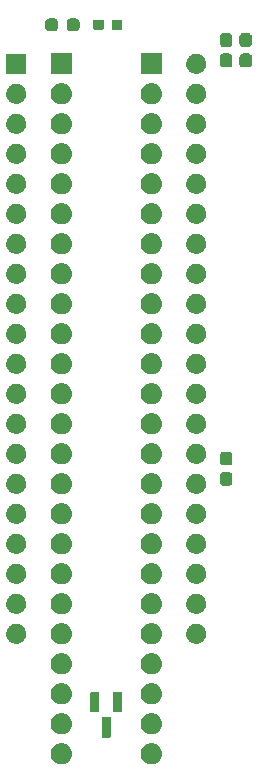
<source format=gbr>
G04 #@! TF.GenerationSoftware,KiCad,Pcbnew,7.0.11+dfsg-1build4*
G04 #@! TF.CreationDate,2024-11-01T23:25:18+09:00*
G04 #@! TF.ProjectId,bionic-p8048,62696f6e-6963-42d7-9038-3034382e6b69,5*
G04 #@! TF.SameCoordinates,Original*
G04 #@! TF.FileFunction,Soldermask,Top*
G04 #@! TF.FilePolarity,Negative*
%FSLAX46Y46*%
G04 Gerber Fmt 4.6, Leading zero omitted, Abs format (unit mm)*
G04 Created by KiCad (PCBNEW 7.0.11+dfsg-1build4) date 2024-11-01 23:25:18*
%MOMM*%
%LPD*%
G01*
G04 APERTURE LIST*
G04 APERTURE END LIST*
G36*
X111203983Y-132603936D02*
G01*
X111254180Y-132603936D01*
X111297524Y-132613149D01*
X111335659Y-132616905D01*
X111383566Y-132631437D01*
X111438424Y-132643098D01*
X111473530Y-132658728D01*
X111504566Y-132668143D01*
X111553884Y-132694504D01*
X111610500Y-132719711D01*
X111636822Y-132738835D01*
X111660232Y-132751348D01*
X111707988Y-132790540D01*
X111762887Y-132830427D01*
X111780711Y-132850223D01*
X111796675Y-132863324D01*
X111839572Y-132915594D01*
X111888924Y-132970405D01*
X111899292Y-132988363D01*
X111908651Y-132999767D01*
X111943273Y-133064542D01*
X111983104Y-133133530D01*
X111987685Y-133147630D01*
X111991856Y-133155433D01*
X112014852Y-133231242D01*
X112041311Y-133312672D01*
X112042242Y-133321532D01*
X112043094Y-133324340D01*
X112051384Y-133408513D01*
X112061000Y-133500000D01*
X112051383Y-133591494D01*
X112043094Y-133675659D01*
X112042242Y-133678466D01*
X112041311Y-133687328D01*
X112014848Y-133768771D01*
X111991856Y-133844566D01*
X111987686Y-133852366D01*
X111983104Y-133866470D01*
X111943266Y-133935470D01*
X111908651Y-134000232D01*
X111899294Y-134011633D01*
X111888924Y-134029595D01*
X111839563Y-134084415D01*
X111796675Y-134136675D01*
X111780714Y-134149773D01*
X111762887Y-134169573D01*
X111707977Y-134209467D01*
X111660232Y-134248651D01*
X111636827Y-134261161D01*
X111610500Y-134280289D01*
X111553873Y-134305500D01*
X111504566Y-134331856D01*
X111473537Y-134341268D01*
X111438424Y-134356902D01*
X111383555Y-134368564D01*
X111335659Y-134383094D01*
X111297532Y-134386849D01*
X111254180Y-134396064D01*
X111203973Y-134396064D01*
X111160000Y-134400395D01*
X111116027Y-134396064D01*
X111065820Y-134396064D01*
X111022467Y-134386849D01*
X110984340Y-134383094D01*
X110936441Y-134368563D01*
X110881576Y-134356902D01*
X110846464Y-134341269D01*
X110815433Y-134331856D01*
X110766120Y-134305498D01*
X110709500Y-134280289D01*
X110683175Y-134261163D01*
X110659767Y-134248651D01*
X110612013Y-134209460D01*
X110557113Y-134169573D01*
X110539287Y-134149776D01*
X110523324Y-134136675D01*
X110480425Y-134084402D01*
X110431076Y-134029595D01*
X110420708Y-134011637D01*
X110411348Y-134000232D01*
X110376719Y-133935447D01*
X110336896Y-133866470D01*
X110332315Y-133852371D01*
X110328143Y-133844566D01*
X110305136Y-133768725D01*
X110278689Y-133687328D01*
X110277758Y-133678471D01*
X110276905Y-133675659D01*
X110268600Y-133591342D01*
X110259000Y-133500000D01*
X110268599Y-133408664D01*
X110276905Y-133324340D01*
X110277758Y-133321527D01*
X110278689Y-133312672D01*
X110305132Y-133231288D01*
X110328143Y-133155433D01*
X110332315Y-133147626D01*
X110336896Y-133133530D01*
X110376712Y-133064565D01*
X110411348Y-132999767D01*
X110420710Y-132988359D01*
X110431076Y-132970405D01*
X110480416Y-132915607D01*
X110523324Y-132863324D01*
X110539291Y-132850219D01*
X110557113Y-132830427D01*
X110612002Y-132790546D01*
X110659767Y-132751348D01*
X110683180Y-132738833D01*
X110709500Y-132719711D01*
X110766109Y-132694506D01*
X110815433Y-132668143D01*
X110846471Y-132658727D01*
X110881576Y-132643098D01*
X110936430Y-132631438D01*
X110984340Y-132616905D01*
X111022476Y-132613148D01*
X111065820Y-132603936D01*
X111116016Y-132603936D01*
X111160000Y-132599604D01*
X111203983Y-132603936D01*
G37*
G36*
X118823983Y-132603936D02*
G01*
X118874180Y-132603936D01*
X118917524Y-132613149D01*
X118955659Y-132616905D01*
X119003566Y-132631437D01*
X119058424Y-132643098D01*
X119093530Y-132658728D01*
X119124566Y-132668143D01*
X119173884Y-132694504D01*
X119230500Y-132719711D01*
X119256822Y-132738835D01*
X119280232Y-132751348D01*
X119327988Y-132790540D01*
X119382887Y-132830427D01*
X119400711Y-132850223D01*
X119416675Y-132863324D01*
X119459572Y-132915594D01*
X119508924Y-132970405D01*
X119519292Y-132988363D01*
X119528651Y-132999767D01*
X119563273Y-133064542D01*
X119603104Y-133133530D01*
X119607685Y-133147630D01*
X119611856Y-133155433D01*
X119634852Y-133231242D01*
X119661311Y-133312672D01*
X119662242Y-133321532D01*
X119663094Y-133324340D01*
X119671384Y-133408513D01*
X119681000Y-133500000D01*
X119671383Y-133591494D01*
X119663094Y-133675659D01*
X119662242Y-133678466D01*
X119661311Y-133687328D01*
X119634848Y-133768771D01*
X119611856Y-133844566D01*
X119607686Y-133852366D01*
X119603104Y-133866470D01*
X119563266Y-133935470D01*
X119528651Y-134000232D01*
X119519294Y-134011633D01*
X119508924Y-134029595D01*
X119459563Y-134084415D01*
X119416675Y-134136675D01*
X119400714Y-134149773D01*
X119382887Y-134169573D01*
X119327977Y-134209467D01*
X119280232Y-134248651D01*
X119256827Y-134261161D01*
X119230500Y-134280289D01*
X119173873Y-134305500D01*
X119124566Y-134331856D01*
X119093537Y-134341268D01*
X119058424Y-134356902D01*
X119003555Y-134368564D01*
X118955659Y-134383094D01*
X118917532Y-134386849D01*
X118874180Y-134396064D01*
X118823973Y-134396064D01*
X118780000Y-134400395D01*
X118736027Y-134396064D01*
X118685820Y-134396064D01*
X118642467Y-134386849D01*
X118604340Y-134383094D01*
X118556441Y-134368563D01*
X118501576Y-134356902D01*
X118466464Y-134341269D01*
X118435433Y-134331856D01*
X118386120Y-134305498D01*
X118329500Y-134280289D01*
X118303175Y-134261163D01*
X118279767Y-134248651D01*
X118232013Y-134209460D01*
X118177113Y-134169573D01*
X118159287Y-134149776D01*
X118143324Y-134136675D01*
X118100425Y-134084402D01*
X118051076Y-134029595D01*
X118040708Y-134011637D01*
X118031348Y-134000232D01*
X117996719Y-133935447D01*
X117956896Y-133866470D01*
X117952315Y-133852371D01*
X117948143Y-133844566D01*
X117925136Y-133768725D01*
X117898689Y-133687328D01*
X117897758Y-133678471D01*
X117896905Y-133675659D01*
X117888600Y-133591342D01*
X117879000Y-133500000D01*
X117888599Y-133408664D01*
X117896905Y-133324340D01*
X117897758Y-133321527D01*
X117898689Y-133312672D01*
X117925132Y-133231288D01*
X117948143Y-133155433D01*
X117952315Y-133147626D01*
X117956896Y-133133530D01*
X117996712Y-133064565D01*
X118031348Y-132999767D01*
X118040710Y-132988359D01*
X118051076Y-132970405D01*
X118100416Y-132915607D01*
X118143324Y-132863324D01*
X118159291Y-132850219D01*
X118177113Y-132830427D01*
X118232002Y-132790546D01*
X118279767Y-132751348D01*
X118303180Y-132738833D01*
X118329500Y-132719711D01*
X118386109Y-132694506D01*
X118435433Y-132668143D01*
X118466471Y-132658727D01*
X118501576Y-132643098D01*
X118556430Y-132631438D01*
X118604340Y-132616905D01*
X118642476Y-132613148D01*
X118685820Y-132603936D01*
X118736016Y-132603936D01*
X118780000Y-132599604D01*
X118823983Y-132603936D01*
G37*
G36*
X115319717Y-130404082D02*
G01*
X115336262Y-130415138D01*
X115347318Y-130431683D01*
X115351200Y-130451200D01*
X115351200Y-132076800D01*
X115347318Y-132096317D01*
X115336262Y-132112862D01*
X115319717Y-132123918D01*
X115300200Y-132127800D01*
X114639800Y-132127800D01*
X114620283Y-132123918D01*
X114603738Y-132112862D01*
X114592682Y-132096317D01*
X114588800Y-132076800D01*
X114588800Y-130451200D01*
X114592682Y-130431683D01*
X114603738Y-130415138D01*
X114620283Y-130404082D01*
X114639800Y-130400200D01*
X115300200Y-130400200D01*
X115319717Y-130404082D01*
G37*
G36*
X111203983Y-130063936D02*
G01*
X111254180Y-130063936D01*
X111297524Y-130073149D01*
X111335659Y-130076905D01*
X111383566Y-130091437D01*
X111438424Y-130103098D01*
X111473530Y-130118728D01*
X111504566Y-130128143D01*
X111553884Y-130154504D01*
X111610500Y-130179711D01*
X111636822Y-130198835D01*
X111660232Y-130211348D01*
X111707988Y-130250540D01*
X111762887Y-130290427D01*
X111780711Y-130310223D01*
X111796675Y-130323324D01*
X111839572Y-130375594D01*
X111888924Y-130430405D01*
X111899292Y-130448363D01*
X111908651Y-130459767D01*
X111943273Y-130524542D01*
X111983104Y-130593530D01*
X111987685Y-130607630D01*
X111991856Y-130615433D01*
X112014852Y-130691242D01*
X112041311Y-130772672D01*
X112042242Y-130781532D01*
X112043094Y-130784340D01*
X112051384Y-130868513D01*
X112061000Y-130960000D01*
X112051383Y-131051494D01*
X112043094Y-131135659D01*
X112042242Y-131138466D01*
X112041311Y-131147328D01*
X112014848Y-131228771D01*
X111991856Y-131304566D01*
X111987686Y-131312366D01*
X111983104Y-131326470D01*
X111943266Y-131395470D01*
X111908651Y-131460232D01*
X111899294Y-131471633D01*
X111888924Y-131489595D01*
X111839563Y-131544415D01*
X111796675Y-131596675D01*
X111780714Y-131609773D01*
X111762887Y-131629573D01*
X111707977Y-131669467D01*
X111660232Y-131708651D01*
X111636827Y-131721161D01*
X111610500Y-131740289D01*
X111553873Y-131765500D01*
X111504566Y-131791856D01*
X111473537Y-131801268D01*
X111438424Y-131816902D01*
X111383555Y-131828564D01*
X111335659Y-131843094D01*
X111297532Y-131846849D01*
X111254180Y-131856064D01*
X111203973Y-131856064D01*
X111160000Y-131860395D01*
X111116027Y-131856064D01*
X111065820Y-131856064D01*
X111022467Y-131846849D01*
X110984340Y-131843094D01*
X110936441Y-131828563D01*
X110881576Y-131816902D01*
X110846464Y-131801269D01*
X110815433Y-131791856D01*
X110766120Y-131765498D01*
X110709500Y-131740289D01*
X110683175Y-131721163D01*
X110659767Y-131708651D01*
X110612013Y-131669460D01*
X110557113Y-131629573D01*
X110539287Y-131609776D01*
X110523324Y-131596675D01*
X110480425Y-131544402D01*
X110431076Y-131489595D01*
X110420708Y-131471637D01*
X110411348Y-131460232D01*
X110376719Y-131395447D01*
X110336896Y-131326470D01*
X110332315Y-131312371D01*
X110328143Y-131304566D01*
X110305136Y-131228725D01*
X110278689Y-131147328D01*
X110277758Y-131138471D01*
X110276905Y-131135659D01*
X110268600Y-131051342D01*
X110259000Y-130960000D01*
X110268599Y-130868664D01*
X110276905Y-130784340D01*
X110277758Y-130781527D01*
X110278689Y-130772672D01*
X110305132Y-130691288D01*
X110328143Y-130615433D01*
X110332315Y-130607626D01*
X110336896Y-130593530D01*
X110376712Y-130524565D01*
X110411348Y-130459767D01*
X110420710Y-130448359D01*
X110431076Y-130430405D01*
X110480416Y-130375607D01*
X110523324Y-130323324D01*
X110539291Y-130310219D01*
X110557113Y-130290427D01*
X110612002Y-130250546D01*
X110659767Y-130211348D01*
X110683180Y-130198833D01*
X110709500Y-130179711D01*
X110766109Y-130154506D01*
X110815433Y-130128143D01*
X110846471Y-130118727D01*
X110881576Y-130103098D01*
X110936430Y-130091438D01*
X110984340Y-130076905D01*
X111022476Y-130073148D01*
X111065820Y-130063936D01*
X111116016Y-130063936D01*
X111160000Y-130059604D01*
X111203983Y-130063936D01*
G37*
G36*
X118823983Y-130063936D02*
G01*
X118874180Y-130063936D01*
X118917524Y-130073149D01*
X118955659Y-130076905D01*
X119003566Y-130091437D01*
X119058424Y-130103098D01*
X119093530Y-130118728D01*
X119124566Y-130128143D01*
X119173884Y-130154504D01*
X119230500Y-130179711D01*
X119256822Y-130198835D01*
X119280232Y-130211348D01*
X119327988Y-130250540D01*
X119382887Y-130290427D01*
X119400711Y-130310223D01*
X119416675Y-130323324D01*
X119459572Y-130375594D01*
X119508924Y-130430405D01*
X119519292Y-130448363D01*
X119528651Y-130459767D01*
X119563273Y-130524542D01*
X119603104Y-130593530D01*
X119607685Y-130607630D01*
X119611856Y-130615433D01*
X119634852Y-130691242D01*
X119661311Y-130772672D01*
X119662242Y-130781532D01*
X119663094Y-130784340D01*
X119671384Y-130868513D01*
X119681000Y-130960000D01*
X119671383Y-131051494D01*
X119663094Y-131135659D01*
X119662242Y-131138466D01*
X119661311Y-131147328D01*
X119634848Y-131228771D01*
X119611856Y-131304566D01*
X119607686Y-131312366D01*
X119603104Y-131326470D01*
X119563266Y-131395470D01*
X119528651Y-131460232D01*
X119519294Y-131471633D01*
X119508924Y-131489595D01*
X119459563Y-131544415D01*
X119416675Y-131596675D01*
X119400714Y-131609773D01*
X119382887Y-131629573D01*
X119327977Y-131669467D01*
X119280232Y-131708651D01*
X119256827Y-131721161D01*
X119230500Y-131740289D01*
X119173873Y-131765500D01*
X119124566Y-131791856D01*
X119093537Y-131801268D01*
X119058424Y-131816902D01*
X119003555Y-131828564D01*
X118955659Y-131843094D01*
X118917532Y-131846849D01*
X118874180Y-131856064D01*
X118823973Y-131856064D01*
X118780000Y-131860395D01*
X118736027Y-131856064D01*
X118685820Y-131856064D01*
X118642467Y-131846849D01*
X118604340Y-131843094D01*
X118556441Y-131828563D01*
X118501576Y-131816902D01*
X118466464Y-131801269D01*
X118435433Y-131791856D01*
X118386120Y-131765498D01*
X118329500Y-131740289D01*
X118303175Y-131721163D01*
X118279767Y-131708651D01*
X118232013Y-131669460D01*
X118177113Y-131629573D01*
X118159287Y-131609776D01*
X118143324Y-131596675D01*
X118100425Y-131544402D01*
X118051076Y-131489595D01*
X118040708Y-131471637D01*
X118031348Y-131460232D01*
X117996719Y-131395447D01*
X117956896Y-131326470D01*
X117952315Y-131312371D01*
X117948143Y-131304566D01*
X117925136Y-131228725D01*
X117898689Y-131147328D01*
X117897758Y-131138471D01*
X117896905Y-131135659D01*
X117888600Y-131051342D01*
X117879000Y-130960000D01*
X117888599Y-130868664D01*
X117896905Y-130784340D01*
X117897758Y-130781527D01*
X117898689Y-130772672D01*
X117925132Y-130691288D01*
X117948143Y-130615433D01*
X117952315Y-130607626D01*
X117956896Y-130593530D01*
X117996712Y-130524565D01*
X118031348Y-130459767D01*
X118040710Y-130448359D01*
X118051076Y-130430405D01*
X118100416Y-130375607D01*
X118143324Y-130323324D01*
X118159291Y-130310219D01*
X118177113Y-130290427D01*
X118232002Y-130250546D01*
X118279767Y-130211348D01*
X118303180Y-130198833D01*
X118329500Y-130179711D01*
X118386109Y-130154506D01*
X118435433Y-130128143D01*
X118466471Y-130118727D01*
X118501576Y-130103098D01*
X118556430Y-130091438D01*
X118604340Y-130076905D01*
X118642476Y-130073148D01*
X118685820Y-130063936D01*
X118736016Y-130063936D01*
X118780000Y-130059604D01*
X118823983Y-130063936D01*
G37*
G36*
X114369716Y-128272082D02*
G01*
X114386261Y-128283138D01*
X114397317Y-128299683D01*
X114401199Y-128319200D01*
X114401199Y-129944800D01*
X114397317Y-129964317D01*
X114386261Y-129980862D01*
X114369716Y-129991918D01*
X114350199Y-129995800D01*
X113689799Y-129995800D01*
X113670282Y-129991918D01*
X113653737Y-129980862D01*
X113642681Y-129964317D01*
X113638799Y-129944800D01*
X113638799Y-128319200D01*
X113642681Y-128299683D01*
X113653737Y-128283138D01*
X113670282Y-128272082D01*
X113689799Y-128268200D01*
X114350199Y-128268200D01*
X114369716Y-128272082D01*
G37*
G36*
X116269718Y-128272082D02*
G01*
X116286263Y-128283138D01*
X116297319Y-128299683D01*
X116301201Y-128319200D01*
X116301201Y-129944800D01*
X116297319Y-129964317D01*
X116286263Y-129980862D01*
X116269718Y-129991918D01*
X116250201Y-129995800D01*
X115589801Y-129995800D01*
X115570284Y-129991918D01*
X115553739Y-129980862D01*
X115542683Y-129964317D01*
X115538801Y-129944800D01*
X115538801Y-128319200D01*
X115542683Y-128299683D01*
X115553739Y-128283138D01*
X115570284Y-128272082D01*
X115589801Y-128268200D01*
X116250201Y-128268200D01*
X116269718Y-128272082D01*
G37*
G36*
X111203983Y-127523936D02*
G01*
X111254180Y-127523936D01*
X111297524Y-127533149D01*
X111335659Y-127536905D01*
X111383566Y-127551437D01*
X111438424Y-127563098D01*
X111473530Y-127578728D01*
X111504566Y-127588143D01*
X111553884Y-127614504D01*
X111610500Y-127639711D01*
X111636822Y-127658835D01*
X111660232Y-127671348D01*
X111707988Y-127710540D01*
X111762887Y-127750427D01*
X111780711Y-127770223D01*
X111796675Y-127783324D01*
X111839572Y-127835594D01*
X111888924Y-127890405D01*
X111899292Y-127908363D01*
X111908651Y-127919767D01*
X111943273Y-127984542D01*
X111983104Y-128053530D01*
X111987685Y-128067630D01*
X111991856Y-128075433D01*
X112014852Y-128151242D01*
X112041311Y-128232672D01*
X112042242Y-128241532D01*
X112043094Y-128244340D01*
X112051384Y-128328513D01*
X112061000Y-128420000D01*
X112051383Y-128511494D01*
X112043094Y-128595659D01*
X112042242Y-128598466D01*
X112041311Y-128607328D01*
X112014848Y-128688771D01*
X111991856Y-128764566D01*
X111987686Y-128772366D01*
X111983104Y-128786470D01*
X111943266Y-128855470D01*
X111908651Y-128920232D01*
X111899294Y-128931633D01*
X111888924Y-128949595D01*
X111839563Y-129004415D01*
X111796675Y-129056675D01*
X111780714Y-129069773D01*
X111762887Y-129089573D01*
X111707977Y-129129467D01*
X111660232Y-129168651D01*
X111636827Y-129181161D01*
X111610500Y-129200289D01*
X111553873Y-129225500D01*
X111504566Y-129251856D01*
X111473537Y-129261268D01*
X111438424Y-129276902D01*
X111383555Y-129288564D01*
X111335659Y-129303094D01*
X111297532Y-129306849D01*
X111254180Y-129316064D01*
X111203973Y-129316064D01*
X111160000Y-129320395D01*
X111116027Y-129316064D01*
X111065820Y-129316064D01*
X111022467Y-129306849D01*
X110984340Y-129303094D01*
X110936441Y-129288563D01*
X110881576Y-129276902D01*
X110846464Y-129261269D01*
X110815433Y-129251856D01*
X110766120Y-129225498D01*
X110709500Y-129200289D01*
X110683175Y-129181163D01*
X110659767Y-129168651D01*
X110612013Y-129129460D01*
X110557113Y-129089573D01*
X110539287Y-129069776D01*
X110523324Y-129056675D01*
X110480425Y-129004402D01*
X110431076Y-128949595D01*
X110420708Y-128931637D01*
X110411348Y-128920232D01*
X110376719Y-128855447D01*
X110336896Y-128786470D01*
X110332315Y-128772371D01*
X110328143Y-128764566D01*
X110305136Y-128688725D01*
X110278689Y-128607328D01*
X110277758Y-128598471D01*
X110276905Y-128595659D01*
X110268600Y-128511342D01*
X110259000Y-128420000D01*
X110268599Y-128328664D01*
X110276905Y-128244340D01*
X110277758Y-128241527D01*
X110278689Y-128232672D01*
X110305132Y-128151288D01*
X110328143Y-128075433D01*
X110332315Y-128067626D01*
X110336896Y-128053530D01*
X110376712Y-127984565D01*
X110411348Y-127919767D01*
X110420710Y-127908359D01*
X110431076Y-127890405D01*
X110480416Y-127835607D01*
X110523324Y-127783324D01*
X110539291Y-127770219D01*
X110557113Y-127750427D01*
X110612002Y-127710546D01*
X110659767Y-127671348D01*
X110683180Y-127658833D01*
X110709500Y-127639711D01*
X110766109Y-127614506D01*
X110815433Y-127588143D01*
X110846471Y-127578727D01*
X110881576Y-127563098D01*
X110936430Y-127551438D01*
X110984340Y-127536905D01*
X111022476Y-127533148D01*
X111065820Y-127523936D01*
X111116016Y-127523936D01*
X111160000Y-127519604D01*
X111203983Y-127523936D01*
G37*
G36*
X118823983Y-127523936D02*
G01*
X118874180Y-127523936D01*
X118917524Y-127533149D01*
X118955659Y-127536905D01*
X119003566Y-127551437D01*
X119058424Y-127563098D01*
X119093530Y-127578728D01*
X119124566Y-127588143D01*
X119173884Y-127614504D01*
X119230500Y-127639711D01*
X119256822Y-127658835D01*
X119280232Y-127671348D01*
X119327988Y-127710540D01*
X119382887Y-127750427D01*
X119400711Y-127770223D01*
X119416675Y-127783324D01*
X119459572Y-127835594D01*
X119508924Y-127890405D01*
X119519292Y-127908363D01*
X119528651Y-127919767D01*
X119563273Y-127984542D01*
X119603104Y-128053530D01*
X119607685Y-128067630D01*
X119611856Y-128075433D01*
X119634852Y-128151242D01*
X119661311Y-128232672D01*
X119662242Y-128241532D01*
X119663094Y-128244340D01*
X119671384Y-128328513D01*
X119681000Y-128420000D01*
X119671383Y-128511494D01*
X119663094Y-128595659D01*
X119662242Y-128598466D01*
X119661311Y-128607328D01*
X119634848Y-128688771D01*
X119611856Y-128764566D01*
X119607686Y-128772366D01*
X119603104Y-128786470D01*
X119563266Y-128855470D01*
X119528651Y-128920232D01*
X119519294Y-128931633D01*
X119508924Y-128949595D01*
X119459563Y-129004415D01*
X119416675Y-129056675D01*
X119400714Y-129069773D01*
X119382887Y-129089573D01*
X119327977Y-129129467D01*
X119280232Y-129168651D01*
X119256827Y-129181161D01*
X119230500Y-129200289D01*
X119173873Y-129225500D01*
X119124566Y-129251856D01*
X119093537Y-129261268D01*
X119058424Y-129276902D01*
X119003555Y-129288564D01*
X118955659Y-129303094D01*
X118917532Y-129306849D01*
X118874180Y-129316064D01*
X118823973Y-129316064D01*
X118780000Y-129320395D01*
X118736027Y-129316064D01*
X118685820Y-129316064D01*
X118642467Y-129306849D01*
X118604340Y-129303094D01*
X118556441Y-129288563D01*
X118501576Y-129276902D01*
X118466464Y-129261269D01*
X118435433Y-129251856D01*
X118386120Y-129225498D01*
X118329500Y-129200289D01*
X118303175Y-129181163D01*
X118279767Y-129168651D01*
X118232013Y-129129460D01*
X118177113Y-129089573D01*
X118159287Y-129069776D01*
X118143324Y-129056675D01*
X118100425Y-129004402D01*
X118051076Y-128949595D01*
X118040708Y-128931637D01*
X118031348Y-128920232D01*
X117996719Y-128855447D01*
X117956896Y-128786470D01*
X117952315Y-128772371D01*
X117948143Y-128764566D01*
X117925136Y-128688725D01*
X117898689Y-128607328D01*
X117897758Y-128598471D01*
X117896905Y-128595659D01*
X117888600Y-128511342D01*
X117879000Y-128420000D01*
X117888599Y-128328664D01*
X117896905Y-128244340D01*
X117897758Y-128241527D01*
X117898689Y-128232672D01*
X117925132Y-128151288D01*
X117948143Y-128075433D01*
X117952315Y-128067626D01*
X117956896Y-128053530D01*
X117996712Y-127984565D01*
X118031348Y-127919767D01*
X118040710Y-127908359D01*
X118051076Y-127890405D01*
X118100416Y-127835607D01*
X118143324Y-127783324D01*
X118159291Y-127770219D01*
X118177113Y-127750427D01*
X118232002Y-127710546D01*
X118279767Y-127671348D01*
X118303180Y-127658833D01*
X118329500Y-127639711D01*
X118386109Y-127614506D01*
X118435433Y-127588143D01*
X118466471Y-127578727D01*
X118501576Y-127563098D01*
X118556430Y-127551438D01*
X118604340Y-127536905D01*
X118642476Y-127533148D01*
X118685820Y-127523936D01*
X118736016Y-127523936D01*
X118780000Y-127519604D01*
X118823983Y-127523936D01*
G37*
G36*
X111203983Y-124983936D02*
G01*
X111254180Y-124983936D01*
X111297524Y-124993149D01*
X111335659Y-124996905D01*
X111383566Y-125011437D01*
X111438424Y-125023098D01*
X111473530Y-125038728D01*
X111504566Y-125048143D01*
X111553884Y-125074504D01*
X111610500Y-125099711D01*
X111636822Y-125118835D01*
X111660232Y-125131348D01*
X111707988Y-125170540D01*
X111762887Y-125210427D01*
X111780711Y-125230223D01*
X111796675Y-125243324D01*
X111839572Y-125295594D01*
X111888924Y-125350405D01*
X111899292Y-125368363D01*
X111908651Y-125379767D01*
X111943273Y-125444542D01*
X111983104Y-125513530D01*
X111987685Y-125527630D01*
X111991856Y-125535433D01*
X112014852Y-125611242D01*
X112041311Y-125692672D01*
X112042242Y-125701532D01*
X112043094Y-125704340D01*
X112051384Y-125788513D01*
X112061000Y-125880000D01*
X112051383Y-125971494D01*
X112043094Y-126055659D01*
X112042242Y-126058466D01*
X112041311Y-126067328D01*
X112014848Y-126148771D01*
X111991856Y-126224566D01*
X111987686Y-126232366D01*
X111983104Y-126246470D01*
X111943266Y-126315470D01*
X111908651Y-126380232D01*
X111899294Y-126391633D01*
X111888924Y-126409595D01*
X111839563Y-126464415D01*
X111796675Y-126516675D01*
X111780714Y-126529773D01*
X111762887Y-126549573D01*
X111707977Y-126589467D01*
X111660232Y-126628651D01*
X111636827Y-126641161D01*
X111610500Y-126660289D01*
X111553873Y-126685500D01*
X111504566Y-126711856D01*
X111473537Y-126721268D01*
X111438424Y-126736902D01*
X111383555Y-126748564D01*
X111335659Y-126763094D01*
X111297532Y-126766849D01*
X111254180Y-126776064D01*
X111203973Y-126776064D01*
X111160000Y-126780395D01*
X111116027Y-126776064D01*
X111065820Y-126776064D01*
X111022467Y-126766849D01*
X110984340Y-126763094D01*
X110936441Y-126748563D01*
X110881576Y-126736902D01*
X110846464Y-126721269D01*
X110815433Y-126711856D01*
X110766120Y-126685498D01*
X110709500Y-126660289D01*
X110683175Y-126641163D01*
X110659767Y-126628651D01*
X110612013Y-126589460D01*
X110557113Y-126549573D01*
X110539287Y-126529776D01*
X110523324Y-126516675D01*
X110480425Y-126464402D01*
X110431076Y-126409595D01*
X110420708Y-126391637D01*
X110411348Y-126380232D01*
X110376719Y-126315447D01*
X110336896Y-126246470D01*
X110332315Y-126232371D01*
X110328143Y-126224566D01*
X110305136Y-126148725D01*
X110278689Y-126067328D01*
X110277758Y-126058471D01*
X110276905Y-126055659D01*
X110268600Y-125971342D01*
X110259000Y-125880000D01*
X110268599Y-125788664D01*
X110276905Y-125704340D01*
X110277758Y-125701527D01*
X110278689Y-125692672D01*
X110305132Y-125611288D01*
X110328143Y-125535433D01*
X110332315Y-125527626D01*
X110336896Y-125513530D01*
X110376712Y-125444565D01*
X110411348Y-125379767D01*
X110420710Y-125368359D01*
X110431076Y-125350405D01*
X110480416Y-125295607D01*
X110523324Y-125243324D01*
X110539291Y-125230219D01*
X110557113Y-125210427D01*
X110612002Y-125170546D01*
X110659767Y-125131348D01*
X110683180Y-125118833D01*
X110709500Y-125099711D01*
X110766109Y-125074506D01*
X110815433Y-125048143D01*
X110846471Y-125038727D01*
X110881576Y-125023098D01*
X110936430Y-125011438D01*
X110984340Y-124996905D01*
X111022476Y-124993148D01*
X111065820Y-124983936D01*
X111116016Y-124983936D01*
X111160000Y-124979604D01*
X111203983Y-124983936D01*
G37*
G36*
X118823983Y-124983936D02*
G01*
X118874180Y-124983936D01*
X118917524Y-124993149D01*
X118955659Y-124996905D01*
X119003566Y-125011437D01*
X119058424Y-125023098D01*
X119093530Y-125038728D01*
X119124566Y-125048143D01*
X119173884Y-125074504D01*
X119230500Y-125099711D01*
X119256822Y-125118835D01*
X119280232Y-125131348D01*
X119327988Y-125170540D01*
X119382887Y-125210427D01*
X119400711Y-125230223D01*
X119416675Y-125243324D01*
X119459572Y-125295594D01*
X119508924Y-125350405D01*
X119519292Y-125368363D01*
X119528651Y-125379767D01*
X119563273Y-125444542D01*
X119603104Y-125513530D01*
X119607685Y-125527630D01*
X119611856Y-125535433D01*
X119634852Y-125611242D01*
X119661311Y-125692672D01*
X119662242Y-125701532D01*
X119663094Y-125704340D01*
X119671384Y-125788513D01*
X119681000Y-125880000D01*
X119671383Y-125971494D01*
X119663094Y-126055659D01*
X119662242Y-126058466D01*
X119661311Y-126067328D01*
X119634848Y-126148771D01*
X119611856Y-126224566D01*
X119607686Y-126232366D01*
X119603104Y-126246470D01*
X119563266Y-126315470D01*
X119528651Y-126380232D01*
X119519294Y-126391633D01*
X119508924Y-126409595D01*
X119459563Y-126464415D01*
X119416675Y-126516675D01*
X119400714Y-126529773D01*
X119382887Y-126549573D01*
X119327977Y-126589467D01*
X119280232Y-126628651D01*
X119256827Y-126641161D01*
X119230500Y-126660289D01*
X119173873Y-126685500D01*
X119124566Y-126711856D01*
X119093537Y-126721268D01*
X119058424Y-126736902D01*
X119003555Y-126748564D01*
X118955659Y-126763094D01*
X118917532Y-126766849D01*
X118874180Y-126776064D01*
X118823973Y-126776064D01*
X118780000Y-126780395D01*
X118736027Y-126776064D01*
X118685820Y-126776064D01*
X118642467Y-126766849D01*
X118604340Y-126763094D01*
X118556441Y-126748563D01*
X118501576Y-126736902D01*
X118466464Y-126721269D01*
X118435433Y-126711856D01*
X118386120Y-126685498D01*
X118329500Y-126660289D01*
X118303175Y-126641163D01*
X118279767Y-126628651D01*
X118232013Y-126589460D01*
X118177113Y-126549573D01*
X118159287Y-126529776D01*
X118143324Y-126516675D01*
X118100425Y-126464402D01*
X118051076Y-126409595D01*
X118040708Y-126391637D01*
X118031348Y-126380232D01*
X117996719Y-126315447D01*
X117956896Y-126246470D01*
X117952315Y-126232371D01*
X117948143Y-126224566D01*
X117925136Y-126148725D01*
X117898689Y-126067328D01*
X117897758Y-126058471D01*
X117896905Y-126055659D01*
X117888600Y-125971342D01*
X117879000Y-125880000D01*
X117888599Y-125788664D01*
X117896905Y-125704340D01*
X117897758Y-125701527D01*
X117898689Y-125692672D01*
X117925132Y-125611288D01*
X117948143Y-125535433D01*
X117952315Y-125527626D01*
X117956896Y-125513530D01*
X117996712Y-125444565D01*
X118031348Y-125379767D01*
X118040710Y-125368359D01*
X118051076Y-125350405D01*
X118100416Y-125295607D01*
X118143324Y-125243324D01*
X118159291Y-125230219D01*
X118177113Y-125210427D01*
X118232002Y-125170546D01*
X118279767Y-125131348D01*
X118303180Y-125118833D01*
X118329500Y-125099711D01*
X118386109Y-125074506D01*
X118435433Y-125048143D01*
X118466471Y-125038727D01*
X118501576Y-125023098D01*
X118556430Y-125011438D01*
X118604340Y-124996905D01*
X118642476Y-124993148D01*
X118685820Y-124983936D01*
X118736016Y-124983936D01*
X118780000Y-124979604D01*
X118823983Y-124983936D01*
G37*
G36*
X111203983Y-122443936D02*
G01*
X111254180Y-122443936D01*
X111297524Y-122453149D01*
X111335659Y-122456905D01*
X111383566Y-122471437D01*
X111438424Y-122483098D01*
X111473530Y-122498728D01*
X111504566Y-122508143D01*
X111553884Y-122534504D01*
X111610500Y-122559711D01*
X111636822Y-122578835D01*
X111660232Y-122591348D01*
X111707988Y-122630540D01*
X111762887Y-122670427D01*
X111780711Y-122690223D01*
X111796675Y-122703324D01*
X111839572Y-122755594D01*
X111888924Y-122810405D01*
X111899292Y-122828363D01*
X111908651Y-122839767D01*
X111943273Y-122904542D01*
X111983104Y-122973530D01*
X111987685Y-122987630D01*
X111991856Y-122995433D01*
X112014852Y-123071242D01*
X112041311Y-123152672D01*
X112042242Y-123161532D01*
X112043094Y-123164340D01*
X112051384Y-123248513D01*
X112061000Y-123340000D01*
X112051383Y-123431494D01*
X112043094Y-123515659D01*
X112042242Y-123518466D01*
X112041311Y-123527328D01*
X112014848Y-123608771D01*
X111991856Y-123684566D01*
X111987686Y-123692366D01*
X111983104Y-123706470D01*
X111943266Y-123775470D01*
X111908651Y-123840232D01*
X111899294Y-123851633D01*
X111888924Y-123869595D01*
X111839563Y-123924415D01*
X111796675Y-123976675D01*
X111780714Y-123989773D01*
X111762887Y-124009573D01*
X111707977Y-124049467D01*
X111660232Y-124088651D01*
X111636827Y-124101161D01*
X111610500Y-124120289D01*
X111553873Y-124145500D01*
X111504566Y-124171856D01*
X111473537Y-124181268D01*
X111438424Y-124196902D01*
X111383555Y-124208564D01*
X111335659Y-124223094D01*
X111297532Y-124226849D01*
X111254180Y-124236064D01*
X111203973Y-124236064D01*
X111160000Y-124240395D01*
X111116027Y-124236064D01*
X111065820Y-124236064D01*
X111022467Y-124226849D01*
X110984340Y-124223094D01*
X110936441Y-124208563D01*
X110881576Y-124196902D01*
X110846464Y-124181269D01*
X110815433Y-124171856D01*
X110766120Y-124145498D01*
X110709500Y-124120289D01*
X110683175Y-124101163D01*
X110659767Y-124088651D01*
X110612013Y-124049460D01*
X110557113Y-124009573D01*
X110539287Y-123989776D01*
X110523324Y-123976675D01*
X110480425Y-123924402D01*
X110431076Y-123869595D01*
X110420708Y-123851637D01*
X110411348Y-123840232D01*
X110376719Y-123775447D01*
X110336896Y-123706470D01*
X110332315Y-123692371D01*
X110328143Y-123684566D01*
X110305136Y-123608725D01*
X110278689Y-123527328D01*
X110277758Y-123518471D01*
X110276905Y-123515659D01*
X110268600Y-123431342D01*
X110259000Y-123340000D01*
X110268599Y-123248664D01*
X110276905Y-123164340D01*
X110277758Y-123161527D01*
X110278689Y-123152672D01*
X110305132Y-123071288D01*
X110328143Y-122995433D01*
X110332315Y-122987626D01*
X110336896Y-122973530D01*
X110376712Y-122904565D01*
X110411348Y-122839767D01*
X110420710Y-122828359D01*
X110431076Y-122810405D01*
X110480416Y-122755607D01*
X110523324Y-122703324D01*
X110539291Y-122690219D01*
X110557113Y-122670427D01*
X110612002Y-122630546D01*
X110659767Y-122591348D01*
X110683180Y-122578833D01*
X110709500Y-122559711D01*
X110766109Y-122534506D01*
X110815433Y-122508143D01*
X110846471Y-122498727D01*
X110881576Y-122483098D01*
X110936430Y-122471438D01*
X110984340Y-122456905D01*
X111022476Y-122453148D01*
X111065820Y-122443936D01*
X111116016Y-122443936D01*
X111160000Y-122439604D01*
X111203983Y-122443936D01*
G37*
G36*
X118823983Y-122443936D02*
G01*
X118874180Y-122443936D01*
X118917524Y-122453149D01*
X118955659Y-122456905D01*
X119003566Y-122471437D01*
X119058424Y-122483098D01*
X119093530Y-122498728D01*
X119124566Y-122508143D01*
X119173884Y-122534504D01*
X119230500Y-122559711D01*
X119256822Y-122578835D01*
X119280232Y-122591348D01*
X119327988Y-122630540D01*
X119382887Y-122670427D01*
X119400711Y-122690223D01*
X119416675Y-122703324D01*
X119459572Y-122755594D01*
X119508924Y-122810405D01*
X119519292Y-122828363D01*
X119528651Y-122839767D01*
X119563273Y-122904542D01*
X119603104Y-122973530D01*
X119607685Y-122987630D01*
X119611856Y-122995433D01*
X119634852Y-123071242D01*
X119661311Y-123152672D01*
X119662242Y-123161532D01*
X119663094Y-123164340D01*
X119671384Y-123248513D01*
X119681000Y-123340000D01*
X119671383Y-123431494D01*
X119663094Y-123515659D01*
X119662242Y-123518466D01*
X119661311Y-123527328D01*
X119634848Y-123608771D01*
X119611856Y-123684566D01*
X119607686Y-123692366D01*
X119603104Y-123706470D01*
X119563266Y-123775470D01*
X119528651Y-123840232D01*
X119519294Y-123851633D01*
X119508924Y-123869595D01*
X119459563Y-123924415D01*
X119416675Y-123976675D01*
X119400714Y-123989773D01*
X119382887Y-124009573D01*
X119327977Y-124049467D01*
X119280232Y-124088651D01*
X119256827Y-124101161D01*
X119230500Y-124120289D01*
X119173873Y-124145500D01*
X119124566Y-124171856D01*
X119093537Y-124181268D01*
X119058424Y-124196902D01*
X119003555Y-124208564D01*
X118955659Y-124223094D01*
X118917532Y-124226849D01*
X118874180Y-124236064D01*
X118823973Y-124236064D01*
X118780000Y-124240395D01*
X118736027Y-124236064D01*
X118685820Y-124236064D01*
X118642467Y-124226849D01*
X118604340Y-124223094D01*
X118556441Y-124208563D01*
X118501576Y-124196902D01*
X118466464Y-124181269D01*
X118435433Y-124171856D01*
X118386120Y-124145498D01*
X118329500Y-124120289D01*
X118303175Y-124101163D01*
X118279767Y-124088651D01*
X118232013Y-124049460D01*
X118177113Y-124009573D01*
X118159287Y-123989776D01*
X118143324Y-123976675D01*
X118100425Y-123924402D01*
X118051076Y-123869595D01*
X118040708Y-123851637D01*
X118031348Y-123840232D01*
X117996719Y-123775447D01*
X117956896Y-123706470D01*
X117952315Y-123692371D01*
X117948143Y-123684566D01*
X117925136Y-123608725D01*
X117898689Y-123527328D01*
X117897758Y-123518471D01*
X117896905Y-123515659D01*
X117888600Y-123431342D01*
X117879000Y-123340000D01*
X117888599Y-123248664D01*
X117896905Y-123164340D01*
X117897758Y-123161527D01*
X117898689Y-123152672D01*
X117925132Y-123071288D01*
X117948143Y-122995433D01*
X117952315Y-122987626D01*
X117956896Y-122973530D01*
X117996712Y-122904565D01*
X118031348Y-122839767D01*
X118040710Y-122828359D01*
X118051076Y-122810405D01*
X118100416Y-122755607D01*
X118143324Y-122703324D01*
X118159291Y-122690219D01*
X118177113Y-122670427D01*
X118232002Y-122630546D01*
X118279767Y-122591348D01*
X118303180Y-122578833D01*
X118329500Y-122559711D01*
X118386109Y-122534506D01*
X118435433Y-122508143D01*
X118466471Y-122498727D01*
X118501576Y-122483098D01*
X118556430Y-122471438D01*
X118604340Y-122456905D01*
X118642476Y-122453148D01*
X118685820Y-122443936D01*
X118736016Y-122443936D01*
X118780000Y-122439604D01*
X118823983Y-122443936D01*
G37*
G36*
X107391199Y-122493662D02*
G01*
X107438954Y-122493662D01*
X107480194Y-122502427D01*
X107515901Y-122505945D01*
X107560759Y-122519552D01*
X107612973Y-122530651D01*
X107646384Y-122545526D01*
X107675435Y-122554339D01*
X107721602Y-122579015D01*
X107775500Y-122603012D01*
X107800554Y-122621215D01*
X107822453Y-122632920D01*
X107867128Y-122669584D01*
X107919430Y-122707584D01*
X107936411Y-122726443D01*
X107951320Y-122738679D01*
X107991387Y-122787501D01*
X108038473Y-122839795D01*
X108048364Y-122856927D01*
X108057079Y-122867546D01*
X108089306Y-122927840D01*
X108127427Y-122993867D01*
X108131813Y-123007368D01*
X108135660Y-123014564D01*
X108156861Y-123084455D01*
X108182404Y-123163067D01*
X108183303Y-123171623D01*
X108184054Y-123174098D01*
X108191371Y-123248389D01*
X108201000Y-123340000D01*
X108191370Y-123431619D01*
X108184054Y-123505901D01*
X108183303Y-123508375D01*
X108182404Y-123516933D01*
X108156856Y-123595558D01*
X108135660Y-123665435D01*
X108131814Y-123672629D01*
X108127427Y-123686133D01*
X108089299Y-123752172D01*
X108057079Y-123812453D01*
X108048366Y-123823069D01*
X108038473Y-123840205D01*
X107991378Y-123892509D01*
X107951320Y-123941320D01*
X107936414Y-123953552D01*
X107919430Y-123972416D01*
X107867118Y-124010423D01*
X107822453Y-124047079D01*
X107800559Y-124058780D01*
X107775500Y-124076988D01*
X107721591Y-124100989D01*
X107675435Y-124125660D01*
X107646391Y-124134470D01*
X107612973Y-124149349D01*
X107560748Y-124160449D01*
X107515901Y-124174054D01*
X107480203Y-124177570D01*
X107438954Y-124186338D01*
X107391188Y-124186338D01*
X107350000Y-124190395D01*
X107308811Y-124186338D01*
X107261046Y-124186338D01*
X107219797Y-124177570D01*
X107184098Y-124174054D01*
X107139248Y-124160448D01*
X107087027Y-124149349D01*
X107053610Y-124134471D01*
X107024564Y-124125660D01*
X106978402Y-124100986D01*
X106924500Y-124076988D01*
X106899443Y-124058783D01*
X106877546Y-124047079D01*
X106832873Y-124010416D01*
X106780570Y-123972416D01*
X106763588Y-123953555D01*
X106748679Y-123941320D01*
X106708610Y-123892496D01*
X106661527Y-123840205D01*
X106651636Y-123823073D01*
X106642920Y-123812453D01*
X106610687Y-123752148D01*
X106572573Y-123686133D01*
X106568186Y-123672634D01*
X106564339Y-123665435D01*
X106543128Y-123595512D01*
X106517596Y-123516933D01*
X106516697Y-123508380D01*
X106515945Y-123505901D01*
X106508613Y-123431467D01*
X106499000Y-123340000D01*
X106508612Y-123248540D01*
X106515945Y-123174098D01*
X106516697Y-123171618D01*
X106517596Y-123163067D01*
X106543123Y-123084502D01*
X106564339Y-123014564D01*
X106568187Y-123007363D01*
X106572573Y-122993867D01*
X106610680Y-122927863D01*
X106642920Y-122867546D01*
X106651638Y-122856923D01*
X106661527Y-122839795D01*
X106708601Y-122787513D01*
X106748679Y-122738679D01*
X106763591Y-122726440D01*
X106780570Y-122707584D01*
X106832862Y-122669591D01*
X106877546Y-122632920D01*
X106899448Y-122621213D01*
X106924500Y-122603012D01*
X106978391Y-122579018D01*
X107024564Y-122554339D01*
X107053617Y-122545525D01*
X107087027Y-122530651D01*
X107139237Y-122519553D01*
X107184098Y-122505945D01*
X107219806Y-122502427D01*
X107261046Y-122493662D01*
X107308801Y-122493662D01*
X107350000Y-122489604D01*
X107391199Y-122493662D01*
G37*
G36*
X122631199Y-122493662D02*
G01*
X122678954Y-122493662D01*
X122720194Y-122502427D01*
X122755901Y-122505945D01*
X122800759Y-122519552D01*
X122852973Y-122530651D01*
X122886384Y-122545526D01*
X122915435Y-122554339D01*
X122961602Y-122579015D01*
X123015500Y-122603012D01*
X123040554Y-122621215D01*
X123062453Y-122632920D01*
X123107128Y-122669584D01*
X123159430Y-122707584D01*
X123176411Y-122726443D01*
X123191320Y-122738679D01*
X123231387Y-122787501D01*
X123278473Y-122839795D01*
X123288364Y-122856927D01*
X123297079Y-122867546D01*
X123329306Y-122927840D01*
X123367427Y-122993867D01*
X123371813Y-123007368D01*
X123375660Y-123014564D01*
X123396861Y-123084455D01*
X123422404Y-123163067D01*
X123423303Y-123171623D01*
X123424054Y-123174098D01*
X123431371Y-123248389D01*
X123441000Y-123340000D01*
X123431370Y-123431619D01*
X123424054Y-123505901D01*
X123423303Y-123508375D01*
X123422404Y-123516933D01*
X123396856Y-123595558D01*
X123375660Y-123665435D01*
X123371814Y-123672629D01*
X123367427Y-123686133D01*
X123329299Y-123752172D01*
X123297079Y-123812453D01*
X123288366Y-123823069D01*
X123278473Y-123840205D01*
X123231378Y-123892509D01*
X123191320Y-123941320D01*
X123176414Y-123953552D01*
X123159430Y-123972416D01*
X123107118Y-124010423D01*
X123062453Y-124047079D01*
X123040559Y-124058780D01*
X123015500Y-124076988D01*
X122961591Y-124100989D01*
X122915435Y-124125660D01*
X122886391Y-124134470D01*
X122852973Y-124149349D01*
X122800748Y-124160449D01*
X122755901Y-124174054D01*
X122720203Y-124177570D01*
X122678954Y-124186338D01*
X122631188Y-124186338D01*
X122590000Y-124190395D01*
X122548811Y-124186338D01*
X122501046Y-124186338D01*
X122459797Y-124177570D01*
X122424098Y-124174054D01*
X122379248Y-124160448D01*
X122327027Y-124149349D01*
X122293610Y-124134471D01*
X122264564Y-124125660D01*
X122218402Y-124100986D01*
X122164500Y-124076988D01*
X122139443Y-124058783D01*
X122117546Y-124047079D01*
X122072873Y-124010416D01*
X122020570Y-123972416D01*
X122003588Y-123953555D01*
X121988679Y-123941320D01*
X121948610Y-123892496D01*
X121901527Y-123840205D01*
X121891636Y-123823073D01*
X121882920Y-123812453D01*
X121850687Y-123752148D01*
X121812573Y-123686133D01*
X121808186Y-123672634D01*
X121804339Y-123665435D01*
X121783128Y-123595512D01*
X121757596Y-123516933D01*
X121756697Y-123508380D01*
X121755945Y-123505901D01*
X121748613Y-123431467D01*
X121739000Y-123340000D01*
X121748612Y-123248540D01*
X121755945Y-123174098D01*
X121756697Y-123171618D01*
X121757596Y-123163067D01*
X121783123Y-123084502D01*
X121804339Y-123014564D01*
X121808187Y-123007363D01*
X121812573Y-122993867D01*
X121850680Y-122927863D01*
X121882920Y-122867546D01*
X121891638Y-122856923D01*
X121901527Y-122839795D01*
X121948601Y-122787513D01*
X121988679Y-122738679D01*
X122003591Y-122726440D01*
X122020570Y-122707584D01*
X122072862Y-122669591D01*
X122117546Y-122632920D01*
X122139448Y-122621213D01*
X122164500Y-122603012D01*
X122218391Y-122579018D01*
X122264564Y-122554339D01*
X122293617Y-122545525D01*
X122327027Y-122530651D01*
X122379237Y-122519553D01*
X122424098Y-122505945D01*
X122459806Y-122502427D01*
X122501046Y-122493662D01*
X122548801Y-122493662D01*
X122590000Y-122489604D01*
X122631199Y-122493662D01*
G37*
G36*
X111203983Y-119903936D02*
G01*
X111254180Y-119903936D01*
X111297524Y-119913149D01*
X111335659Y-119916905D01*
X111383566Y-119931437D01*
X111438424Y-119943098D01*
X111473530Y-119958728D01*
X111504566Y-119968143D01*
X111553884Y-119994504D01*
X111610500Y-120019711D01*
X111636822Y-120038835D01*
X111660232Y-120051348D01*
X111707988Y-120090540D01*
X111762887Y-120130427D01*
X111780711Y-120150223D01*
X111796675Y-120163324D01*
X111839572Y-120215594D01*
X111888924Y-120270405D01*
X111899292Y-120288363D01*
X111908651Y-120299767D01*
X111943273Y-120364542D01*
X111983104Y-120433530D01*
X111987685Y-120447630D01*
X111991856Y-120455433D01*
X112014852Y-120531242D01*
X112041311Y-120612672D01*
X112042242Y-120621532D01*
X112043094Y-120624340D01*
X112051384Y-120708513D01*
X112061000Y-120800000D01*
X112051383Y-120891494D01*
X112043094Y-120975659D01*
X112042242Y-120978466D01*
X112041311Y-120987328D01*
X112014848Y-121068771D01*
X111991856Y-121144566D01*
X111987686Y-121152366D01*
X111983104Y-121166470D01*
X111943266Y-121235470D01*
X111908651Y-121300232D01*
X111899294Y-121311633D01*
X111888924Y-121329595D01*
X111839563Y-121384415D01*
X111796675Y-121436675D01*
X111780714Y-121449773D01*
X111762887Y-121469573D01*
X111707977Y-121509467D01*
X111660232Y-121548651D01*
X111636827Y-121561161D01*
X111610500Y-121580289D01*
X111553873Y-121605500D01*
X111504566Y-121631856D01*
X111473537Y-121641268D01*
X111438424Y-121656902D01*
X111383555Y-121668564D01*
X111335659Y-121683094D01*
X111297532Y-121686849D01*
X111254180Y-121696064D01*
X111203973Y-121696064D01*
X111160000Y-121700395D01*
X111116027Y-121696064D01*
X111065820Y-121696064D01*
X111022467Y-121686849D01*
X110984340Y-121683094D01*
X110936441Y-121668563D01*
X110881576Y-121656902D01*
X110846464Y-121641269D01*
X110815433Y-121631856D01*
X110766120Y-121605498D01*
X110709500Y-121580289D01*
X110683175Y-121561163D01*
X110659767Y-121548651D01*
X110612013Y-121509460D01*
X110557113Y-121469573D01*
X110539287Y-121449776D01*
X110523324Y-121436675D01*
X110480425Y-121384402D01*
X110431076Y-121329595D01*
X110420708Y-121311637D01*
X110411348Y-121300232D01*
X110376719Y-121235447D01*
X110336896Y-121166470D01*
X110332315Y-121152371D01*
X110328143Y-121144566D01*
X110305136Y-121068725D01*
X110278689Y-120987328D01*
X110277758Y-120978471D01*
X110276905Y-120975659D01*
X110268600Y-120891342D01*
X110259000Y-120800000D01*
X110268599Y-120708664D01*
X110276905Y-120624340D01*
X110277758Y-120621527D01*
X110278689Y-120612672D01*
X110305132Y-120531288D01*
X110328143Y-120455433D01*
X110332315Y-120447626D01*
X110336896Y-120433530D01*
X110376712Y-120364565D01*
X110411348Y-120299767D01*
X110420710Y-120288359D01*
X110431076Y-120270405D01*
X110480416Y-120215607D01*
X110523324Y-120163324D01*
X110539291Y-120150219D01*
X110557113Y-120130427D01*
X110612002Y-120090546D01*
X110659767Y-120051348D01*
X110683180Y-120038833D01*
X110709500Y-120019711D01*
X110766109Y-119994506D01*
X110815433Y-119968143D01*
X110846471Y-119958727D01*
X110881576Y-119943098D01*
X110936430Y-119931438D01*
X110984340Y-119916905D01*
X111022476Y-119913148D01*
X111065820Y-119903936D01*
X111116016Y-119903936D01*
X111160000Y-119899604D01*
X111203983Y-119903936D01*
G37*
G36*
X118823983Y-119903936D02*
G01*
X118874180Y-119903936D01*
X118917524Y-119913149D01*
X118955659Y-119916905D01*
X119003566Y-119931437D01*
X119058424Y-119943098D01*
X119093530Y-119958728D01*
X119124566Y-119968143D01*
X119173884Y-119994504D01*
X119230500Y-120019711D01*
X119256822Y-120038835D01*
X119280232Y-120051348D01*
X119327988Y-120090540D01*
X119382887Y-120130427D01*
X119400711Y-120150223D01*
X119416675Y-120163324D01*
X119459572Y-120215594D01*
X119508924Y-120270405D01*
X119519292Y-120288363D01*
X119528651Y-120299767D01*
X119563273Y-120364542D01*
X119603104Y-120433530D01*
X119607685Y-120447630D01*
X119611856Y-120455433D01*
X119634852Y-120531242D01*
X119661311Y-120612672D01*
X119662242Y-120621532D01*
X119663094Y-120624340D01*
X119671384Y-120708513D01*
X119681000Y-120800000D01*
X119671383Y-120891494D01*
X119663094Y-120975659D01*
X119662242Y-120978466D01*
X119661311Y-120987328D01*
X119634848Y-121068771D01*
X119611856Y-121144566D01*
X119607686Y-121152366D01*
X119603104Y-121166470D01*
X119563266Y-121235470D01*
X119528651Y-121300232D01*
X119519294Y-121311633D01*
X119508924Y-121329595D01*
X119459563Y-121384415D01*
X119416675Y-121436675D01*
X119400714Y-121449773D01*
X119382887Y-121469573D01*
X119327977Y-121509467D01*
X119280232Y-121548651D01*
X119256827Y-121561161D01*
X119230500Y-121580289D01*
X119173873Y-121605500D01*
X119124566Y-121631856D01*
X119093537Y-121641268D01*
X119058424Y-121656902D01*
X119003555Y-121668564D01*
X118955659Y-121683094D01*
X118917532Y-121686849D01*
X118874180Y-121696064D01*
X118823973Y-121696064D01*
X118780000Y-121700395D01*
X118736027Y-121696064D01*
X118685820Y-121696064D01*
X118642467Y-121686849D01*
X118604340Y-121683094D01*
X118556441Y-121668563D01*
X118501576Y-121656902D01*
X118466464Y-121641269D01*
X118435433Y-121631856D01*
X118386120Y-121605498D01*
X118329500Y-121580289D01*
X118303175Y-121561163D01*
X118279767Y-121548651D01*
X118232013Y-121509460D01*
X118177113Y-121469573D01*
X118159287Y-121449776D01*
X118143324Y-121436675D01*
X118100425Y-121384402D01*
X118051076Y-121329595D01*
X118040708Y-121311637D01*
X118031348Y-121300232D01*
X117996719Y-121235447D01*
X117956896Y-121166470D01*
X117952315Y-121152371D01*
X117948143Y-121144566D01*
X117925136Y-121068725D01*
X117898689Y-120987328D01*
X117897758Y-120978471D01*
X117896905Y-120975659D01*
X117888600Y-120891342D01*
X117879000Y-120800000D01*
X117888599Y-120708664D01*
X117896905Y-120624340D01*
X117897758Y-120621527D01*
X117898689Y-120612672D01*
X117925132Y-120531288D01*
X117948143Y-120455433D01*
X117952315Y-120447626D01*
X117956896Y-120433530D01*
X117996712Y-120364565D01*
X118031348Y-120299767D01*
X118040710Y-120288359D01*
X118051076Y-120270405D01*
X118100416Y-120215607D01*
X118143324Y-120163324D01*
X118159291Y-120150219D01*
X118177113Y-120130427D01*
X118232002Y-120090546D01*
X118279767Y-120051348D01*
X118303180Y-120038833D01*
X118329500Y-120019711D01*
X118386109Y-119994506D01*
X118435433Y-119968143D01*
X118466471Y-119958727D01*
X118501576Y-119943098D01*
X118556430Y-119931438D01*
X118604340Y-119916905D01*
X118642476Y-119913148D01*
X118685820Y-119903936D01*
X118736016Y-119903936D01*
X118780000Y-119899604D01*
X118823983Y-119903936D01*
G37*
G36*
X107391199Y-119953662D02*
G01*
X107438954Y-119953662D01*
X107480194Y-119962427D01*
X107515901Y-119965945D01*
X107560759Y-119979552D01*
X107612973Y-119990651D01*
X107646384Y-120005526D01*
X107675435Y-120014339D01*
X107721602Y-120039015D01*
X107775500Y-120063012D01*
X107800554Y-120081215D01*
X107822453Y-120092920D01*
X107867128Y-120129584D01*
X107919430Y-120167584D01*
X107936411Y-120186443D01*
X107951320Y-120198679D01*
X107991387Y-120247501D01*
X108038473Y-120299795D01*
X108048364Y-120316927D01*
X108057079Y-120327546D01*
X108089306Y-120387840D01*
X108127427Y-120453867D01*
X108131813Y-120467368D01*
X108135660Y-120474564D01*
X108156861Y-120544455D01*
X108182404Y-120623067D01*
X108183303Y-120631623D01*
X108184054Y-120634098D01*
X108191371Y-120708389D01*
X108201000Y-120800000D01*
X108191370Y-120891619D01*
X108184054Y-120965901D01*
X108183303Y-120968375D01*
X108182404Y-120976933D01*
X108156856Y-121055558D01*
X108135660Y-121125435D01*
X108131814Y-121132629D01*
X108127427Y-121146133D01*
X108089299Y-121212172D01*
X108057079Y-121272453D01*
X108048366Y-121283069D01*
X108038473Y-121300205D01*
X107991378Y-121352509D01*
X107951320Y-121401320D01*
X107936414Y-121413552D01*
X107919430Y-121432416D01*
X107867118Y-121470423D01*
X107822453Y-121507079D01*
X107800559Y-121518780D01*
X107775500Y-121536988D01*
X107721591Y-121560989D01*
X107675435Y-121585660D01*
X107646391Y-121594470D01*
X107612973Y-121609349D01*
X107560748Y-121620449D01*
X107515901Y-121634054D01*
X107480203Y-121637570D01*
X107438954Y-121646338D01*
X107391188Y-121646338D01*
X107350000Y-121650395D01*
X107308811Y-121646338D01*
X107261046Y-121646338D01*
X107219797Y-121637570D01*
X107184098Y-121634054D01*
X107139248Y-121620448D01*
X107087027Y-121609349D01*
X107053610Y-121594471D01*
X107024564Y-121585660D01*
X106978402Y-121560986D01*
X106924500Y-121536988D01*
X106899443Y-121518783D01*
X106877546Y-121507079D01*
X106832873Y-121470416D01*
X106780570Y-121432416D01*
X106763588Y-121413555D01*
X106748679Y-121401320D01*
X106708610Y-121352496D01*
X106661527Y-121300205D01*
X106651636Y-121283073D01*
X106642920Y-121272453D01*
X106610687Y-121212148D01*
X106572573Y-121146133D01*
X106568186Y-121132634D01*
X106564339Y-121125435D01*
X106543128Y-121055512D01*
X106517596Y-120976933D01*
X106516697Y-120968380D01*
X106515945Y-120965901D01*
X106508613Y-120891467D01*
X106499000Y-120800000D01*
X106508612Y-120708540D01*
X106515945Y-120634098D01*
X106516697Y-120631618D01*
X106517596Y-120623067D01*
X106543123Y-120544502D01*
X106564339Y-120474564D01*
X106568187Y-120467363D01*
X106572573Y-120453867D01*
X106610680Y-120387863D01*
X106642920Y-120327546D01*
X106651638Y-120316923D01*
X106661527Y-120299795D01*
X106708601Y-120247513D01*
X106748679Y-120198679D01*
X106763591Y-120186440D01*
X106780570Y-120167584D01*
X106832862Y-120129591D01*
X106877546Y-120092920D01*
X106899448Y-120081213D01*
X106924500Y-120063012D01*
X106978391Y-120039018D01*
X107024564Y-120014339D01*
X107053617Y-120005525D01*
X107087027Y-119990651D01*
X107139237Y-119979553D01*
X107184098Y-119965945D01*
X107219806Y-119962427D01*
X107261046Y-119953662D01*
X107308801Y-119953662D01*
X107350000Y-119949604D01*
X107391199Y-119953662D01*
G37*
G36*
X122631199Y-119953662D02*
G01*
X122678954Y-119953662D01*
X122720194Y-119962427D01*
X122755901Y-119965945D01*
X122800759Y-119979552D01*
X122852973Y-119990651D01*
X122886384Y-120005526D01*
X122915435Y-120014339D01*
X122961602Y-120039015D01*
X123015500Y-120063012D01*
X123040554Y-120081215D01*
X123062453Y-120092920D01*
X123107128Y-120129584D01*
X123159430Y-120167584D01*
X123176411Y-120186443D01*
X123191320Y-120198679D01*
X123231387Y-120247501D01*
X123278473Y-120299795D01*
X123288364Y-120316927D01*
X123297079Y-120327546D01*
X123329306Y-120387840D01*
X123367427Y-120453867D01*
X123371813Y-120467368D01*
X123375660Y-120474564D01*
X123396861Y-120544455D01*
X123422404Y-120623067D01*
X123423303Y-120631623D01*
X123424054Y-120634098D01*
X123431371Y-120708389D01*
X123441000Y-120800000D01*
X123431370Y-120891619D01*
X123424054Y-120965901D01*
X123423303Y-120968375D01*
X123422404Y-120976933D01*
X123396856Y-121055558D01*
X123375660Y-121125435D01*
X123371814Y-121132629D01*
X123367427Y-121146133D01*
X123329299Y-121212172D01*
X123297079Y-121272453D01*
X123288366Y-121283069D01*
X123278473Y-121300205D01*
X123231378Y-121352509D01*
X123191320Y-121401320D01*
X123176414Y-121413552D01*
X123159430Y-121432416D01*
X123107118Y-121470423D01*
X123062453Y-121507079D01*
X123040559Y-121518780D01*
X123015500Y-121536988D01*
X122961591Y-121560989D01*
X122915435Y-121585660D01*
X122886391Y-121594470D01*
X122852973Y-121609349D01*
X122800748Y-121620449D01*
X122755901Y-121634054D01*
X122720203Y-121637570D01*
X122678954Y-121646338D01*
X122631188Y-121646338D01*
X122590000Y-121650395D01*
X122548811Y-121646338D01*
X122501046Y-121646338D01*
X122459797Y-121637570D01*
X122424098Y-121634054D01*
X122379248Y-121620448D01*
X122327027Y-121609349D01*
X122293610Y-121594471D01*
X122264564Y-121585660D01*
X122218402Y-121560986D01*
X122164500Y-121536988D01*
X122139443Y-121518783D01*
X122117546Y-121507079D01*
X122072873Y-121470416D01*
X122020570Y-121432416D01*
X122003588Y-121413555D01*
X121988679Y-121401320D01*
X121948610Y-121352496D01*
X121901527Y-121300205D01*
X121891636Y-121283073D01*
X121882920Y-121272453D01*
X121850687Y-121212148D01*
X121812573Y-121146133D01*
X121808186Y-121132634D01*
X121804339Y-121125435D01*
X121783128Y-121055512D01*
X121757596Y-120976933D01*
X121756697Y-120968380D01*
X121755945Y-120965901D01*
X121748613Y-120891467D01*
X121739000Y-120800000D01*
X121748612Y-120708540D01*
X121755945Y-120634098D01*
X121756697Y-120631618D01*
X121757596Y-120623067D01*
X121783123Y-120544502D01*
X121804339Y-120474564D01*
X121808187Y-120467363D01*
X121812573Y-120453867D01*
X121850680Y-120387863D01*
X121882920Y-120327546D01*
X121891638Y-120316923D01*
X121901527Y-120299795D01*
X121948601Y-120247513D01*
X121988679Y-120198679D01*
X122003591Y-120186440D01*
X122020570Y-120167584D01*
X122072862Y-120129591D01*
X122117546Y-120092920D01*
X122139448Y-120081213D01*
X122164500Y-120063012D01*
X122218391Y-120039018D01*
X122264564Y-120014339D01*
X122293617Y-120005525D01*
X122327027Y-119990651D01*
X122379237Y-119979553D01*
X122424098Y-119965945D01*
X122459806Y-119962427D01*
X122501046Y-119953662D01*
X122548801Y-119953662D01*
X122590000Y-119949604D01*
X122631199Y-119953662D01*
G37*
G36*
X111203983Y-117363936D02*
G01*
X111254180Y-117363936D01*
X111297524Y-117373149D01*
X111335659Y-117376905D01*
X111383566Y-117391437D01*
X111438424Y-117403098D01*
X111473530Y-117418728D01*
X111504566Y-117428143D01*
X111553884Y-117454504D01*
X111610500Y-117479711D01*
X111636822Y-117498835D01*
X111660232Y-117511348D01*
X111707988Y-117550540D01*
X111762887Y-117590427D01*
X111780711Y-117610223D01*
X111796675Y-117623324D01*
X111839572Y-117675594D01*
X111888924Y-117730405D01*
X111899292Y-117748363D01*
X111908651Y-117759767D01*
X111943273Y-117824542D01*
X111983104Y-117893530D01*
X111987685Y-117907630D01*
X111991856Y-117915433D01*
X112014852Y-117991242D01*
X112041311Y-118072672D01*
X112042242Y-118081532D01*
X112043094Y-118084340D01*
X112051384Y-118168513D01*
X112061000Y-118260000D01*
X112051383Y-118351494D01*
X112043094Y-118435659D01*
X112042242Y-118438466D01*
X112041311Y-118447328D01*
X112014848Y-118528771D01*
X111991856Y-118604566D01*
X111987686Y-118612366D01*
X111983104Y-118626470D01*
X111943266Y-118695470D01*
X111908651Y-118760232D01*
X111899294Y-118771633D01*
X111888924Y-118789595D01*
X111839563Y-118844415D01*
X111796675Y-118896675D01*
X111780714Y-118909773D01*
X111762887Y-118929573D01*
X111707977Y-118969467D01*
X111660232Y-119008651D01*
X111636827Y-119021161D01*
X111610500Y-119040289D01*
X111553873Y-119065500D01*
X111504566Y-119091856D01*
X111473537Y-119101268D01*
X111438424Y-119116902D01*
X111383555Y-119128564D01*
X111335659Y-119143094D01*
X111297532Y-119146849D01*
X111254180Y-119156064D01*
X111203973Y-119156064D01*
X111160000Y-119160395D01*
X111116027Y-119156064D01*
X111065820Y-119156064D01*
X111022467Y-119146849D01*
X110984340Y-119143094D01*
X110936441Y-119128563D01*
X110881576Y-119116902D01*
X110846464Y-119101269D01*
X110815433Y-119091856D01*
X110766120Y-119065498D01*
X110709500Y-119040289D01*
X110683175Y-119021163D01*
X110659767Y-119008651D01*
X110612013Y-118969460D01*
X110557113Y-118929573D01*
X110539287Y-118909776D01*
X110523324Y-118896675D01*
X110480425Y-118844402D01*
X110431076Y-118789595D01*
X110420708Y-118771637D01*
X110411348Y-118760232D01*
X110376719Y-118695447D01*
X110336896Y-118626470D01*
X110332315Y-118612371D01*
X110328143Y-118604566D01*
X110305136Y-118528725D01*
X110278689Y-118447328D01*
X110277758Y-118438471D01*
X110276905Y-118435659D01*
X110268600Y-118351342D01*
X110259000Y-118260000D01*
X110268599Y-118168664D01*
X110276905Y-118084340D01*
X110277758Y-118081527D01*
X110278689Y-118072672D01*
X110305132Y-117991288D01*
X110328143Y-117915433D01*
X110332315Y-117907626D01*
X110336896Y-117893530D01*
X110376712Y-117824565D01*
X110411348Y-117759767D01*
X110420710Y-117748359D01*
X110431076Y-117730405D01*
X110480416Y-117675607D01*
X110523324Y-117623324D01*
X110539291Y-117610219D01*
X110557113Y-117590427D01*
X110612002Y-117550546D01*
X110659767Y-117511348D01*
X110683180Y-117498833D01*
X110709500Y-117479711D01*
X110766109Y-117454506D01*
X110815433Y-117428143D01*
X110846471Y-117418727D01*
X110881576Y-117403098D01*
X110936430Y-117391438D01*
X110984340Y-117376905D01*
X111022476Y-117373148D01*
X111065820Y-117363936D01*
X111116016Y-117363936D01*
X111160000Y-117359604D01*
X111203983Y-117363936D01*
G37*
G36*
X118823983Y-117363936D02*
G01*
X118874180Y-117363936D01*
X118917524Y-117373149D01*
X118955659Y-117376905D01*
X119003566Y-117391437D01*
X119058424Y-117403098D01*
X119093530Y-117418728D01*
X119124566Y-117428143D01*
X119173884Y-117454504D01*
X119230500Y-117479711D01*
X119256822Y-117498835D01*
X119280232Y-117511348D01*
X119327988Y-117550540D01*
X119382887Y-117590427D01*
X119400711Y-117610223D01*
X119416675Y-117623324D01*
X119459572Y-117675594D01*
X119508924Y-117730405D01*
X119519292Y-117748363D01*
X119528651Y-117759767D01*
X119563273Y-117824542D01*
X119603104Y-117893530D01*
X119607685Y-117907630D01*
X119611856Y-117915433D01*
X119634852Y-117991242D01*
X119661311Y-118072672D01*
X119662242Y-118081532D01*
X119663094Y-118084340D01*
X119671384Y-118168513D01*
X119681000Y-118260000D01*
X119671383Y-118351494D01*
X119663094Y-118435659D01*
X119662242Y-118438466D01*
X119661311Y-118447328D01*
X119634848Y-118528771D01*
X119611856Y-118604566D01*
X119607686Y-118612366D01*
X119603104Y-118626470D01*
X119563266Y-118695470D01*
X119528651Y-118760232D01*
X119519294Y-118771633D01*
X119508924Y-118789595D01*
X119459563Y-118844415D01*
X119416675Y-118896675D01*
X119400714Y-118909773D01*
X119382887Y-118929573D01*
X119327977Y-118969467D01*
X119280232Y-119008651D01*
X119256827Y-119021161D01*
X119230500Y-119040289D01*
X119173873Y-119065500D01*
X119124566Y-119091856D01*
X119093537Y-119101268D01*
X119058424Y-119116902D01*
X119003555Y-119128564D01*
X118955659Y-119143094D01*
X118917532Y-119146849D01*
X118874180Y-119156064D01*
X118823973Y-119156064D01*
X118780000Y-119160395D01*
X118736027Y-119156064D01*
X118685820Y-119156064D01*
X118642467Y-119146849D01*
X118604340Y-119143094D01*
X118556441Y-119128563D01*
X118501576Y-119116902D01*
X118466464Y-119101269D01*
X118435433Y-119091856D01*
X118386120Y-119065498D01*
X118329500Y-119040289D01*
X118303175Y-119021163D01*
X118279767Y-119008651D01*
X118232013Y-118969460D01*
X118177113Y-118929573D01*
X118159287Y-118909776D01*
X118143324Y-118896675D01*
X118100425Y-118844402D01*
X118051076Y-118789595D01*
X118040708Y-118771637D01*
X118031348Y-118760232D01*
X117996719Y-118695447D01*
X117956896Y-118626470D01*
X117952315Y-118612371D01*
X117948143Y-118604566D01*
X117925136Y-118528725D01*
X117898689Y-118447328D01*
X117897758Y-118438471D01*
X117896905Y-118435659D01*
X117888600Y-118351342D01*
X117879000Y-118260000D01*
X117888599Y-118168664D01*
X117896905Y-118084340D01*
X117897758Y-118081527D01*
X117898689Y-118072672D01*
X117925132Y-117991288D01*
X117948143Y-117915433D01*
X117952315Y-117907626D01*
X117956896Y-117893530D01*
X117996712Y-117824565D01*
X118031348Y-117759767D01*
X118040710Y-117748359D01*
X118051076Y-117730405D01*
X118100416Y-117675607D01*
X118143324Y-117623324D01*
X118159291Y-117610219D01*
X118177113Y-117590427D01*
X118232002Y-117550546D01*
X118279767Y-117511348D01*
X118303180Y-117498833D01*
X118329500Y-117479711D01*
X118386109Y-117454506D01*
X118435433Y-117428143D01*
X118466471Y-117418727D01*
X118501576Y-117403098D01*
X118556430Y-117391438D01*
X118604340Y-117376905D01*
X118642476Y-117373148D01*
X118685820Y-117363936D01*
X118736016Y-117363936D01*
X118780000Y-117359604D01*
X118823983Y-117363936D01*
G37*
G36*
X107391199Y-117413662D02*
G01*
X107438954Y-117413662D01*
X107480194Y-117422427D01*
X107515901Y-117425945D01*
X107560759Y-117439552D01*
X107612973Y-117450651D01*
X107646384Y-117465526D01*
X107675435Y-117474339D01*
X107721602Y-117499015D01*
X107775500Y-117523012D01*
X107800554Y-117541215D01*
X107822453Y-117552920D01*
X107867128Y-117589584D01*
X107919430Y-117627584D01*
X107936411Y-117646443D01*
X107951320Y-117658679D01*
X107991387Y-117707501D01*
X108038473Y-117759795D01*
X108048364Y-117776927D01*
X108057079Y-117787546D01*
X108089306Y-117847840D01*
X108127427Y-117913867D01*
X108131813Y-117927368D01*
X108135660Y-117934564D01*
X108156861Y-118004455D01*
X108182404Y-118083067D01*
X108183303Y-118091623D01*
X108184054Y-118094098D01*
X108191371Y-118168389D01*
X108201000Y-118260000D01*
X108191370Y-118351619D01*
X108184054Y-118425901D01*
X108183303Y-118428375D01*
X108182404Y-118436933D01*
X108156856Y-118515558D01*
X108135660Y-118585435D01*
X108131814Y-118592629D01*
X108127427Y-118606133D01*
X108089299Y-118672172D01*
X108057079Y-118732453D01*
X108048366Y-118743069D01*
X108038473Y-118760205D01*
X107991378Y-118812509D01*
X107951320Y-118861320D01*
X107936414Y-118873552D01*
X107919430Y-118892416D01*
X107867118Y-118930423D01*
X107822453Y-118967079D01*
X107800559Y-118978780D01*
X107775500Y-118996988D01*
X107721591Y-119020989D01*
X107675435Y-119045660D01*
X107646391Y-119054470D01*
X107612973Y-119069349D01*
X107560748Y-119080449D01*
X107515901Y-119094054D01*
X107480203Y-119097570D01*
X107438954Y-119106338D01*
X107391188Y-119106338D01*
X107350000Y-119110395D01*
X107308811Y-119106338D01*
X107261046Y-119106338D01*
X107219797Y-119097570D01*
X107184098Y-119094054D01*
X107139248Y-119080448D01*
X107087027Y-119069349D01*
X107053610Y-119054471D01*
X107024564Y-119045660D01*
X106978402Y-119020986D01*
X106924500Y-118996988D01*
X106899443Y-118978783D01*
X106877546Y-118967079D01*
X106832873Y-118930416D01*
X106780570Y-118892416D01*
X106763588Y-118873555D01*
X106748679Y-118861320D01*
X106708610Y-118812496D01*
X106661527Y-118760205D01*
X106651636Y-118743073D01*
X106642920Y-118732453D01*
X106610687Y-118672148D01*
X106572573Y-118606133D01*
X106568186Y-118592634D01*
X106564339Y-118585435D01*
X106543128Y-118515512D01*
X106517596Y-118436933D01*
X106516697Y-118428380D01*
X106515945Y-118425901D01*
X106508613Y-118351467D01*
X106499000Y-118260000D01*
X106508612Y-118168540D01*
X106515945Y-118094098D01*
X106516697Y-118091618D01*
X106517596Y-118083067D01*
X106543123Y-118004502D01*
X106564339Y-117934564D01*
X106568187Y-117927363D01*
X106572573Y-117913867D01*
X106610680Y-117847863D01*
X106642920Y-117787546D01*
X106651638Y-117776923D01*
X106661527Y-117759795D01*
X106708601Y-117707513D01*
X106748679Y-117658679D01*
X106763591Y-117646440D01*
X106780570Y-117627584D01*
X106832862Y-117589591D01*
X106877546Y-117552920D01*
X106899448Y-117541213D01*
X106924500Y-117523012D01*
X106978391Y-117499018D01*
X107024564Y-117474339D01*
X107053617Y-117465525D01*
X107087027Y-117450651D01*
X107139237Y-117439553D01*
X107184098Y-117425945D01*
X107219806Y-117422427D01*
X107261046Y-117413662D01*
X107308801Y-117413662D01*
X107350000Y-117409604D01*
X107391199Y-117413662D01*
G37*
G36*
X122631199Y-117413662D02*
G01*
X122678954Y-117413662D01*
X122720194Y-117422427D01*
X122755901Y-117425945D01*
X122800759Y-117439552D01*
X122852973Y-117450651D01*
X122886384Y-117465526D01*
X122915435Y-117474339D01*
X122961602Y-117499015D01*
X123015500Y-117523012D01*
X123040554Y-117541215D01*
X123062453Y-117552920D01*
X123107128Y-117589584D01*
X123159430Y-117627584D01*
X123176411Y-117646443D01*
X123191320Y-117658679D01*
X123231387Y-117707501D01*
X123278473Y-117759795D01*
X123288364Y-117776927D01*
X123297079Y-117787546D01*
X123329306Y-117847840D01*
X123367427Y-117913867D01*
X123371813Y-117927368D01*
X123375660Y-117934564D01*
X123396861Y-118004455D01*
X123422404Y-118083067D01*
X123423303Y-118091623D01*
X123424054Y-118094098D01*
X123431371Y-118168389D01*
X123441000Y-118260000D01*
X123431370Y-118351619D01*
X123424054Y-118425901D01*
X123423303Y-118428375D01*
X123422404Y-118436933D01*
X123396856Y-118515558D01*
X123375660Y-118585435D01*
X123371814Y-118592629D01*
X123367427Y-118606133D01*
X123329299Y-118672172D01*
X123297079Y-118732453D01*
X123288366Y-118743069D01*
X123278473Y-118760205D01*
X123231378Y-118812509D01*
X123191320Y-118861320D01*
X123176414Y-118873552D01*
X123159430Y-118892416D01*
X123107118Y-118930423D01*
X123062453Y-118967079D01*
X123040559Y-118978780D01*
X123015500Y-118996988D01*
X122961591Y-119020989D01*
X122915435Y-119045660D01*
X122886391Y-119054470D01*
X122852973Y-119069349D01*
X122800748Y-119080449D01*
X122755901Y-119094054D01*
X122720203Y-119097570D01*
X122678954Y-119106338D01*
X122631188Y-119106338D01*
X122590000Y-119110395D01*
X122548811Y-119106338D01*
X122501046Y-119106338D01*
X122459797Y-119097570D01*
X122424098Y-119094054D01*
X122379248Y-119080448D01*
X122327027Y-119069349D01*
X122293610Y-119054471D01*
X122264564Y-119045660D01*
X122218402Y-119020986D01*
X122164500Y-118996988D01*
X122139443Y-118978783D01*
X122117546Y-118967079D01*
X122072873Y-118930416D01*
X122020570Y-118892416D01*
X122003588Y-118873555D01*
X121988679Y-118861320D01*
X121948610Y-118812496D01*
X121901527Y-118760205D01*
X121891636Y-118743073D01*
X121882920Y-118732453D01*
X121850687Y-118672148D01*
X121812573Y-118606133D01*
X121808186Y-118592634D01*
X121804339Y-118585435D01*
X121783128Y-118515512D01*
X121757596Y-118436933D01*
X121756697Y-118428380D01*
X121755945Y-118425901D01*
X121748613Y-118351467D01*
X121739000Y-118260000D01*
X121748612Y-118168540D01*
X121755945Y-118094098D01*
X121756697Y-118091618D01*
X121757596Y-118083067D01*
X121783123Y-118004502D01*
X121804339Y-117934564D01*
X121808187Y-117927363D01*
X121812573Y-117913867D01*
X121850680Y-117847863D01*
X121882920Y-117787546D01*
X121891638Y-117776923D01*
X121901527Y-117759795D01*
X121948601Y-117707513D01*
X121988679Y-117658679D01*
X122003591Y-117646440D01*
X122020570Y-117627584D01*
X122072862Y-117589591D01*
X122117546Y-117552920D01*
X122139448Y-117541213D01*
X122164500Y-117523012D01*
X122218391Y-117499018D01*
X122264564Y-117474339D01*
X122293617Y-117465525D01*
X122327027Y-117450651D01*
X122379237Y-117439553D01*
X122424098Y-117425945D01*
X122459806Y-117422427D01*
X122501046Y-117413662D01*
X122548801Y-117413662D01*
X122590000Y-117409604D01*
X122631199Y-117413662D01*
G37*
G36*
X111203983Y-114823936D02*
G01*
X111254180Y-114823936D01*
X111297524Y-114833149D01*
X111335659Y-114836905D01*
X111383566Y-114851437D01*
X111438424Y-114863098D01*
X111473530Y-114878728D01*
X111504566Y-114888143D01*
X111553884Y-114914504D01*
X111610500Y-114939711D01*
X111636822Y-114958835D01*
X111660232Y-114971348D01*
X111707988Y-115010540D01*
X111762887Y-115050427D01*
X111780711Y-115070223D01*
X111796675Y-115083324D01*
X111839572Y-115135594D01*
X111888924Y-115190405D01*
X111899292Y-115208363D01*
X111908651Y-115219767D01*
X111943273Y-115284542D01*
X111983104Y-115353530D01*
X111987685Y-115367630D01*
X111991856Y-115375433D01*
X112014852Y-115451242D01*
X112041311Y-115532672D01*
X112042242Y-115541532D01*
X112043094Y-115544340D01*
X112051384Y-115628513D01*
X112061000Y-115720000D01*
X112051383Y-115811494D01*
X112043094Y-115895659D01*
X112042242Y-115898466D01*
X112041311Y-115907328D01*
X112014848Y-115988771D01*
X111991856Y-116064566D01*
X111987686Y-116072366D01*
X111983104Y-116086470D01*
X111943266Y-116155470D01*
X111908651Y-116220232D01*
X111899294Y-116231633D01*
X111888924Y-116249595D01*
X111839563Y-116304415D01*
X111796675Y-116356675D01*
X111780714Y-116369773D01*
X111762887Y-116389573D01*
X111707977Y-116429467D01*
X111660232Y-116468651D01*
X111636827Y-116481161D01*
X111610500Y-116500289D01*
X111553873Y-116525500D01*
X111504566Y-116551856D01*
X111473537Y-116561268D01*
X111438424Y-116576902D01*
X111383555Y-116588564D01*
X111335659Y-116603094D01*
X111297532Y-116606849D01*
X111254180Y-116616064D01*
X111203973Y-116616064D01*
X111160000Y-116620395D01*
X111116027Y-116616064D01*
X111065820Y-116616064D01*
X111022467Y-116606849D01*
X110984340Y-116603094D01*
X110936441Y-116588563D01*
X110881576Y-116576902D01*
X110846464Y-116561269D01*
X110815433Y-116551856D01*
X110766120Y-116525498D01*
X110709500Y-116500289D01*
X110683175Y-116481163D01*
X110659767Y-116468651D01*
X110612013Y-116429460D01*
X110557113Y-116389573D01*
X110539287Y-116369776D01*
X110523324Y-116356675D01*
X110480425Y-116304402D01*
X110431076Y-116249595D01*
X110420708Y-116231637D01*
X110411348Y-116220232D01*
X110376719Y-116155447D01*
X110336896Y-116086470D01*
X110332315Y-116072371D01*
X110328143Y-116064566D01*
X110305136Y-115988725D01*
X110278689Y-115907328D01*
X110277758Y-115898471D01*
X110276905Y-115895659D01*
X110268600Y-115811342D01*
X110259000Y-115720000D01*
X110268599Y-115628664D01*
X110276905Y-115544340D01*
X110277758Y-115541527D01*
X110278689Y-115532672D01*
X110305132Y-115451288D01*
X110328143Y-115375433D01*
X110332315Y-115367626D01*
X110336896Y-115353530D01*
X110376712Y-115284565D01*
X110411348Y-115219767D01*
X110420710Y-115208359D01*
X110431076Y-115190405D01*
X110480416Y-115135607D01*
X110523324Y-115083324D01*
X110539291Y-115070219D01*
X110557113Y-115050427D01*
X110612002Y-115010546D01*
X110659767Y-114971348D01*
X110683180Y-114958833D01*
X110709500Y-114939711D01*
X110766109Y-114914506D01*
X110815433Y-114888143D01*
X110846471Y-114878727D01*
X110881576Y-114863098D01*
X110936430Y-114851438D01*
X110984340Y-114836905D01*
X111022476Y-114833148D01*
X111065820Y-114823936D01*
X111116016Y-114823936D01*
X111160000Y-114819604D01*
X111203983Y-114823936D01*
G37*
G36*
X118823983Y-114823936D02*
G01*
X118874180Y-114823936D01*
X118917524Y-114833149D01*
X118955659Y-114836905D01*
X119003566Y-114851437D01*
X119058424Y-114863098D01*
X119093530Y-114878728D01*
X119124566Y-114888143D01*
X119173884Y-114914504D01*
X119230500Y-114939711D01*
X119256822Y-114958835D01*
X119280232Y-114971348D01*
X119327988Y-115010540D01*
X119382887Y-115050427D01*
X119400711Y-115070223D01*
X119416675Y-115083324D01*
X119459572Y-115135594D01*
X119508924Y-115190405D01*
X119519292Y-115208363D01*
X119528651Y-115219767D01*
X119563273Y-115284542D01*
X119603104Y-115353530D01*
X119607685Y-115367630D01*
X119611856Y-115375433D01*
X119634852Y-115451242D01*
X119661311Y-115532672D01*
X119662242Y-115541532D01*
X119663094Y-115544340D01*
X119671384Y-115628513D01*
X119681000Y-115720000D01*
X119671383Y-115811494D01*
X119663094Y-115895659D01*
X119662242Y-115898466D01*
X119661311Y-115907328D01*
X119634848Y-115988771D01*
X119611856Y-116064566D01*
X119607686Y-116072366D01*
X119603104Y-116086470D01*
X119563266Y-116155470D01*
X119528651Y-116220232D01*
X119519294Y-116231633D01*
X119508924Y-116249595D01*
X119459563Y-116304415D01*
X119416675Y-116356675D01*
X119400714Y-116369773D01*
X119382887Y-116389573D01*
X119327977Y-116429467D01*
X119280232Y-116468651D01*
X119256827Y-116481161D01*
X119230500Y-116500289D01*
X119173873Y-116525500D01*
X119124566Y-116551856D01*
X119093537Y-116561268D01*
X119058424Y-116576902D01*
X119003555Y-116588564D01*
X118955659Y-116603094D01*
X118917532Y-116606849D01*
X118874180Y-116616064D01*
X118823973Y-116616064D01*
X118780000Y-116620395D01*
X118736027Y-116616064D01*
X118685820Y-116616064D01*
X118642467Y-116606849D01*
X118604340Y-116603094D01*
X118556441Y-116588563D01*
X118501576Y-116576902D01*
X118466464Y-116561269D01*
X118435433Y-116551856D01*
X118386120Y-116525498D01*
X118329500Y-116500289D01*
X118303175Y-116481163D01*
X118279767Y-116468651D01*
X118232013Y-116429460D01*
X118177113Y-116389573D01*
X118159287Y-116369776D01*
X118143324Y-116356675D01*
X118100425Y-116304402D01*
X118051076Y-116249595D01*
X118040708Y-116231637D01*
X118031348Y-116220232D01*
X117996719Y-116155447D01*
X117956896Y-116086470D01*
X117952315Y-116072371D01*
X117948143Y-116064566D01*
X117925136Y-115988725D01*
X117898689Y-115907328D01*
X117897758Y-115898471D01*
X117896905Y-115895659D01*
X117888600Y-115811342D01*
X117879000Y-115720000D01*
X117888599Y-115628664D01*
X117896905Y-115544340D01*
X117897758Y-115541527D01*
X117898689Y-115532672D01*
X117925132Y-115451288D01*
X117948143Y-115375433D01*
X117952315Y-115367626D01*
X117956896Y-115353530D01*
X117996712Y-115284565D01*
X118031348Y-115219767D01*
X118040710Y-115208359D01*
X118051076Y-115190405D01*
X118100416Y-115135607D01*
X118143324Y-115083324D01*
X118159291Y-115070219D01*
X118177113Y-115050427D01*
X118232002Y-115010546D01*
X118279767Y-114971348D01*
X118303180Y-114958833D01*
X118329500Y-114939711D01*
X118386109Y-114914506D01*
X118435433Y-114888143D01*
X118466471Y-114878727D01*
X118501576Y-114863098D01*
X118556430Y-114851438D01*
X118604340Y-114836905D01*
X118642476Y-114833148D01*
X118685820Y-114823936D01*
X118736016Y-114823936D01*
X118780000Y-114819604D01*
X118823983Y-114823936D01*
G37*
G36*
X107391199Y-114873662D02*
G01*
X107438954Y-114873662D01*
X107480194Y-114882427D01*
X107515901Y-114885945D01*
X107560759Y-114899552D01*
X107612973Y-114910651D01*
X107646384Y-114925526D01*
X107675435Y-114934339D01*
X107721602Y-114959015D01*
X107775500Y-114983012D01*
X107800554Y-115001215D01*
X107822453Y-115012920D01*
X107867128Y-115049584D01*
X107919430Y-115087584D01*
X107936411Y-115106443D01*
X107951320Y-115118679D01*
X107991387Y-115167501D01*
X108038473Y-115219795D01*
X108048364Y-115236927D01*
X108057079Y-115247546D01*
X108089306Y-115307840D01*
X108127427Y-115373867D01*
X108131813Y-115387368D01*
X108135660Y-115394564D01*
X108156861Y-115464455D01*
X108182404Y-115543067D01*
X108183303Y-115551623D01*
X108184054Y-115554098D01*
X108191371Y-115628389D01*
X108201000Y-115720000D01*
X108191370Y-115811619D01*
X108184054Y-115885901D01*
X108183303Y-115888375D01*
X108182404Y-115896933D01*
X108156856Y-115975558D01*
X108135660Y-116045435D01*
X108131814Y-116052629D01*
X108127427Y-116066133D01*
X108089299Y-116132172D01*
X108057079Y-116192453D01*
X108048366Y-116203069D01*
X108038473Y-116220205D01*
X107991378Y-116272509D01*
X107951320Y-116321320D01*
X107936414Y-116333552D01*
X107919430Y-116352416D01*
X107867118Y-116390423D01*
X107822453Y-116427079D01*
X107800559Y-116438780D01*
X107775500Y-116456988D01*
X107721591Y-116480989D01*
X107675435Y-116505660D01*
X107646391Y-116514470D01*
X107612973Y-116529349D01*
X107560748Y-116540449D01*
X107515901Y-116554054D01*
X107480203Y-116557570D01*
X107438954Y-116566338D01*
X107391188Y-116566338D01*
X107350000Y-116570395D01*
X107308811Y-116566338D01*
X107261046Y-116566338D01*
X107219797Y-116557570D01*
X107184098Y-116554054D01*
X107139248Y-116540448D01*
X107087027Y-116529349D01*
X107053610Y-116514471D01*
X107024564Y-116505660D01*
X106978402Y-116480986D01*
X106924500Y-116456988D01*
X106899443Y-116438783D01*
X106877546Y-116427079D01*
X106832873Y-116390416D01*
X106780570Y-116352416D01*
X106763588Y-116333555D01*
X106748679Y-116321320D01*
X106708610Y-116272496D01*
X106661527Y-116220205D01*
X106651636Y-116203073D01*
X106642920Y-116192453D01*
X106610687Y-116132148D01*
X106572573Y-116066133D01*
X106568186Y-116052634D01*
X106564339Y-116045435D01*
X106543128Y-115975512D01*
X106517596Y-115896933D01*
X106516697Y-115888380D01*
X106515945Y-115885901D01*
X106508613Y-115811467D01*
X106499000Y-115720000D01*
X106508612Y-115628540D01*
X106515945Y-115554098D01*
X106516697Y-115551618D01*
X106517596Y-115543067D01*
X106543123Y-115464502D01*
X106564339Y-115394564D01*
X106568187Y-115387363D01*
X106572573Y-115373867D01*
X106610680Y-115307863D01*
X106642920Y-115247546D01*
X106651638Y-115236923D01*
X106661527Y-115219795D01*
X106708601Y-115167513D01*
X106748679Y-115118679D01*
X106763591Y-115106440D01*
X106780570Y-115087584D01*
X106832862Y-115049591D01*
X106877546Y-115012920D01*
X106899448Y-115001213D01*
X106924500Y-114983012D01*
X106978391Y-114959018D01*
X107024564Y-114934339D01*
X107053617Y-114925525D01*
X107087027Y-114910651D01*
X107139237Y-114899553D01*
X107184098Y-114885945D01*
X107219806Y-114882427D01*
X107261046Y-114873662D01*
X107308801Y-114873662D01*
X107350000Y-114869604D01*
X107391199Y-114873662D01*
G37*
G36*
X122631199Y-114873662D02*
G01*
X122678954Y-114873662D01*
X122720194Y-114882427D01*
X122755901Y-114885945D01*
X122800759Y-114899552D01*
X122852973Y-114910651D01*
X122886384Y-114925526D01*
X122915435Y-114934339D01*
X122961602Y-114959015D01*
X123015500Y-114983012D01*
X123040554Y-115001215D01*
X123062453Y-115012920D01*
X123107128Y-115049584D01*
X123159430Y-115087584D01*
X123176411Y-115106443D01*
X123191320Y-115118679D01*
X123231387Y-115167501D01*
X123278473Y-115219795D01*
X123288364Y-115236927D01*
X123297079Y-115247546D01*
X123329306Y-115307840D01*
X123367427Y-115373867D01*
X123371813Y-115387368D01*
X123375660Y-115394564D01*
X123396861Y-115464455D01*
X123422404Y-115543067D01*
X123423303Y-115551623D01*
X123424054Y-115554098D01*
X123431371Y-115628389D01*
X123441000Y-115720000D01*
X123431370Y-115811619D01*
X123424054Y-115885901D01*
X123423303Y-115888375D01*
X123422404Y-115896933D01*
X123396856Y-115975558D01*
X123375660Y-116045435D01*
X123371814Y-116052629D01*
X123367427Y-116066133D01*
X123329299Y-116132172D01*
X123297079Y-116192453D01*
X123288366Y-116203069D01*
X123278473Y-116220205D01*
X123231378Y-116272509D01*
X123191320Y-116321320D01*
X123176414Y-116333552D01*
X123159430Y-116352416D01*
X123107118Y-116390423D01*
X123062453Y-116427079D01*
X123040559Y-116438780D01*
X123015500Y-116456988D01*
X122961591Y-116480989D01*
X122915435Y-116505660D01*
X122886391Y-116514470D01*
X122852973Y-116529349D01*
X122800748Y-116540449D01*
X122755901Y-116554054D01*
X122720203Y-116557570D01*
X122678954Y-116566338D01*
X122631188Y-116566338D01*
X122590000Y-116570395D01*
X122548811Y-116566338D01*
X122501046Y-116566338D01*
X122459797Y-116557570D01*
X122424098Y-116554054D01*
X122379248Y-116540448D01*
X122327027Y-116529349D01*
X122293610Y-116514471D01*
X122264564Y-116505660D01*
X122218402Y-116480986D01*
X122164500Y-116456988D01*
X122139443Y-116438783D01*
X122117546Y-116427079D01*
X122072873Y-116390416D01*
X122020570Y-116352416D01*
X122003588Y-116333555D01*
X121988679Y-116321320D01*
X121948610Y-116272496D01*
X121901527Y-116220205D01*
X121891636Y-116203073D01*
X121882920Y-116192453D01*
X121850687Y-116132148D01*
X121812573Y-116066133D01*
X121808186Y-116052634D01*
X121804339Y-116045435D01*
X121783128Y-115975512D01*
X121757596Y-115896933D01*
X121756697Y-115888380D01*
X121755945Y-115885901D01*
X121748613Y-115811467D01*
X121739000Y-115720000D01*
X121748612Y-115628540D01*
X121755945Y-115554098D01*
X121756697Y-115551618D01*
X121757596Y-115543067D01*
X121783123Y-115464502D01*
X121804339Y-115394564D01*
X121808187Y-115387363D01*
X121812573Y-115373867D01*
X121850680Y-115307863D01*
X121882920Y-115247546D01*
X121891638Y-115236923D01*
X121901527Y-115219795D01*
X121948601Y-115167513D01*
X121988679Y-115118679D01*
X122003591Y-115106440D01*
X122020570Y-115087584D01*
X122072862Y-115049591D01*
X122117546Y-115012920D01*
X122139448Y-115001213D01*
X122164500Y-114983012D01*
X122218391Y-114959018D01*
X122264564Y-114934339D01*
X122293617Y-114925525D01*
X122327027Y-114910651D01*
X122379237Y-114899553D01*
X122424098Y-114885945D01*
X122459806Y-114882427D01*
X122501046Y-114873662D01*
X122548801Y-114873662D01*
X122590000Y-114869604D01*
X122631199Y-114873662D01*
G37*
G36*
X111203983Y-112283936D02*
G01*
X111254180Y-112283936D01*
X111297524Y-112293149D01*
X111335659Y-112296905D01*
X111383566Y-112311437D01*
X111438424Y-112323098D01*
X111473530Y-112338728D01*
X111504566Y-112348143D01*
X111553884Y-112374504D01*
X111610500Y-112399711D01*
X111636822Y-112418835D01*
X111660232Y-112431348D01*
X111707988Y-112470540D01*
X111762887Y-112510427D01*
X111780711Y-112530223D01*
X111796675Y-112543324D01*
X111839572Y-112595594D01*
X111888924Y-112650405D01*
X111899292Y-112668363D01*
X111908651Y-112679767D01*
X111943273Y-112744542D01*
X111983104Y-112813530D01*
X111987685Y-112827630D01*
X111991856Y-112835433D01*
X112014852Y-112911242D01*
X112041311Y-112992672D01*
X112042242Y-113001532D01*
X112043094Y-113004340D01*
X112051384Y-113088513D01*
X112061000Y-113180000D01*
X112051383Y-113271494D01*
X112043094Y-113355659D01*
X112042242Y-113358466D01*
X112041311Y-113367328D01*
X112014848Y-113448771D01*
X111991856Y-113524566D01*
X111987686Y-113532366D01*
X111983104Y-113546470D01*
X111943266Y-113615470D01*
X111908651Y-113680232D01*
X111899294Y-113691633D01*
X111888924Y-113709595D01*
X111839563Y-113764415D01*
X111796675Y-113816675D01*
X111780714Y-113829773D01*
X111762887Y-113849573D01*
X111707977Y-113889467D01*
X111660232Y-113928651D01*
X111636827Y-113941161D01*
X111610500Y-113960289D01*
X111553873Y-113985500D01*
X111504566Y-114011856D01*
X111473537Y-114021268D01*
X111438424Y-114036902D01*
X111383555Y-114048564D01*
X111335659Y-114063094D01*
X111297532Y-114066849D01*
X111254180Y-114076064D01*
X111203973Y-114076064D01*
X111160000Y-114080395D01*
X111116027Y-114076064D01*
X111065820Y-114076064D01*
X111022467Y-114066849D01*
X110984340Y-114063094D01*
X110936441Y-114048563D01*
X110881576Y-114036902D01*
X110846464Y-114021269D01*
X110815433Y-114011856D01*
X110766120Y-113985498D01*
X110709500Y-113960289D01*
X110683175Y-113941163D01*
X110659767Y-113928651D01*
X110612013Y-113889460D01*
X110557113Y-113849573D01*
X110539287Y-113829776D01*
X110523324Y-113816675D01*
X110480425Y-113764402D01*
X110431076Y-113709595D01*
X110420708Y-113691637D01*
X110411348Y-113680232D01*
X110376719Y-113615447D01*
X110336896Y-113546470D01*
X110332315Y-113532371D01*
X110328143Y-113524566D01*
X110305136Y-113448725D01*
X110278689Y-113367328D01*
X110277758Y-113358471D01*
X110276905Y-113355659D01*
X110268600Y-113271342D01*
X110259000Y-113180000D01*
X110268599Y-113088664D01*
X110276905Y-113004340D01*
X110277758Y-113001527D01*
X110278689Y-112992672D01*
X110305132Y-112911288D01*
X110328143Y-112835433D01*
X110332315Y-112827626D01*
X110336896Y-112813530D01*
X110376712Y-112744565D01*
X110411348Y-112679767D01*
X110420710Y-112668359D01*
X110431076Y-112650405D01*
X110480416Y-112595607D01*
X110523324Y-112543324D01*
X110539291Y-112530219D01*
X110557113Y-112510427D01*
X110612002Y-112470546D01*
X110659767Y-112431348D01*
X110683180Y-112418833D01*
X110709500Y-112399711D01*
X110766109Y-112374506D01*
X110815433Y-112348143D01*
X110846471Y-112338727D01*
X110881576Y-112323098D01*
X110936430Y-112311438D01*
X110984340Y-112296905D01*
X111022476Y-112293148D01*
X111065820Y-112283936D01*
X111116016Y-112283936D01*
X111160000Y-112279604D01*
X111203983Y-112283936D01*
G37*
G36*
X118823983Y-112283936D02*
G01*
X118874180Y-112283936D01*
X118917524Y-112293149D01*
X118955659Y-112296905D01*
X119003566Y-112311437D01*
X119058424Y-112323098D01*
X119093530Y-112338728D01*
X119124566Y-112348143D01*
X119173884Y-112374504D01*
X119230500Y-112399711D01*
X119256822Y-112418835D01*
X119280232Y-112431348D01*
X119327988Y-112470540D01*
X119382887Y-112510427D01*
X119400711Y-112530223D01*
X119416675Y-112543324D01*
X119459572Y-112595594D01*
X119508924Y-112650405D01*
X119519292Y-112668363D01*
X119528651Y-112679767D01*
X119563273Y-112744542D01*
X119603104Y-112813530D01*
X119607685Y-112827630D01*
X119611856Y-112835433D01*
X119634852Y-112911242D01*
X119661311Y-112992672D01*
X119662242Y-113001532D01*
X119663094Y-113004340D01*
X119671384Y-113088513D01*
X119681000Y-113180000D01*
X119671383Y-113271494D01*
X119663094Y-113355659D01*
X119662242Y-113358466D01*
X119661311Y-113367328D01*
X119634848Y-113448771D01*
X119611856Y-113524566D01*
X119607686Y-113532366D01*
X119603104Y-113546470D01*
X119563266Y-113615470D01*
X119528651Y-113680232D01*
X119519294Y-113691633D01*
X119508924Y-113709595D01*
X119459563Y-113764415D01*
X119416675Y-113816675D01*
X119400714Y-113829773D01*
X119382887Y-113849573D01*
X119327977Y-113889467D01*
X119280232Y-113928651D01*
X119256827Y-113941161D01*
X119230500Y-113960289D01*
X119173873Y-113985500D01*
X119124566Y-114011856D01*
X119093537Y-114021268D01*
X119058424Y-114036902D01*
X119003555Y-114048564D01*
X118955659Y-114063094D01*
X118917532Y-114066849D01*
X118874180Y-114076064D01*
X118823973Y-114076064D01*
X118780000Y-114080395D01*
X118736027Y-114076064D01*
X118685820Y-114076064D01*
X118642467Y-114066849D01*
X118604340Y-114063094D01*
X118556441Y-114048563D01*
X118501576Y-114036902D01*
X118466464Y-114021269D01*
X118435433Y-114011856D01*
X118386120Y-113985498D01*
X118329500Y-113960289D01*
X118303175Y-113941163D01*
X118279767Y-113928651D01*
X118232013Y-113889460D01*
X118177113Y-113849573D01*
X118159287Y-113829776D01*
X118143324Y-113816675D01*
X118100425Y-113764402D01*
X118051076Y-113709595D01*
X118040708Y-113691637D01*
X118031348Y-113680232D01*
X117996719Y-113615447D01*
X117956896Y-113546470D01*
X117952315Y-113532371D01*
X117948143Y-113524566D01*
X117925136Y-113448725D01*
X117898689Y-113367328D01*
X117897758Y-113358471D01*
X117896905Y-113355659D01*
X117888600Y-113271342D01*
X117879000Y-113180000D01*
X117888599Y-113088664D01*
X117896905Y-113004340D01*
X117897758Y-113001527D01*
X117898689Y-112992672D01*
X117925132Y-112911288D01*
X117948143Y-112835433D01*
X117952315Y-112827626D01*
X117956896Y-112813530D01*
X117996712Y-112744565D01*
X118031348Y-112679767D01*
X118040710Y-112668359D01*
X118051076Y-112650405D01*
X118100416Y-112595607D01*
X118143324Y-112543324D01*
X118159291Y-112530219D01*
X118177113Y-112510427D01*
X118232002Y-112470546D01*
X118279767Y-112431348D01*
X118303180Y-112418833D01*
X118329500Y-112399711D01*
X118386109Y-112374506D01*
X118435433Y-112348143D01*
X118466471Y-112338727D01*
X118501576Y-112323098D01*
X118556430Y-112311438D01*
X118604340Y-112296905D01*
X118642476Y-112293148D01*
X118685820Y-112283936D01*
X118736016Y-112283936D01*
X118780000Y-112279604D01*
X118823983Y-112283936D01*
G37*
G36*
X107391199Y-112333662D02*
G01*
X107438954Y-112333662D01*
X107480194Y-112342427D01*
X107515901Y-112345945D01*
X107560759Y-112359552D01*
X107612973Y-112370651D01*
X107646384Y-112385526D01*
X107675435Y-112394339D01*
X107721602Y-112419015D01*
X107775500Y-112443012D01*
X107800554Y-112461215D01*
X107822453Y-112472920D01*
X107867128Y-112509584D01*
X107919430Y-112547584D01*
X107936411Y-112566443D01*
X107951320Y-112578679D01*
X107991387Y-112627501D01*
X108038473Y-112679795D01*
X108048364Y-112696927D01*
X108057079Y-112707546D01*
X108089306Y-112767840D01*
X108127427Y-112833867D01*
X108131813Y-112847368D01*
X108135660Y-112854564D01*
X108156861Y-112924455D01*
X108182404Y-113003067D01*
X108183303Y-113011623D01*
X108184054Y-113014098D01*
X108191371Y-113088389D01*
X108201000Y-113180000D01*
X108191370Y-113271619D01*
X108184054Y-113345901D01*
X108183303Y-113348375D01*
X108182404Y-113356933D01*
X108156856Y-113435558D01*
X108135660Y-113505435D01*
X108131814Y-113512629D01*
X108127427Y-113526133D01*
X108089299Y-113592172D01*
X108057079Y-113652453D01*
X108048366Y-113663069D01*
X108038473Y-113680205D01*
X107991378Y-113732509D01*
X107951320Y-113781320D01*
X107936414Y-113793552D01*
X107919430Y-113812416D01*
X107867118Y-113850423D01*
X107822453Y-113887079D01*
X107800559Y-113898780D01*
X107775500Y-113916988D01*
X107721591Y-113940989D01*
X107675435Y-113965660D01*
X107646391Y-113974470D01*
X107612973Y-113989349D01*
X107560748Y-114000449D01*
X107515901Y-114014054D01*
X107480203Y-114017570D01*
X107438954Y-114026338D01*
X107391188Y-114026338D01*
X107350000Y-114030395D01*
X107308811Y-114026338D01*
X107261046Y-114026338D01*
X107219797Y-114017570D01*
X107184098Y-114014054D01*
X107139248Y-114000448D01*
X107087027Y-113989349D01*
X107053610Y-113974471D01*
X107024564Y-113965660D01*
X106978402Y-113940986D01*
X106924500Y-113916988D01*
X106899443Y-113898783D01*
X106877546Y-113887079D01*
X106832873Y-113850416D01*
X106780570Y-113812416D01*
X106763588Y-113793555D01*
X106748679Y-113781320D01*
X106708610Y-113732496D01*
X106661527Y-113680205D01*
X106651636Y-113663073D01*
X106642920Y-113652453D01*
X106610687Y-113592148D01*
X106572573Y-113526133D01*
X106568186Y-113512634D01*
X106564339Y-113505435D01*
X106543128Y-113435512D01*
X106517596Y-113356933D01*
X106516697Y-113348380D01*
X106515945Y-113345901D01*
X106508613Y-113271467D01*
X106499000Y-113180000D01*
X106508612Y-113088540D01*
X106515945Y-113014098D01*
X106516697Y-113011618D01*
X106517596Y-113003067D01*
X106543123Y-112924502D01*
X106564339Y-112854564D01*
X106568187Y-112847363D01*
X106572573Y-112833867D01*
X106610680Y-112767863D01*
X106642920Y-112707546D01*
X106651638Y-112696923D01*
X106661527Y-112679795D01*
X106708601Y-112627513D01*
X106748679Y-112578679D01*
X106763591Y-112566440D01*
X106780570Y-112547584D01*
X106832862Y-112509591D01*
X106877546Y-112472920D01*
X106899448Y-112461213D01*
X106924500Y-112443012D01*
X106978391Y-112419018D01*
X107024564Y-112394339D01*
X107053617Y-112385525D01*
X107087027Y-112370651D01*
X107139237Y-112359553D01*
X107184098Y-112345945D01*
X107219806Y-112342427D01*
X107261046Y-112333662D01*
X107308801Y-112333662D01*
X107350000Y-112329604D01*
X107391199Y-112333662D01*
G37*
G36*
X122631199Y-112333662D02*
G01*
X122678954Y-112333662D01*
X122720194Y-112342427D01*
X122755901Y-112345945D01*
X122800759Y-112359552D01*
X122852973Y-112370651D01*
X122886384Y-112385526D01*
X122915435Y-112394339D01*
X122961602Y-112419015D01*
X123015500Y-112443012D01*
X123040554Y-112461215D01*
X123062453Y-112472920D01*
X123107128Y-112509584D01*
X123159430Y-112547584D01*
X123176411Y-112566443D01*
X123191320Y-112578679D01*
X123231387Y-112627501D01*
X123278473Y-112679795D01*
X123288364Y-112696927D01*
X123297079Y-112707546D01*
X123329306Y-112767840D01*
X123367427Y-112833867D01*
X123371813Y-112847368D01*
X123375660Y-112854564D01*
X123396861Y-112924455D01*
X123422404Y-113003067D01*
X123423303Y-113011623D01*
X123424054Y-113014098D01*
X123431371Y-113088389D01*
X123441000Y-113180000D01*
X123431370Y-113271619D01*
X123424054Y-113345901D01*
X123423303Y-113348375D01*
X123422404Y-113356933D01*
X123396856Y-113435558D01*
X123375660Y-113505435D01*
X123371814Y-113512629D01*
X123367427Y-113526133D01*
X123329299Y-113592172D01*
X123297079Y-113652453D01*
X123288366Y-113663069D01*
X123278473Y-113680205D01*
X123231378Y-113732509D01*
X123191320Y-113781320D01*
X123176414Y-113793552D01*
X123159430Y-113812416D01*
X123107118Y-113850423D01*
X123062453Y-113887079D01*
X123040559Y-113898780D01*
X123015500Y-113916988D01*
X122961591Y-113940989D01*
X122915435Y-113965660D01*
X122886391Y-113974470D01*
X122852973Y-113989349D01*
X122800748Y-114000449D01*
X122755901Y-114014054D01*
X122720203Y-114017570D01*
X122678954Y-114026338D01*
X122631188Y-114026338D01*
X122590000Y-114030395D01*
X122548811Y-114026338D01*
X122501046Y-114026338D01*
X122459797Y-114017570D01*
X122424098Y-114014054D01*
X122379248Y-114000448D01*
X122327027Y-113989349D01*
X122293610Y-113974471D01*
X122264564Y-113965660D01*
X122218402Y-113940986D01*
X122164500Y-113916988D01*
X122139443Y-113898783D01*
X122117546Y-113887079D01*
X122072873Y-113850416D01*
X122020570Y-113812416D01*
X122003588Y-113793555D01*
X121988679Y-113781320D01*
X121948610Y-113732496D01*
X121901527Y-113680205D01*
X121891636Y-113663073D01*
X121882920Y-113652453D01*
X121850687Y-113592148D01*
X121812573Y-113526133D01*
X121808186Y-113512634D01*
X121804339Y-113505435D01*
X121783128Y-113435512D01*
X121757596Y-113356933D01*
X121756697Y-113348380D01*
X121755945Y-113345901D01*
X121748613Y-113271467D01*
X121739000Y-113180000D01*
X121748612Y-113088540D01*
X121755945Y-113014098D01*
X121756697Y-113011618D01*
X121757596Y-113003067D01*
X121783123Y-112924502D01*
X121804339Y-112854564D01*
X121808187Y-112847363D01*
X121812573Y-112833867D01*
X121850680Y-112767863D01*
X121882920Y-112707546D01*
X121891638Y-112696923D01*
X121901527Y-112679795D01*
X121948601Y-112627513D01*
X121988679Y-112578679D01*
X122003591Y-112566440D01*
X122020570Y-112547584D01*
X122072862Y-112509591D01*
X122117546Y-112472920D01*
X122139448Y-112461213D01*
X122164500Y-112443012D01*
X122218391Y-112419018D01*
X122264564Y-112394339D01*
X122293617Y-112385525D01*
X122327027Y-112370651D01*
X122379237Y-112359553D01*
X122424098Y-112345945D01*
X122459806Y-112342427D01*
X122501046Y-112333662D01*
X122548801Y-112333662D01*
X122590000Y-112329604D01*
X122631199Y-112333662D01*
G37*
G36*
X111203983Y-109743936D02*
G01*
X111254180Y-109743936D01*
X111297524Y-109753149D01*
X111335659Y-109756905D01*
X111383566Y-109771437D01*
X111438424Y-109783098D01*
X111473530Y-109798728D01*
X111504566Y-109808143D01*
X111553884Y-109834504D01*
X111610500Y-109859711D01*
X111636822Y-109878835D01*
X111660232Y-109891348D01*
X111707988Y-109930540D01*
X111762887Y-109970427D01*
X111780711Y-109990223D01*
X111796675Y-110003324D01*
X111839572Y-110055594D01*
X111888924Y-110110405D01*
X111899292Y-110128363D01*
X111908651Y-110139767D01*
X111943273Y-110204542D01*
X111983104Y-110273530D01*
X111987685Y-110287630D01*
X111991856Y-110295433D01*
X112014852Y-110371242D01*
X112041311Y-110452672D01*
X112042242Y-110461532D01*
X112043094Y-110464340D01*
X112051384Y-110548513D01*
X112061000Y-110640000D01*
X112051383Y-110731494D01*
X112043094Y-110815659D01*
X112042242Y-110818466D01*
X112041311Y-110827328D01*
X112014848Y-110908771D01*
X111991856Y-110984566D01*
X111987686Y-110992366D01*
X111983104Y-111006470D01*
X111943266Y-111075470D01*
X111908651Y-111140232D01*
X111899294Y-111151633D01*
X111888924Y-111169595D01*
X111839563Y-111224415D01*
X111796675Y-111276675D01*
X111780714Y-111289773D01*
X111762887Y-111309573D01*
X111707977Y-111349467D01*
X111660232Y-111388651D01*
X111636827Y-111401161D01*
X111610500Y-111420289D01*
X111553873Y-111445500D01*
X111504566Y-111471856D01*
X111473537Y-111481268D01*
X111438424Y-111496902D01*
X111383555Y-111508564D01*
X111335659Y-111523094D01*
X111297532Y-111526849D01*
X111254180Y-111536064D01*
X111203973Y-111536064D01*
X111160000Y-111540395D01*
X111116027Y-111536064D01*
X111065820Y-111536064D01*
X111022467Y-111526849D01*
X110984340Y-111523094D01*
X110936441Y-111508563D01*
X110881576Y-111496902D01*
X110846464Y-111481269D01*
X110815433Y-111471856D01*
X110766120Y-111445498D01*
X110709500Y-111420289D01*
X110683175Y-111401163D01*
X110659767Y-111388651D01*
X110612013Y-111349460D01*
X110557113Y-111309573D01*
X110539287Y-111289776D01*
X110523324Y-111276675D01*
X110480425Y-111224402D01*
X110431076Y-111169595D01*
X110420708Y-111151637D01*
X110411348Y-111140232D01*
X110376719Y-111075447D01*
X110336896Y-111006470D01*
X110332315Y-110992371D01*
X110328143Y-110984566D01*
X110305136Y-110908725D01*
X110278689Y-110827328D01*
X110277758Y-110818471D01*
X110276905Y-110815659D01*
X110268600Y-110731342D01*
X110259000Y-110640000D01*
X110268599Y-110548664D01*
X110276905Y-110464340D01*
X110277758Y-110461527D01*
X110278689Y-110452672D01*
X110305132Y-110371288D01*
X110328143Y-110295433D01*
X110332315Y-110287626D01*
X110336896Y-110273530D01*
X110376712Y-110204565D01*
X110411348Y-110139767D01*
X110420710Y-110128359D01*
X110431076Y-110110405D01*
X110480416Y-110055607D01*
X110523324Y-110003324D01*
X110539291Y-109990219D01*
X110557113Y-109970427D01*
X110612002Y-109930546D01*
X110659767Y-109891348D01*
X110683180Y-109878833D01*
X110709500Y-109859711D01*
X110766109Y-109834506D01*
X110815433Y-109808143D01*
X110846471Y-109798727D01*
X110881576Y-109783098D01*
X110936430Y-109771438D01*
X110984340Y-109756905D01*
X111022476Y-109753148D01*
X111065820Y-109743936D01*
X111116016Y-109743936D01*
X111160000Y-109739604D01*
X111203983Y-109743936D01*
G37*
G36*
X118823983Y-109743936D02*
G01*
X118874180Y-109743936D01*
X118917524Y-109753149D01*
X118955659Y-109756905D01*
X119003566Y-109771437D01*
X119058424Y-109783098D01*
X119093530Y-109798728D01*
X119124566Y-109808143D01*
X119173884Y-109834504D01*
X119230500Y-109859711D01*
X119256822Y-109878835D01*
X119280232Y-109891348D01*
X119327988Y-109930540D01*
X119382887Y-109970427D01*
X119400711Y-109990223D01*
X119416675Y-110003324D01*
X119459572Y-110055594D01*
X119508924Y-110110405D01*
X119519292Y-110128363D01*
X119528651Y-110139767D01*
X119563273Y-110204542D01*
X119603104Y-110273530D01*
X119607685Y-110287630D01*
X119611856Y-110295433D01*
X119634852Y-110371242D01*
X119661311Y-110452672D01*
X119662242Y-110461532D01*
X119663094Y-110464340D01*
X119671384Y-110548513D01*
X119681000Y-110640000D01*
X119671383Y-110731494D01*
X119663094Y-110815659D01*
X119662242Y-110818466D01*
X119661311Y-110827328D01*
X119634848Y-110908771D01*
X119611856Y-110984566D01*
X119607686Y-110992366D01*
X119603104Y-111006470D01*
X119563266Y-111075470D01*
X119528651Y-111140232D01*
X119519294Y-111151633D01*
X119508924Y-111169595D01*
X119459563Y-111224415D01*
X119416675Y-111276675D01*
X119400714Y-111289773D01*
X119382887Y-111309573D01*
X119327977Y-111349467D01*
X119280232Y-111388651D01*
X119256827Y-111401161D01*
X119230500Y-111420289D01*
X119173873Y-111445500D01*
X119124566Y-111471856D01*
X119093537Y-111481268D01*
X119058424Y-111496902D01*
X119003555Y-111508564D01*
X118955659Y-111523094D01*
X118917532Y-111526849D01*
X118874180Y-111536064D01*
X118823973Y-111536064D01*
X118780000Y-111540395D01*
X118736027Y-111536064D01*
X118685820Y-111536064D01*
X118642467Y-111526849D01*
X118604340Y-111523094D01*
X118556441Y-111508563D01*
X118501576Y-111496902D01*
X118466464Y-111481269D01*
X118435433Y-111471856D01*
X118386120Y-111445498D01*
X118329500Y-111420289D01*
X118303175Y-111401163D01*
X118279767Y-111388651D01*
X118232013Y-111349460D01*
X118177113Y-111309573D01*
X118159287Y-111289776D01*
X118143324Y-111276675D01*
X118100425Y-111224402D01*
X118051076Y-111169595D01*
X118040708Y-111151637D01*
X118031348Y-111140232D01*
X117996719Y-111075447D01*
X117956896Y-111006470D01*
X117952315Y-110992371D01*
X117948143Y-110984566D01*
X117925136Y-110908725D01*
X117898689Y-110827328D01*
X117897758Y-110818471D01*
X117896905Y-110815659D01*
X117888600Y-110731342D01*
X117879000Y-110640000D01*
X117888599Y-110548664D01*
X117896905Y-110464340D01*
X117897758Y-110461527D01*
X117898689Y-110452672D01*
X117925132Y-110371288D01*
X117948143Y-110295433D01*
X117952315Y-110287626D01*
X117956896Y-110273530D01*
X117996712Y-110204565D01*
X118031348Y-110139767D01*
X118040710Y-110128359D01*
X118051076Y-110110405D01*
X118100416Y-110055607D01*
X118143324Y-110003324D01*
X118159291Y-109990219D01*
X118177113Y-109970427D01*
X118232002Y-109930546D01*
X118279767Y-109891348D01*
X118303180Y-109878833D01*
X118329500Y-109859711D01*
X118386109Y-109834506D01*
X118435433Y-109808143D01*
X118466471Y-109798727D01*
X118501576Y-109783098D01*
X118556430Y-109771438D01*
X118604340Y-109756905D01*
X118642476Y-109753148D01*
X118685820Y-109743936D01*
X118736016Y-109743936D01*
X118780000Y-109739604D01*
X118823983Y-109743936D01*
G37*
G36*
X107391199Y-109793662D02*
G01*
X107438954Y-109793662D01*
X107480194Y-109802427D01*
X107515901Y-109805945D01*
X107560759Y-109819552D01*
X107612973Y-109830651D01*
X107646384Y-109845526D01*
X107675435Y-109854339D01*
X107721602Y-109879015D01*
X107775500Y-109903012D01*
X107800554Y-109921215D01*
X107822453Y-109932920D01*
X107867128Y-109969584D01*
X107919430Y-110007584D01*
X107936411Y-110026443D01*
X107951320Y-110038679D01*
X107991387Y-110087501D01*
X108038473Y-110139795D01*
X108048364Y-110156927D01*
X108057079Y-110167546D01*
X108089306Y-110227840D01*
X108127427Y-110293867D01*
X108131813Y-110307368D01*
X108135660Y-110314564D01*
X108156861Y-110384455D01*
X108182404Y-110463067D01*
X108183303Y-110471623D01*
X108184054Y-110474098D01*
X108191371Y-110548389D01*
X108201000Y-110640000D01*
X108191370Y-110731619D01*
X108184054Y-110805901D01*
X108183303Y-110808375D01*
X108182404Y-110816933D01*
X108156856Y-110895558D01*
X108135660Y-110965435D01*
X108131814Y-110972629D01*
X108127427Y-110986133D01*
X108089299Y-111052172D01*
X108057079Y-111112453D01*
X108048366Y-111123069D01*
X108038473Y-111140205D01*
X107991378Y-111192509D01*
X107951320Y-111241320D01*
X107936414Y-111253552D01*
X107919430Y-111272416D01*
X107867118Y-111310423D01*
X107822453Y-111347079D01*
X107800559Y-111358780D01*
X107775500Y-111376988D01*
X107721591Y-111400989D01*
X107675435Y-111425660D01*
X107646391Y-111434470D01*
X107612973Y-111449349D01*
X107560748Y-111460449D01*
X107515901Y-111474054D01*
X107480203Y-111477570D01*
X107438954Y-111486338D01*
X107391188Y-111486338D01*
X107350000Y-111490395D01*
X107308811Y-111486338D01*
X107261046Y-111486338D01*
X107219797Y-111477570D01*
X107184098Y-111474054D01*
X107139248Y-111460448D01*
X107087027Y-111449349D01*
X107053610Y-111434471D01*
X107024564Y-111425660D01*
X106978402Y-111400986D01*
X106924500Y-111376988D01*
X106899443Y-111358783D01*
X106877546Y-111347079D01*
X106832873Y-111310416D01*
X106780570Y-111272416D01*
X106763588Y-111253555D01*
X106748679Y-111241320D01*
X106708610Y-111192496D01*
X106661527Y-111140205D01*
X106651636Y-111123073D01*
X106642920Y-111112453D01*
X106610687Y-111052148D01*
X106572573Y-110986133D01*
X106568186Y-110972634D01*
X106564339Y-110965435D01*
X106543128Y-110895512D01*
X106517596Y-110816933D01*
X106516697Y-110808380D01*
X106515945Y-110805901D01*
X106508613Y-110731467D01*
X106499000Y-110640000D01*
X106508612Y-110548540D01*
X106515945Y-110474098D01*
X106516697Y-110471618D01*
X106517596Y-110463067D01*
X106543123Y-110384502D01*
X106564339Y-110314564D01*
X106568187Y-110307363D01*
X106572573Y-110293867D01*
X106610680Y-110227863D01*
X106642920Y-110167546D01*
X106651638Y-110156923D01*
X106661527Y-110139795D01*
X106708601Y-110087513D01*
X106748679Y-110038679D01*
X106763591Y-110026440D01*
X106780570Y-110007584D01*
X106832862Y-109969591D01*
X106877546Y-109932920D01*
X106899448Y-109921213D01*
X106924500Y-109903012D01*
X106978391Y-109879018D01*
X107024564Y-109854339D01*
X107053617Y-109845525D01*
X107087027Y-109830651D01*
X107139237Y-109819553D01*
X107184098Y-109805945D01*
X107219806Y-109802427D01*
X107261046Y-109793662D01*
X107308801Y-109793662D01*
X107350000Y-109789604D01*
X107391199Y-109793662D01*
G37*
G36*
X122631199Y-109793662D02*
G01*
X122678954Y-109793662D01*
X122720194Y-109802427D01*
X122755901Y-109805945D01*
X122800759Y-109819552D01*
X122852973Y-109830651D01*
X122886384Y-109845526D01*
X122915435Y-109854339D01*
X122961602Y-109879015D01*
X123015500Y-109903012D01*
X123040554Y-109921215D01*
X123062453Y-109932920D01*
X123107128Y-109969584D01*
X123159430Y-110007584D01*
X123176411Y-110026443D01*
X123191320Y-110038679D01*
X123231387Y-110087501D01*
X123278473Y-110139795D01*
X123288364Y-110156927D01*
X123297079Y-110167546D01*
X123329306Y-110227840D01*
X123367427Y-110293867D01*
X123371813Y-110307368D01*
X123375660Y-110314564D01*
X123396861Y-110384455D01*
X123422404Y-110463067D01*
X123423303Y-110471623D01*
X123424054Y-110474098D01*
X123431371Y-110548389D01*
X123441000Y-110640000D01*
X123431370Y-110731619D01*
X123424054Y-110805901D01*
X123423303Y-110808375D01*
X123422404Y-110816933D01*
X123396856Y-110895558D01*
X123375660Y-110965435D01*
X123371814Y-110972629D01*
X123367427Y-110986133D01*
X123329299Y-111052172D01*
X123297079Y-111112453D01*
X123288366Y-111123069D01*
X123278473Y-111140205D01*
X123231378Y-111192509D01*
X123191320Y-111241320D01*
X123176414Y-111253552D01*
X123159430Y-111272416D01*
X123107118Y-111310423D01*
X123062453Y-111347079D01*
X123040559Y-111358780D01*
X123015500Y-111376988D01*
X122961591Y-111400989D01*
X122915435Y-111425660D01*
X122886391Y-111434470D01*
X122852973Y-111449349D01*
X122800748Y-111460449D01*
X122755901Y-111474054D01*
X122720203Y-111477570D01*
X122678954Y-111486338D01*
X122631188Y-111486338D01*
X122590000Y-111490395D01*
X122548811Y-111486338D01*
X122501046Y-111486338D01*
X122459797Y-111477570D01*
X122424098Y-111474054D01*
X122379248Y-111460448D01*
X122327027Y-111449349D01*
X122293610Y-111434471D01*
X122264564Y-111425660D01*
X122218402Y-111400986D01*
X122164500Y-111376988D01*
X122139443Y-111358783D01*
X122117546Y-111347079D01*
X122072873Y-111310416D01*
X122020570Y-111272416D01*
X122003588Y-111253555D01*
X121988679Y-111241320D01*
X121948610Y-111192496D01*
X121901527Y-111140205D01*
X121891636Y-111123073D01*
X121882920Y-111112453D01*
X121850687Y-111052148D01*
X121812573Y-110986133D01*
X121808186Y-110972634D01*
X121804339Y-110965435D01*
X121783128Y-110895512D01*
X121757596Y-110816933D01*
X121756697Y-110808380D01*
X121755945Y-110805901D01*
X121748613Y-110731467D01*
X121739000Y-110640000D01*
X121748612Y-110548540D01*
X121755945Y-110474098D01*
X121756697Y-110471618D01*
X121757596Y-110463067D01*
X121783123Y-110384502D01*
X121804339Y-110314564D01*
X121808187Y-110307363D01*
X121812573Y-110293867D01*
X121850680Y-110227863D01*
X121882920Y-110167546D01*
X121891638Y-110156923D01*
X121901527Y-110139795D01*
X121948601Y-110087513D01*
X121988679Y-110038679D01*
X122003591Y-110026440D01*
X122020570Y-110007584D01*
X122072862Y-109969591D01*
X122117546Y-109932920D01*
X122139448Y-109921213D01*
X122164500Y-109903012D01*
X122218391Y-109879018D01*
X122264564Y-109854339D01*
X122293617Y-109845525D01*
X122327027Y-109830651D01*
X122379237Y-109819553D01*
X122424098Y-109805945D01*
X122459806Y-109802427D01*
X122501046Y-109793662D01*
X122548801Y-109793662D01*
X122590000Y-109789604D01*
X122631199Y-109793662D01*
G37*
G36*
X125433552Y-109651663D02*
G01*
X125448934Y-109658455D01*
X125456170Y-109659601D01*
X125486302Y-109674954D01*
X125530542Y-109694488D01*
X125605512Y-109769458D01*
X125625048Y-109813704D01*
X125640398Y-109843829D01*
X125641543Y-109851062D01*
X125648337Y-109866448D01*
X125656000Y-109932500D01*
X125656000Y-110532500D01*
X125648337Y-110598552D01*
X125641543Y-110613938D01*
X125640398Y-110621170D01*
X125625052Y-110651287D01*
X125605512Y-110695542D01*
X125530542Y-110770512D01*
X125486287Y-110790052D01*
X125456170Y-110805398D01*
X125448938Y-110806543D01*
X125433552Y-110813337D01*
X125367500Y-110821000D01*
X124892500Y-110821000D01*
X124826448Y-110813337D01*
X124811062Y-110806543D01*
X124803829Y-110805398D01*
X124773704Y-110790048D01*
X124729458Y-110770512D01*
X124654488Y-110695542D01*
X124634954Y-110651302D01*
X124619601Y-110621170D01*
X124618455Y-110613934D01*
X124611663Y-110598552D01*
X124604000Y-110532500D01*
X124604000Y-109932500D01*
X124611663Y-109866448D01*
X124618454Y-109851065D01*
X124619601Y-109843829D01*
X124634957Y-109813690D01*
X124654488Y-109769458D01*
X124729458Y-109694488D01*
X124773690Y-109674957D01*
X124803829Y-109659601D01*
X124811065Y-109658454D01*
X124826448Y-109651663D01*
X124892500Y-109644000D01*
X125367500Y-109644000D01*
X125433552Y-109651663D01*
G37*
G36*
X125433552Y-107926663D02*
G01*
X125448934Y-107933455D01*
X125456170Y-107934601D01*
X125486302Y-107949954D01*
X125530542Y-107969488D01*
X125605512Y-108044458D01*
X125625048Y-108088704D01*
X125640398Y-108118829D01*
X125641543Y-108126062D01*
X125648337Y-108141448D01*
X125656000Y-108207500D01*
X125656000Y-108807500D01*
X125648337Y-108873552D01*
X125641543Y-108888938D01*
X125640398Y-108896170D01*
X125625052Y-108926287D01*
X125605512Y-108970542D01*
X125530542Y-109045512D01*
X125486287Y-109065052D01*
X125456170Y-109080398D01*
X125448938Y-109081543D01*
X125433552Y-109088337D01*
X125367500Y-109096000D01*
X124892500Y-109096000D01*
X124826448Y-109088337D01*
X124811062Y-109081543D01*
X124803829Y-109080398D01*
X124773704Y-109065048D01*
X124729458Y-109045512D01*
X124654488Y-108970542D01*
X124634954Y-108926302D01*
X124619601Y-108896170D01*
X124618455Y-108888934D01*
X124611663Y-108873552D01*
X124604000Y-108807500D01*
X124604000Y-108207500D01*
X124611663Y-108141448D01*
X124618454Y-108126065D01*
X124619601Y-108118829D01*
X124634957Y-108088690D01*
X124654488Y-108044458D01*
X124729458Y-107969488D01*
X124773690Y-107949957D01*
X124803829Y-107934601D01*
X124811065Y-107933454D01*
X124826448Y-107926663D01*
X124892500Y-107919000D01*
X125367500Y-107919000D01*
X125433552Y-107926663D01*
G37*
G36*
X111203983Y-107203936D02*
G01*
X111254180Y-107203936D01*
X111297524Y-107213149D01*
X111335659Y-107216905D01*
X111383566Y-107231437D01*
X111438424Y-107243098D01*
X111473530Y-107258728D01*
X111504566Y-107268143D01*
X111553884Y-107294504D01*
X111610500Y-107319711D01*
X111636822Y-107338835D01*
X111660232Y-107351348D01*
X111707988Y-107390540D01*
X111762887Y-107430427D01*
X111780711Y-107450223D01*
X111796675Y-107463324D01*
X111839572Y-107515594D01*
X111888924Y-107570405D01*
X111899292Y-107588363D01*
X111908651Y-107599767D01*
X111943273Y-107664542D01*
X111983104Y-107733530D01*
X111987685Y-107747630D01*
X111991856Y-107755433D01*
X112014852Y-107831242D01*
X112041311Y-107912672D01*
X112042242Y-107921532D01*
X112043094Y-107924340D01*
X112051384Y-108008513D01*
X112061000Y-108100000D01*
X112051383Y-108191494D01*
X112043094Y-108275659D01*
X112042242Y-108278466D01*
X112041311Y-108287328D01*
X112014848Y-108368771D01*
X111991856Y-108444566D01*
X111987686Y-108452366D01*
X111983104Y-108466470D01*
X111943266Y-108535470D01*
X111908651Y-108600232D01*
X111899294Y-108611633D01*
X111888924Y-108629595D01*
X111839563Y-108684415D01*
X111796675Y-108736675D01*
X111780714Y-108749773D01*
X111762887Y-108769573D01*
X111707977Y-108809467D01*
X111660232Y-108848651D01*
X111636827Y-108861161D01*
X111610500Y-108880289D01*
X111553873Y-108905500D01*
X111504566Y-108931856D01*
X111473537Y-108941268D01*
X111438424Y-108956902D01*
X111383555Y-108968564D01*
X111335659Y-108983094D01*
X111297532Y-108986849D01*
X111254180Y-108996064D01*
X111203973Y-108996064D01*
X111160000Y-109000395D01*
X111116027Y-108996064D01*
X111065820Y-108996064D01*
X111022467Y-108986849D01*
X110984340Y-108983094D01*
X110936441Y-108968563D01*
X110881576Y-108956902D01*
X110846464Y-108941269D01*
X110815433Y-108931856D01*
X110766120Y-108905498D01*
X110709500Y-108880289D01*
X110683175Y-108861163D01*
X110659767Y-108848651D01*
X110612013Y-108809460D01*
X110557113Y-108769573D01*
X110539287Y-108749776D01*
X110523324Y-108736675D01*
X110480425Y-108684402D01*
X110431076Y-108629595D01*
X110420708Y-108611637D01*
X110411348Y-108600232D01*
X110376719Y-108535447D01*
X110336896Y-108466470D01*
X110332315Y-108452371D01*
X110328143Y-108444566D01*
X110305136Y-108368725D01*
X110278689Y-108287328D01*
X110277758Y-108278471D01*
X110276905Y-108275659D01*
X110268600Y-108191342D01*
X110259000Y-108100000D01*
X110268599Y-108008664D01*
X110276905Y-107924340D01*
X110277758Y-107921527D01*
X110278689Y-107912672D01*
X110305132Y-107831288D01*
X110328143Y-107755433D01*
X110332315Y-107747626D01*
X110336896Y-107733530D01*
X110376712Y-107664565D01*
X110411348Y-107599767D01*
X110420710Y-107588359D01*
X110431076Y-107570405D01*
X110480416Y-107515607D01*
X110523324Y-107463324D01*
X110539291Y-107450219D01*
X110557113Y-107430427D01*
X110612002Y-107390546D01*
X110659767Y-107351348D01*
X110683180Y-107338833D01*
X110709500Y-107319711D01*
X110766109Y-107294506D01*
X110815433Y-107268143D01*
X110846471Y-107258727D01*
X110881576Y-107243098D01*
X110936430Y-107231438D01*
X110984340Y-107216905D01*
X111022476Y-107213148D01*
X111065820Y-107203936D01*
X111116016Y-107203936D01*
X111160000Y-107199604D01*
X111203983Y-107203936D01*
G37*
G36*
X118823983Y-107203936D02*
G01*
X118874180Y-107203936D01*
X118917524Y-107213149D01*
X118955659Y-107216905D01*
X119003566Y-107231437D01*
X119058424Y-107243098D01*
X119093530Y-107258728D01*
X119124566Y-107268143D01*
X119173884Y-107294504D01*
X119230500Y-107319711D01*
X119256822Y-107338835D01*
X119280232Y-107351348D01*
X119327988Y-107390540D01*
X119382887Y-107430427D01*
X119400711Y-107450223D01*
X119416675Y-107463324D01*
X119459572Y-107515594D01*
X119508924Y-107570405D01*
X119519292Y-107588363D01*
X119528651Y-107599767D01*
X119563273Y-107664542D01*
X119603104Y-107733530D01*
X119607685Y-107747630D01*
X119611856Y-107755433D01*
X119634852Y-107831242D01*
X119661311Y-107912672D01*
X119662242Y-107921532D01*
X119663094Y-107924340D01*
X119671384Y-108008513D01*
X119681000Y-108100000D01*
X119671383Y-108191494D01*
X119663094Y-108275659D01*
X119662242Y-108278466D01*
X119661311Y-108287328D01*
X119634848Y-108368771D01*
X119611856Y-108444566D01*
X119607686Y-108452366D01*
X119603104Y-108466470D01*
X119563266Y-108535470D01*
X119528651Y-108600232D01*
X119519294Y-108611633D01*
X119508924Y-108629595D01*
X119459563Y-108684415D01*
X119416675Y-108736675D01*
X119400714Y-108749773D01*
X119382887Y-108769573D01*
X119327977Y-108809467D01*
X119280232Y-108848651D01*
X119256827Y-108861161D01*
X119230500Y-108880289D01*
X119173873Y-108905500D01*
X119124566Y-108931856D01*
X119093537Y-108941268D01*
X119058424Y-108956902D01*
X119003555Y-108968564D01*
X118955659Y-108983094D01*
X118917532Y-108986849D01*
X118874180Y-108996064D01*
X118823973Y-108996064D01*
X118780000Y-109000395D01*
X118736027Y-108996064D01*
X118685820Y-108996064D01*
X118642467Y-108986849D01*
X118604340Y-108983094D01*
X118556441Y-108968563D01*
X118501576Y-108956902D01*
X118466464Y-108941269D01*
X118435433Y-108931856D01*
X118386120Y-108905498D01*
X118329500Y-108880289D01*
X118303175Y-108861163D01*
X118279767Y-108848651D01*
X118232013Y-108809460D01*
X118177113Y-108769573D01*
X118159287Y-108749776D01*
X118143324Y-108736675D01*
X118100425Y-108684402D01*
X118051076Y-108629595D01*
X118040708Y-108611637D01*
X118031348Y-108600232D01*
X117996719Y-108535447D01*
X117956896Y-108466470D01*
X117952315Y-108452371D01*
X117948143Y-108444566D01*
X117925136Y-108368725D01*
X117898689Y-108287328D01*
X117897758Y-108278471D01*
X117896905Y-108275659D01*
X117888600Y-108191342D01*
X117879000Y-108100000D01*
X117888599Y-108008664D01*
X117896905Y-107924340D01*
X117897758Y-107921527D01*
X117898689Y-107912672D01*
X117925132Y-107831288D01*
X117948143Y-107755433D01*
X117952315Y-107747626D01*
X117956896Y-107733530D01*
X117996712Y-107664565D01*
X118031348Y-107599767D01*
X118040710Y-107588359D01*
X118051076Y-107570405D01*
X118100416Y-107515607D01*
X118143324Y-107463324D01*
X118159291Y-107450219D01*
X118177113Y-107430427D01*
X118232002Y-107390546D01*
X118279767Y-107351348D01*
X118303180Y-107338833D01*
X118329500Y-107319711D01*
X118386109Y-107294506D01*
X118435433Y-107268143D01*
X118466471Y-107258727D01*
X118501576Y-107243098D01*
X118556430Y-107231438D01*
X118604340Y-107216905D01*
X118642476Y-107213148D01*
X118685820Y-107203936D01*
X118736016Y-107203936D01*
X118780000Y-107199604D01*
X118823983Y-107203936D01*
G37*
G36*
X107391199Y-107253662D02*
G01*
X107438954Y-107253662D01*
X107480194Y-107262427D01*
X107515901Y-107265945D01*
X107560759Y-107279552D01*
X107612973Y-107290651D01*
X107646384Y-107305526D01*
X107675435Y-107314339D01*
X107721602Y-107339015D01*
X107775500Y-107363012D01*
X107800554Y-107381215D01*
X107822453Y-107392920D01*
X107867128Y-107429584D01*
X107919430Y-107467584D01*
X107936411Y-107486443D01*
X107951320Y-107498679D01*
X107991387Y-107547501D01*
X108038473Y-107599795D01*
X108048364Y-107616927D01*
X108057079Y-107627546D01*
X108089306Y-107687840D01*
X108127427Y-107753867D01*
X108131813Y-107767368D01*
X108135660Y-107774564D01*
X108156861Y-107844455D01*
X108182404Y-107923067D01*
X108183303Y-107931623D01*
X108184054Y-107934098D01*
X108191371Y-108008389D01*
X108201000Y-108100000D01*
X108191370Y-108191619D01*
X108184054Y-108265901D01*
X108183303Y-108268375D01*
X108182404Y-108276933D01*
X108156856Y-108355558D01*
X108135660Y-108425435D01*
X108131814Y-108432629D01*
X108127427Y-108446133D01*
X108089299Y-108512172D01*
X108057079Y-108572453D01*
X108048366Y-108583069D01*
X108038473Y-108600205D01*
X107991378Y-108652509D01*
X107951320Y-108701320D01*
X107936414Y-108713552D01*
X107919430Y-108732416D01*
X107867118Y-108770423D01*
X107822453Y-108807079D01*
X107800559Y-108818780D01*
X107775500Y-108836988D01*
X107721591Y-108860989D01*
X107675435Y-108885660D01*
X107646391Y-108894470D01*
X107612973Y-108909349D01*
X107560748Y-108920449D01*
X107515901Y-108934054D01*
X107480203Y-108937570D01*
X107438954Y-108946338D01*
X107391188Y-108946338D01*
X107350000Y-108950395D01*
X107308811Y-108946338D01*
X107261046Y-108946338D01*
X107219797Y-108937570D01*
X107184098Y-108934054D01*
X107139248Y-108920448D01*
X107087027Y-108909349D01*
X107053610Y-108894471D01*
X107024564Y-108885660D01*
X106978402Y-108860986D01*
X106924500Y-108836988D01*
X106899443Y-108818783D01*
X106877546Y-108807079D01*
X106832873Y-108770416D01*
X106780570Y-108732416D01*
X106763588Y-108713555D01*
X106748679Y-108701320D01*
X106708610Y-108652496D01*
X106661527Y-108600205D01*
X106651636Y-108583073D01*
X106642920Y-108572453D01*
X106610687Y-108512148D01*
X106572573Y-108446133D01*
X106568186Y-108432634D01*
X106564339Y-108425435D01*
X106543128Y-108355512D01*
X106517596Y-108276933D01*
X106516697Y-108268380D01*
X106515945Y-108265901D01*
X106508613Y-108191467D01*
X106499000Y-108100000D01*
X106508612Y-108008540D01*
X106515945Y-107934098D01*
X106516697Y-107931618D01*
X106517596Y-107923067D01*
X106543123Y-107844502D01*
X106564339Y-107774564D01*
X106568187Y-107767363D01*
X106572573Y-107753867D01*
X106610680Y-107687863D01*
X106642920Y-107627546D01*
X106651638Y-107616923D01*
X106661527Y-107599795D01*
X106708601Y-107547513D01*
X106748679Y-107498679D01*
X106763591Y-107486440D01*
X106780570Y-107467584D01*
X106832862Y-107429591D01*
X106877546Y-107392920D01*
X106899448Y-107381213D01*
X106924500Y-107363012D01*
X106978391Y-107339018D01*
X107024564Y-107314339D01*
X107053617Y-107305525D01*
X107087027Y-107290651D01*
X107139237Y-107279553D01*
X107184098Y-107265945D01*
X107219806Y-107262427D01*
X107261046Y-107253662D01*
X107308801Y-107253662D01*
X107350000Y-107249604D01*
X107391199Y-107253662D01*
G37*
G36*
X122631199Y-107253662D02*
G01*
X122678954Y-107253662D01*
X122720194Y-107262427D01*
X122755901Y-107265945D01*
X122800759Y-107279552D01*
X122852973Y-107290651D01*
X122886384Y-107305526D01*
X122915435Y-107314339D01*
X122961602Y-107339015D01*
X123015500Y-107363012D01*
X123040554Y-107381215D01*
X123062453Y-107392920D01*
X123107128Y-107429584D01*
X123159430Y-107467584D01*
X123176411Y-107486443D01*
X123191320Y-107498679D01*
X123231387Y-107547501D01*
X123278473Y-107599795D01*
X123288364Y-107616927D01*
X123297079Y-107627546D01*
X123329306Y-107687840D01*
X123367427Y-107753867D01*
X123371813Y-107767368D01*
X123375660Y-107774564D01*
X123396861Y-107844455D01*
X123422404Y-107923067D01*
X123423303Y-107931623D01*
X123424054Y-107934098D01*
X123431371Y-108008389D01*
X123441000Y-108100000D01*
X123431370Y-108191619D01*
X123424054Y-108265901D01*
X123423303Y-108268375D01*
X123422404Y-108276933D01*
X123396856Y-108355558D01*
X123375660Y-108425435D01*
X123371814Y-108432629D01*
X123367427Y-108446133D01*
X123329299Y-108512172D01*
X123297079Y-108572453D01*
X123288366Y-108583069D01*
X123278473Y-108600205D01*
X123231378Y-108652509D01*
X123191320Y-108701320D01*
X123176414Y-108713552D01*
X123159430Y-108732416D01*
X123107118Y-108770423D01*
X123062453Y-108807079D01*
X123040559Y-108818780D01*
X123015500Y-108836988D01*
X122961591Y-108860989D01*
X122915435Y-108885660D01*
X122886391Y-108894470D01*
X122852973Y-108909349D01*
X122800748Y-108920449D01*
X122755901Y-108934054D01*
X122720203Y-108937570D01*
X122678954Y-108946338D01*
X122631188Y-108946338D01*
X122590000Y-108950395D01*
X122548811Y-108946338D01*
X122501046Y-108946338D01*
X122459797Y-108937570D01*
X122424098Y-108934054D01*
X122379248Y-108920448D01*
X122327027Y-108909349D01*
X122293610Y-108894471D01*
X122264564Y-108885660D01*
X122218402Y-108860986D01*
X122164500Y-108836988D01*
X122139443Y-108818783D01*
X122117546Y-108807079D01*
X122072873Y-108770416D01*
X122020570Y-108732416D01*
X122003588Y-108713555D01*
X121988679Y-108701320D01*
X121948610Y-108652496D01*
X121901527Y-108600205D01*
X121891636Y-108583073D01*
X121882920Y-108572453D01*
X121850687Y-108512148D01*
X121812573Y-108446133D01*
X121808186Y-108432634D01*
X121804339Y-108425435D01*
X121783128Y-108355512D01*
X121757596Y-108276933D01*
X121756697Y-108268380D01*
X121755945Y-108265901D01*
X121748613Y-108191467D01*
X121739000Y-108100000D01*
X121748612Y-108008540D01*
X121755945Y-107934098D01*
X121756697Y-107931618D01*
X121757596Y-107923067D01*
X121783123Y-107844502D01*
X121804339Y-107774564D01*
X121808187Y-107767363D01*
X121812573Y-107753867D01*
X121850680Y-107687863D01*
X121882920Y-107627546D01*
X121891638Y-107616923D01*
X121901527Y-107599795D01*
X121948601Y-107547513D01*
X121988679Y-107498679D01*
X122003591Y-107486440D01*
X122020570Y-107467584D01*
X122072862Y-107429591D01*
X122117546Y-107392920D01*
X122139448Y-107381213D01*
X122164500Y-107363012D01*
X122218391Y-107339018D01*
X122264564Y-107314339D01*
X122293617Y-107305525D01*
X122327027Y-107290651D01*
X122379237Y-107279553D01*
X122424098Y-107265945D01*
X122459806Y-107262427D01*
X122501046Y-107253662D01*
X122548801Y-107253662D01*
X122590000Y-107249604D01*
X122631199Y-107253662D01*
G37*
G36*
X111203983Y-104663936D02*
G01*
X111254180Y-104663936D01*
X111297524Y-104673149D01*
X111335659Y-104676905D01*
X111383566Y-104691437D01*
X111438424Y-104703098D01*
X111473530Y-104718728D01*
X111504566Y-104728143D01*
X111553884Y-104754504D01*
X111610500Y-104779711D01*
X111636822Y-104798835D01*
X111660232Y-104811348D01*
X111707988Y-104850540D01*
X111762887Y-104890427D01*
X111780711Y-104910223D01*
X111796675Y-104923324D01*
X111839572Y-104975594D01*
X111888924Y-105030405D01*
X111899292Y-105048363D01*
X111908651Y-105059767D01*
X111943273Y-105124542D01*
X111983104Y-105193530D01*
X111987685Y-105207630D01*
X111991856Y-105215433D01*
X112014852Y-105291242D01*
X112041311Y-105372672D01*
X112042242Y-105381532D01*
X112043094Y-105384340D01*
X112051384Y-105468513D01*
X112061000Y-105560000D01*
X112051383Y-105651494D01*
X112043094Y-105735659D01*
X112042242Y-105738466D01*
X112041311Y-105747328D01*
X112014848Y-105828771D01*
X111991856Y-105904566D01*
X111987686Y-105912366D01*
X111983104Y-105926470D01*
X111943266Y-105995470D01*
X111908651Y-106060232D01*
X111899294Y-106071633D01*
X111888924Y-106089595D01*
X111839563Y-106144415D01*
X111796675Y-106196675D01*
X111780714Y-106209773D01*
X111762887Y-106229573D01*
X111707977Y-106269467D01*
X111660232Y-106308651D01*
X111636827Y-106321161D01*
X111610500Y-106340289D01*
X111553873Y-106365500D01*
X111504566Y-106391856D01*
X111473537Y-106401268D01*
X111438424Y-106416902D01*
X111383555Y-106428564D01*
X111335659Y-106443094D01*
X111297532Y-106446849D01*
X111254180Y-106456064D01*
X111203973Y-106456064D01*
X111160000Y-106460395D01*
X111116027Y-106456064D01*
X111065820Y-106456064D01*
X111022467Y-106446849D01*
X110984340Y-106443094D01*
X110936441Y-106428563D01*
X110881576Y-106416902D01*
X110846464Y-106401269D01*
X110815433Y-106391856D01*
X110766120Y-106365498D01*
X110709500Y-106340289D01*
X110683175Y-106321163D01*
X110659767Y-106308651D01*
X110612013Y-106269460D01*
X110557113Y-106229573D01*
X110539287Y-106209776D01*
X110523324Y-106196675D01*
X110480425Y-106144402D01*
X110431076Y-106089595D01*
X110420708Y-106071637D01*
X110411348Y-106060232D01*
X110376719Y-105995447D01*
X110336896Y-105926470D01*
X110332315Y-105912371D01*
X110328143Y-105904566D01*
X110305136Y-105828725D01*
X110278689Y-105747328D01*
X110277758Y-105738471D01*
X110276905Y-105735659D01*
X110268600Y-105651342D01*
X110259000Y-105560000D01*
X110268599Y-105468664D01*
X110276905Y-105384340D01*
X110277758Y-105381527D01*
X110278689Y-105372672D01*
X110305132Y-105291288D01*
X110328143Y-105215433D01*
X110332315Y-105207626D01*
X110336896Y-105193530D01*
X110376712Y-105124565D01*
X110411348Y-105059767D01*
X110420710Y-105048359D01*
X110431076Y-105030405D01*
X110480416Y-104975607D01*
X110523324Y-104923324D01*
X110539291Y-104910219D01*
X110557113Y-104890427D01*
X110612002Y-104850546D01*
X110659767Y-104811348D01*
X110683180Y-104798833D01*
X110709500Y-104779711D01*
X110766109Y-104754506D01*
X110815433Y-104728143D01*
X110846471Y-104718727D01*
X110881576Y-104703098D01*
X110936430Y-104691438D01*
X110984340Y-104676905D01*
X111022476Y-104673148D01*
X111065820Y-104663936D01*
X111116016Y-104663936D01*
X111160000Y-104659604D01*
X111203983Y-104663936D01*
G37*
G36*
X118823983Y-104663936D02*
G01*
X118874180Y-104663936D01*
X118917524Y-104673149D01*
X118955659Y-104676905D01*
X119003566Y-104691437D01*
X119058424Y-104703098D01*
X119093530Y-104718728D01*
X119124566Y-104728143D01*
X119173884Y-104754504D01*
X119230500Y-104779711D01*
X119256822Y-104798835D01*
X119280232Y-104811348D01*
X119327988Y-104850540D01*
X119382887Y-104890427D01*
X119400711Y-104910223D01*
X119416675Y-104923324D01*
X119459572Y-104975594D01*
X119508924Y-105030405D01*
X119519292Y-105048363D01*
X119528651Y-105059767D01*
X119563273Y-105124542D01*
X119603104Y-105193530D01*
X119607685Y-105207630D01*
X119611856Y-105215433D01*
X119634852Y-105291242D01*
X119661311Y-105372672D01*
X119662242Y-105381532D01*
X119663094Y-105384340D01*
X119671384Y-105468513D01*
X119681000Y-105560000D01*
X119671383Y-105651494D01*
X119663094Y-105735659D01*
X119662242Y-105738466D01*
X119661311Y-105747328D01*
X119634848Y-105828771D01*
X119611856Y-105904566D01*
X119607686Y-105912366D01*
X119603104Y-105926470D01*
X119563266Y-105995470D01*
X119528651Y-106060232D01*
X119519294Y-106071633D01*
X119508924Y-106089595D01*
X119459563Y-106144415D01*
X119416675Y-106196675D01*
X119400714Y-106209773D01*
X119382887Y-106229573D01*
X119327977Y-106269467D01*
X119280232Y-106308651D01*
X119256827Y-106321161D01*
X119230500Y-106340289D01*
X119173873Y-106365500D01*
X119124566Y-106391856D01*
X119093537Y-106401268D01*
X119058424Y-106416902D01*
X119003555Y-106428564D01*
X118955659Y-106443094D01*
X118917532Y-106446849D01*
X118874180Y-106456064D01*
X118823973Y-106456064D01*
X118780000Y-106460395D01*
X118736027Y-106456064D01*
X118685820Y-106456064D01*
X118642467Y-106446849D01*
X118604340Y-106443094D01*
X118556441Y-106428563D01*
X118501576Y-106416902D01*
X118466464Y-106401269D01*
X118435433Y-106391856D01*
X118386120Y-106365498D01*
X118329500Y-106340289D01*
X118303175Y-106321163D01*
X118279767Y-106308651D01*
X118232013Y-106269460D01*
X118177113Y-106229573D01*
X118159287Y-106209776D01*
X118143324Y-106196675D01*
X118100425Y-106144402D01*
X118051076Y-106089595D01*
X118040708Y-106071637D01*
X118031348Y-106060232D01*
X117996719Y-105995447D01*
X117956896Y-105926470D01*
X117952315Y-105912371D01*
X117948143Y-105904566D01*
X117925136Y-105828725D01*
X117898689Y-105747328D01*
X117897758Y-105738471D01*
X117896905Y-105735659D01*
X117888600Y-105651342D01*
X117879000Y-105560000D01*
X117888599Y-105468664D01*
X117896905Y-105384340D01*
X117897758Y-105381527D01*
X117898689Y-105372672D01*
X117925132Y-105291288D01*
X117948143Y-105215433D01*
X117952315Y-105207626D01*
X117956896Y-105193530D01*
X117996712Y-105124565D01*
X118031348Y-105059767D01*
X118040710Y-105048359D01*
X118051076Y-105030405D01*
X118100416Y-104975607D01*
X118143324Y-104923324D01*
X118159291Y-104910219D01*
X118177113Y-104890427D01*
X118232002Y-104850546D01*
X118279767Y-104811348D01*
X118303180Y-104798833D01*
X118329500Y-104779711D01*
X118386109Y-104754506D01*
X118435433Y-104728143D01*
X118466471Y-104718727D01*
X118501576Y-104703098D01*
X118556430Y-104691438D01*
X118604340Y-104676905D01*
X118642476Y-104673148D01*
X118685820Y-104663936D01*
X118736016Y-104663936D01*
X118780000Y-104659604D01*
X118823983Y-104663936D01*
G37*
G36*
X107391199Y-104713662D02*
G01*
X107438954Y-104713662D01*
X107480194Y-104722427D01*
X107515901Y-104725945D01*
X107560759Y-104739552D01*
X107612973Y-104750651D01*
X107646384Y-104765526D01*
X107675435Y-104774339D01*
X107721602Y-104799015D01*
X107775500Y-104823012D01*
X107800554Y-104841215D01*
X107822453Y-104852920D01*
X107867128Y-104889584D01*
X107919430Y-104927584D01*
X107936411Y-104946443D01*
X107951320Y-104958679D01*
X107991387Y-105007501D01*
X108038473Y-105059795D01*
X108048364Y-105076927D01*
X108057079Y-105087546D01*
X108089306Y-105147840D01*
X108127427Y-105213867D01*
X108131813Y-105227368D01*
X108135660Y-105234564D01*
X108156861Y-105304455D01*
X108182404Y-105383067D01*
X108183303Y-105391623D01*
X108184054Y-105394098D01*
X108191371Y-105468389D01*
X108201000Y-105560000D01*
X108191370Y-105651619D01*
X108184054Y-105725901D01*
X108183303Y-105728375D01*
X108182404Y-105736933D01*
X108156856Y-105815558D01*
X108135660Y-105885435D01*
X108131814Y-105892629D01*
X108127427Y-105906133D01*
X108089299Y-105972172D01*
X108057079Y-106032453D01*
X108048366Y-106043069D01*
X108038473Y-106060205D01*
X107991378Y-106112509D01*
X107951320Y-106161320D01*
X107936414Y-106173552D01*
X107919430Y-106192416D01*
X107867118Y-106230423D01*
X107822453Y-106267079D01*
X107800559Y-106278780D01*
X107775500Y-106296988D01*
X107721591Y-106320989D01*
X107675435Y-106345660D01*
X107646391Y-106354470D01*
X107612973Y-106369349D01*
X107560748Y-106380449D01*
X107515901Y-106394054D01*
X107480203Y-106397570D01*
X107438954Y-106406338D01*
X107391188Y-106406338D01*
X107350000Y-106410395D01*
X107308811Y-106406338D01*
X107261046Y-106406338D01*
X107219797Y-106397570D01*
X107184098Y-106394054D01*
X107139248Y-106380448D01*
X107087027Y-106369349D01*
X107053610Y-106354471D01*
X107024564Y-106345660D01*
X106978402Y-106320986D01*
X106924500Y-106296988D01*
X106899443Y-106278783D01*
X106877546Y-106267079D01*
X106832873Y-106230416D01*
X106780570Y-106192416D01*
X106763588Y-106173555D01*
X106748679Y-106161320D01*
X106708610Y-106112496D01*
X106661527Y-106060205D01*
X106651636Y-106043073D01*
X106642920Y-106032453D01*
X106610687Y-105972148D01*
X106572573Y-105906133D01*
X106568186Y-105892634D01*
X106564339Y-105885435D01*
X106543128Y-105815512D01*
X106517596Y-105736933D01*
X106516697Y-105728380D01*
X106515945Y-105725901D01*
X106508613Y-105651467D01*
X106499000Y-105560000D01*
X106508612Y-105468540D01*
X106515945Y-105394098D01*
X106516697Y-105391618D01*
X106517596Y-105383067D01*
X106543123Y-105304502D01*
X106564339Y-105234564D01*
X106568187Y-105227363D01*
X106572573Y-105213867D01*
X106610680Y-105147863D01*
X106642920Y-105087546D01*
X106651638Y-105076923D01*
X106661527Y-105059795D01*
X106708601Y-105007513D01*
X106748679Y-104958679D01*
X106763591Y-104946440D01*
X106780570Y-104927584D01*
X106832862Y-104889591D01*
X106877546Y-104852920D01*
X106899448Y-104841213D01*
X106924500Y-104823012D01*
X106978391Y-104799018D01*
X107024564Y-104774339D01*
X107053617Y-104765525D01*
X107087027Y-104750651D01*
X107139237Y-104739553D01*
X107184098Y-104725945D01*
X107219806Y-104722427D01*
X107261046Y-104713662D01*
X107308801Y-104713662D01*
X107350000Y-104709604D01*
X107391199Y-104713662D01*
G37*
G36*
X122631199Y-104713662D02*
G01*
X122678954Y-104713662D01*
X122720194Y-104722427D01*
X122755901Y-104725945D01*
X122800759Y-104739552D01*
X122852973Y-104750651D01*
X122886384Y-104765526D01*
X122915435Y-104774339D01*
X122961602Y-104799015D01*
X123015500Y-104823012D01*
X123040554Y-104841215D01*
X123062453Y-104852920D01*
X123107128Y-104889584D01*
X123159430Y-104927584D01*
X123176411Y-104946443D01*
X123191320Y-104958679D01*
X123231387Y-105007501D01*
X123278473Y-105059795D01*
X123288364Y-105076927D01*
X123297079Y-105087546D01*
X123329306Y-105147840D01*
X123367427Y-105213867D01*
X123371813Y-105227368D01*
X123375660Y-105234564D01*
X123396861Y-105304455D01*
X123422404Y-105383067D01*
X123423303Y-105391623D01*
X123424054Y-105394098D01*
X123431371Y-105468389D01*
X123441000Y-105560000D01*
X123431370Y-105651619D01*
X123424054Y-105725901D01*
X123423303Y-105728375D01*
X123422404Y-105736933D01*
X123396856Y-105815558D01*
X123375660Y-105885435D01*
X123371814Y-105892629D01*
X123367427Y-105906133D01*
X123329299Y-105972172D01*
X123297079Y-106032453D01*
X123288366Y-106043069D01*
X123278473Y-106060205D01*
X123231378Y-106112509D01*
X123191320Y-106161320D01*
X123176414Y-106173552D01*
X123159430Y-106192416D01*
X123107118Y-106230423D01*
X123062453Y-106267079D01*
X123040559Y-106278780D01*
X123015500Y-106296988D01*
X122961591Y-106320989D01*
X122915435Y-106345660D01*
X122886391Y-106354470D01*
X122852973Y-106369349D01*
X122800748Y-106380449D01*
X122755901Y-106394054D01*
X122720203Y-106397570D01*
X122678954Y-106406338D01*
X122631188Y-106406338D01*
X122590000Y-106410395D01*
X122548811Y-106406338D01*
X122501046Y-106406338D01*
X122459797Y-106397570D01*
X122424098Y-106394054D01*
X122379248Y-106380448D01*
X122327027Y-106369349D01*
X122293610Y-106354471D01*
X122264564Y-106345660D01*
X122218402Y-106320986D01*
X122164500Y-106296988D01*
X122139443Y-106278783D01*
X122117546Y-106267079D01*
X122072873Y-106230416D01*
X122020570Y-106192416D01*
X122003588Y-106173555D01*
X121988679Y-106161320D01*
X121948610Y-106112496D01*
X121901527Y-106060205D01*
X121891636Y-106043073D01*
X121882920Y-106032453D01*
X121850687Y-105972148D01*
X121812573Y-105906133D01*
X121808186Y-105892634D01*
X121804339Y-105885435D01*
X121783128Y-105815512D01*
X121757596Y-105736933D01*
X121756697Y-105728380D01*
X121755945Y-105725901D01*
X121748613Y-105651467D01*
X121739000Y-105560000D01*
X121748612Y-105468540D01*
X121755945Y-105394098D01*
X121756697Y-105391618D01*
X121757596Y-105383067D01*
X121783123Y-105304502D01*
X121804339Y-105234564D01*
X121808187Y-105227363D01*
X121812573Y-105213867D01*
X121850680Y-105147863D01*
X121882920Y-105087546D01*
X121891638Y-105076923D01*
X121901527Y-105059795D01*
X121948601Y-105007513D01*
X121988679Y-104958679D01*
X122003591Y-104946440D01*
X122020570Y-104927584D01*
X122072862Y-104889591D01*
X122117546Y-104852920D01*
X122139448Y-104841213D01*
X122164500Y-104823012D01*
X122218391Y-104799018D01*
X122264564Y-104774339D01*
X122293617Y-104765525D01*
X122327027Y-104750651D01*
X122379237Y-104739553D01*
X122424098Y-104725945D01*
X122459806Y-104722427D01*
X122501046Y-104713662D01*
X122548801Y-104713662D01*
X122590000Y-104709604D01*
X122631199Y-104713662D01*
G37*
G36*
X111203983Y-102123936D02*
G01*
X111254180Y-102123936D01*
X111297524Y-102133149D01*
X111335659Y-102136905D01*
X111383566Y-102151437D01*
X111438424Y-102163098D01*
X111473530Y-102178728D01*
X111504566Y-102188143D01*
X111553884Y-102214504D01*
X111610500Y-102239711D01*
X111636822Y-102258835D01*
X111660232Y-102271348D01*
X111707988Y-102310540D01*
X111762887Y-102350427D01*
X111780711Y-102370223D01*
X111796675Y-102383324D01*
X111839572Y-102435594D01*
X111888924Y-102490405D01*
X111899292Y-102508363D01*
X111908651Y-102519767D01*
X111943273Y-102584542D01*
X111983104Y-102653530D01*
X111987685Y-102667630D01*
X111991856Y-102675433D01*
X112014852Y-102751242D01*
X112041311Y-102832672D01*
X112042242Y-102841532D01*
X112043094Y-102844340D01*
X112051384Y-102928513D01*
X112061000Y-103020000D01*
X112051383Y-103111494D01*
X112043094Y-103195659D01*
X112042242Y-103198466D01*
X112041311Y-103207328D01*
X112014848Y-103288771D01*
X111991856Y-103364566D01*
X111987686Y-103372366D01*
X111983104Y-103386470D01*
X111943266Y-103455470D01*
X111908651Y-103520232D01*
X111899294Y-103531633D01*
X111888924Y-103549595D01*
X111839563Y-103604415D01*
X111796675Y-103656675D01*
X111780714Y-103669773D01*
X111762887Y-103689573D01*
X111707977Y-103729467D01*
X111660232Y-103768651D01*
X111636827Y-103781161D01*
X111610500Y-103800289D01*
X111553873Y-103825500D01*
X111504566Y-103851856D01*
X111473537Y-103861268D01*
X111438424Y-103876902D01*
X111383555Y-103888564D01*
X111335659Y-103903094D01*
X111297532Y-103906849D01*
X111254180Y-103916064D01*
X111203973Y-103916064D01*
X111160000Y-103920395D01*
X111116027Y-103916064D01*
X111065820Y-103916064D01*
X111022467Y-103906849D01*
X110984340Y-103903094D01*
X110936441Y-103888563D01*
X110881576Y-103876902D01*
X110846464Y-103861269D01*
X110815433Y-103851856D01*
X110766120Y-103825498D01*
X110709500Y-103800289D01*
X110683175Y-103781163D01*
X110659767Y-103768651D01*
X110612013Y-103729460D01*
X110557113Y-103689573D01*
X110539287Y-103669776D01*
X110523324Y-103656675D01*
X110480425Y-103604402D01*
X110431076Y-103549595D01*
X110420708Y-103531637D01*
X110411348Y-103520232D01*
X110376719Y-103455447D01*
X110336896Y-103386470D01*
X110332315Y-103372371D01*
X110328143Y-103364566D01*
X110305136Y-103288725D01*
X110278689Y-103207328D01*
X110277758Y-103198471D01*
X110276905Y-103195659D01*
X110268600Y-103111342D01*
X110259000Y-103020000D01*
X110268599Y-102928664D01*
X110276905Y-102844340D01*
X110277758Y-102841527D01*
X110278689Y-102832672D01*
X110305132Y-102751288D01*
X110328143Y-102675433D01*
X110332315Y-102667626D01*
X110336896Y-102653530D01*
X110376712Y-102584565D01*
X110411348Y-102519767D01*
X110420710Y-102508359D01*
X110431076Y-102490405D01*
X110480416Y-102435607D01*
X110523324Y-102383324D01*
X110539291Y-102370219D01*
X110557113Y-102350427D01*
X110612002Y-102310546D01*
X110659767Y-102271348D01*
X110683180Y-102258833D01*
X110709500Y-102239711D01*
X110766109Y-102214506D01*
X110815433Y-102188143D01*
X110846471Y-102178727D01*
X110881576Y-102163098D01*
X110936430Y-102151438D01*
X110984340Y-102136905D01*
X111022476Y-102133148D01*
X111065820Y-102123936D01*
X111116016Y-102123936D01*
X111160000Y-102119604D01*
X111203983Y-102123936D01*
G37*
G36*
X118823983Y-102123936D02*
G01*
X118874180Y-102123936D01*
X118917524Y-102133149D01*
X118955659Y-102136905D01*
X119003566Y-102151437D01*
X119058424Y-102163098D01*
X119093530Y-102178728D01*
X119124566Y-102188143D01*
X119173884Y-102214504D01*
X119230500Y-102239711D01*
X119256822Y-102258835D01*
X119280232Y-102271348D01*
X119327988Y-102310540D01*
X119382887Y-102350427D01*
X119400711Y-102370223D01*
X119416675Y-102383324D01*
X119459572Y-102435594D01*
X119508924Y-102490405D01*
X119519292Y-102508363D01*
X119528651Y-102519767D01*
X119563273Y-102584542D01*
X119603104Y-102653530D01*
X119607685Y-102667630D01*
X119611856Y-102675433D01*
X119634852Y-102751242D01*
X119661311Y-102832672D01*
X119662242Y-102841532D01*
X119663094Y-102844340D01*
X119671384Y-102928513D01*
X119681000Y-103020000D01*
X119671383Y-103111494D01*
X119663094Y-103195659D01*
X119662242Y-103198466D01*
X119661311Y-103207328D01*
X119634848Y-103288771D01*
X119611856Y-103364566D01*
X119607686Y-103372366D01*
X119603104Y-103386470D01*
X119563266Y-103455470D01*
X119528651Y-103520232D01*
X119519294Y-103531633D01*
X119508924Y-103549595D01*
X119459563Y-103604415D01*
X119416675Y-103656675D01*
X119400714Y-103669773D01*
X119382887Y-103689573D01*
X119327977Y-103729467D01*
X119280232Y-103768651D01*
X119256827Y-103781161D01*
X119230500Y-103800289D01*
X119173873Y-103825500D01*
X119124566Y-103851856D01*
X119093537Y-103861268D01*
X119058424Y-103876902D01*
X119003555Y-103888564D01*
X118955659Y-103903094D01*
X118917532Y-103906849D01*
X118874180Y-103916064D01*
X118823973Y-103916064D01*
X118780000Y-103920395D01*
X118736027Y-103916064D01*
X118685820Y-103916064D01*
X118642467Y-103906849D01*
X118604340Y-103903094D01*
X118556441Y-103888563D01*
X118501576Y-103876902D01*
X118466464Y-103861269D01*
X118435433Y-103851856D01*
X118386120Y-103825498D01*
X118329500Y-103800289D01*
X118303175Y-103781163D01*
X118279767Y-103768651D01*
X118232013Y-103729460D01*
X118177113Y-103689573D01*
X118159287Y-103669776D01*
X118143324Y-103656675D01*
X118100425Y-103604402D01*
X118051076Y-103549595D01*
X118040708Y-103531637D01*
X118031348Y-103520232D01*
X117996719Y-103455447D01*
X117956896Y-103386470D01*
X117952315Y-103372371D01*
X117948143Y-103364566D01*
X117925136Y-103288725D01*
X117898689Y-103207328D01*
X117897758Y-103198471D01*
X117896905Y-103195659D01*
X117888600Y-103111342D01*
X117879000Y-103020000D01*
X117888599Y-102928664D01*
X117896905Y-102844340D01*
X117897758Y-102841527D01*
X117898689Y-102832672D01*
X117925132Y-102751288D01*
X117948143Y-102675433D01*
X117952315Y-102667626D01*
X117956896Y-102653530D01*
X117996712Y-102584565D01*
X118031348Y-102519767D01*
X118040710Y-102508359D01*
X118051076Y-102490405D01*
X118100416Y-102435607D01*
X118143324Y-102383324D01*
X118159291Y-102370219D01*
X118177113Y-102350427D01*
X118232002Y-102310546D01*
X118279767Y-102271348D01*
X118303180Y-102258833D01*
X118329500Y-102239711D01*
X118386109Y-102214506D01*
X118435433Y-102188143D01*
X118466471Y-102178727D01*
X118501576Y-102163098D01*
X118556430Y-102151438D01*
X118604340Y-102136905D01*
X118642476Y-102133148D01*
X118685820Y-102123936D01*
X118736016Y-102123936D01*
X118780000Y-102119604D01*
X118823983Y-102123936D01*
G37*
G36*
X107391199Y-102173662D02*
G01*
X107438954Y-102173662D01*
X107480194Y-102182427D01*
X107515901Y-102185945D01*
X107560759Y-102199552D01*
X107612973Y-102210651D01*
X107646384Y-102225526D01*
X107675435Y-102234339D01*
X107721602Y-102259015D01*
X107775500Y-102283012D01*
X107800554Y-102301215D01*
X107822453Y-102312920D01*
X107867128Y-102349584D01*
X107919430Y-102387584D01*
X107936411Y-102406443D01*
X107951320Y-102418679D01*
X107991387Y-102467501D01*
X108038473Y-102519795D01*
X108048364Y-102536927D01*
X108057079Y-102547546D01*
X108089306Y-102607840D01*
X108127427Y-102673867D01*
X108131813Y-102687368D01*
X108135660Y-102694564D01*
X108156861Y-102764455D01*
X108182404Y-102843067D01*
X108183303Y-102851623D01*
X108184054Y-102854098D01*
X108191371Y-102928389D01*
X108201000Y-103020000D01*
X108191370Y-103111619D01*
X108184054Y-103185901D01*
X108183303Y-103188375D01*
X108182404Y-103196933D01*
X108156856Y-103275558D01*
X108135660Y-103345435D01*
X108131814Y-103352629D01*
X108127427Y-103366133D01*
X108089299Y-103432172D01*
X108057079Y-103492453D01*
X108048366Y-103503069D01*
X108038473Y-103520205D01*
X107991378Y-103572509D01*
X107951320Y-103621320D01*
X107936414Y-103633552D01*
X107919430Y-103652416D01*
X107867118Y-103690423D01*
X107822453Y-103727079D01*
X107800559Y-103738780D01*
X107775500Y-103756988D01*
X107721591Y-103780989D01*
X107675435Y-103805660D01*
X107646391Y-103814470D01*
X107612973Y-103829349D01*
X107560748Y-103840449D01*
X107515901Y-103854054D01*
X107480203Y-103857570D01*
X107438954Y-103866338D01*
X107391188Y-103866338D01*
X107350000Y-103870395D01*
X107308811Y-103866338D01*
X107261046Y-103866338D01*
X107219797Y-103857570D01*
X107184098Y-103854054D01*
X107139248Y-103840448D01*
X107087027Y-103829349D01*
X107053610Y-103814471D01*
X107024564Y-103805660D01*
X106978402Y-103780986D01*
X106924500Y-103756988D01*
X106899443Y-103738783D01*
X106877546Y-103727079D01*
X106832873Y-103690416D01*
X106780570Y-103652416D01*
X106763588Y-103633555D01*
X106748679Y-103621320D01*
X106708610Y-103572496D01*
X106661527Y-103520205D01*
X106651636Y-103503073D01*
X106642920Y-103492453D01*
X106610687Y-103432148D01*
X106572573Y-103366133D01*
X106568186Y-103352634D01*
X106564339Y-103345435D01*
X106543128Y-103275512D01*
X106517596Y-103196933D01*
X106516697Y-103188380D01*
X106515945Y-103185901D01*
X106508613Y-103111467D01*
X106499000Y-103020000D01*
X106508612Y-102928540D01*
X106515945Y-102854098D01*
X106516697Y-102851618D01*
X106517596Y-102843067D01*
X106543123Y-102764502D01*
X106564339Y-102694564D01*
X106568187Y-102687363D01*
X106572573Y-102673867D01*
X106610680Y-102607863D01*
X106642920Y-102547546D01*
X106651638Y-102536923D01*
X106661527Y-102519795D01*
X106708601Y-102467513D01*
X106748679Y-102418679D01*
X106763591Y-102406440D01*
X106780570Y-102387584D01*
X106832862Y-102349591D01*
X106877546Y-102312920D01*
X106899448Y-102301213D01*
X106924500Y-102283012D01*
X106978391Y-102259018D01*
X107024564Y-102234339D01*
X107053617Y-102225525D01*
X107087027Y-102210651D01*
X107139237Y-102199553D01*
X107184098Y-102185945D01*
X107219806Y-102182427D01*
X107261046Y-102173662D01*
X107308801Y-102173662D01*
X107350000Y-102169604D01*
X107391199Y-102173662D01*
G37*
G36*
X122631199Y-102173662D02*
G01*
X122678954Y-102173662D01*
X122720194Y-102182427D01*
X122755901Y-102185945D01*
X122800759Y-102199552D01*
X122852973Y-102210651D01*
X122886384Y-102225526D01*
X122915435Y-102234339D01*
X122961602Y-102259015D01*
X123015500Y-102283012D01*
X123040554Y-102301215D01*
X123062453Y-102312920D01*
X123107128Y-102349584D01*
X123159430Y-102387584D01*
X123176411Y-102406443D01*
X123191320Y-102418679D01*
X123231387Y-102467501D01*
X123278473Y-102519795D01*
X123288364Y-102536927D01*
X123297079Y-102547546D01*
X123329306Y-102607840D01*
X123367427Y-102673867D01*
X123371813Y-102687368D01*
X123375660Y-102694564D01*
X123396861Y-102764455D01*
X123422404Y-102843067D01*
X123423303Y-102851623D01*
X123424054Y-102854098D01*
X123431371Y-102928389D01*
X123441000Y-103020000D01*
X123431370Y-103111619D01*
X123424054Y-103185901D01*
X123423303Y-103188375D01*
X123422404Y-103196933D01*
X123396856Y-103275558D01*
X123375660Y-103345435D01*
X123371814Y-103352629D01*
X123367427Y-103366133D01*
X123329299Y-103432172D01*
X123297079Y-103492453D01*
X123288366Y-103503069D01*
X123278473Y-103520205D01*
X123231378Y-103572509D01*
X123191320Y-103621320D01*
X123176414Y-103633552D01*
X123159430Y-103652416D01*
X123107118Y-103690423D01*
X123062453Y-103727079D01*
X123040559Y-103738780D01*
X123015500Y-103756988D01*
X122961591Y-103780989D01*
X122915435Y-103805660D01*
X122886391Y-103814470D01*
X122852973Y-103829349D01*
X122800748Y-103840449D01*
X122755901Y-103854054D01*
X122720203Y-103857570D01*
X122678954Y-103866338D01*
X122631188Y-103866338D01*
X122590000Y-103870395D01*
X122548811Y-103866338D01*
X122501046Y-103866338D01*
X122459797Y-103857570D01*
X122424098Y-103854054D01*
X122379248Y-103840448D01*
X122327027Y-103829349D01*
X122293610Y-103814471D01*
X122264564Y-103805660D01*
X122218402Y-103780986D01*
X122164500Y-103756988D01*
X122139443Y-103738783D01*
X122117546Y-103727079D01*
X122072873Y-103690416D01*
X122020570Y-103652416D01*
X122003588Y-103633555D01*
X121988679Y-103621320D01*
X121948610Y-103572496D01*
X121901527Y-103520205D01*
X121891636Y-103503073D01*
X121882920Y-103492453D01*
X121850687Y-103432148D01*
X121812573Y-103366133D01*
X121808186Y-103352634D01*
X121804339Y-103345435D01*
X121783128Y-103275512D01*
X121757596Y-103196933D01*
X121756697Y-103188380D01*
X121755945Y-103185901D01*
X121748613Y-103111467D01*
X121739000Y-103020000D01*
X121748612Y-102928540D01*
X121755945Y-102854098D01*
X121756697Y-102851618D01*
X121757596Y-102843067D01*
X121783123Y-102764502D01*
X121804339Y-102694564D01*
X121808187Y-102687363D01*
X121812573Y-102673867D01*
X121850680Y-102607863D01*
X121882920Y-102547546D01*
X121891638Y-102536923D01*
X121901527Y-102519795D01*
X121948601Y-102467513D01*
X121988679Y-102418679D01*
X122003591Y-102406440D01*
X122020570Y-102387584D01*
X122072862Y-102349591D01*
X122117546Y-102312920D01*
X122139448Y-102301213D01*
X122164500Y-102283012D01*
X122218391Y-102259018D01*
X122264564Y-102234339D01*
X122293617Y-102225525D01*
X122327027Y-102210651D01*
X122379237Y-102199553D01*
X122424098Y-102185945D01*
X122459806Y-102182427D01*
X122501046Y-102173662D01*
X122548801Y-102173662D01*
X122590000Y-102169604D01*
X122631199Y-102173662D01*
G37*
G36*
X111203983Y-99583936D02*
G01*
X111254180Y-99583936D01*
X111297524Y-99593149D01*
X111335659Y-99596905D01*
X111383566Y-99611437D01*
X111438424Y-99623098D01*
X111473530Y-99638728D01*
X111504566Y-99648143D01*
X111553884Y-99674504D01*
X111610500Y-99699711D01*
X111636822Y-99718835D01*
X111660232Y-99731348D01*
X111707988Y-99770540D01*
X111762887Y-99810427D01*
X111780711Y-99830223D01*
X111796675Y-99843324D01*
X111839572Y-99895594D01*
X111888924Y-99950405D01*
X111899292Y-99968363D01*
X111908651Y-99979767D01*
X111943273Y-100044542D01*
X111983104Y-100113530D01*
X111987685Y-100127630D01*
X111991856Y-100135433D01*
X112014852Y-100211242D01*
X112041311Y-100292672D01*
X112042242Y-100301532D01*
X112043094Y-100304340D01*
X112051384Y-100388513D01*
X112061000Y-100480000D01*
X112051383Y-100571494D01*
X112043094Y-100655659D01*
X112042242Y-100658466D01*
X112041311Y-100667328D01*
X112014848Y-100748771D01*
X111991856Y-100824566D01*
X111987686Y-100832366D01*
X111983104Y-100846470D01*
X111943266Y-100915470D01*
X111908651Y-100980232D01*
X111899294Y-100991633D01*
X111888924Y-101009595D01*
X111839563Y-101064415D01*
X111796675Y-101116675D01*
X111780714Y-101129773D01*
X111762887Y-101149573D01*
X111707977Y-101189467D01*
X111660232Y-101228651D01*
X111636827Y-101241161D01*
X111610500Y-101260289D01*
X111553873Y-101285500D01*
X111504566Y-101311856D01*
X111473537Y-101321268D01*
X111438424Y-101336902D01*
X111383555Y-101348564D01*
X111335659Y-101363094D01*
X111297532Y-101366849D01*
X111254180Y-101376064D01*
X111203973Y-101376064D01*
X111160000Y-101380395D01*
X111116027Y-101376064D01*
X111065820Y-101376064D01*
X111022467Y-101366849D01*
X110984340Y-101363094D01*
X110936441Y-101348563D01*
X110881576Y-101336902D01*
X110846464Y-101321269D01*
X110815433Y-101311856D01*
X110766120Y-101285498D01*
X110709500Y-101260289D01*
X110683175Y-101241163D01*
X110659767Y-101228651D01*
X110612013Y-101189460D01*
X110557113Y-101149573D01*
X110539287Y-101129776D01*
X110523324Y-101116675D01*
X110480425Y-101064402D01*
X110431076Y-101009595D01*
X110420708Y-100991637D01*
X110411348Y-100980232D01*
X110376719Y-100915447D01*
X110336896Y-100846470D01*
X110332315Y-100832371D01*
X110328143Y-100824566D01*
X110305136Y-100748725D01*
X110278689Y-100667328D01*
X110277758Y-100658471D01*
X110276905Y-100655659D01*
X110268600Y-100571342D01*
X110259000Y-100480000D01*
X110268599Y-100388664D01*
X110276905Y-100304340D01*
X110277758Y-100301527D01*
X110278689Y-100292672D01*
X110305132Y-100211288D01*
X110328143Y-100135433D01*
X110332315Y-100127626D01*
X110336896Y-100113530D01*
X110376712Y-100044565D01*
X110411348Y-99979767D01*
X110420710Y-99968359D01*
X110431076Y-99950405D01*
X110480416Y-99895607D01*
X110523324Y-99843324D01*
X110539291Y-99830219D01*
X110557113Y-99810427D01*
X110612002Y-99770546D01*
X110659767Y-99731348D01*
X110683180Y-99718833D01*
X110709500Y-99699711D01*
X110766109Y-99674506D01*
X110815433Y-99648143D01*
X110846471Y-99638727D01*
X110881576Y-99623098D01*
X110936430Y-99611438D01*
X110984340Y-99596905D01*
X111022476Y-99593148D01*
X111065820Y-99583936D01*
X111116016Y-99583936D01*
X111160000Y-99579604D01*
X111203983Y-99583936D01*
G37*
G36*
X118823983Y-99583936D02*
G01*
X118874180Y-99583936D01*
X118917524Y-99593149D01*
X118955659Y-99596905D01*
X119003566Y-99611437D01*
X119058424Y-99623098D01*
X119093530Y-99638728D01*
X119124566Y-99648143D01*
X119173884Y-99674504D01*
X119230500Y-99699711D01*
X119256822Y-99718835D01*
X119280232Y-99731348D01*
X119327988Y-99770540D01*
X119382887Y-99810427D01*
X119400711Y-99830223D01*
X119416675Y-99843324D01*
X119459572Y-99895594D01*
X119508924Y-99950405D01*
X119519292Y-99968363D01*
X119528651Y-99979767D01*
X119563273Y-100044542D01*
X119603104Y-100113530D01*
X119607685Y-100127630D01*
X119611856Y-100135433D01*
X119634852Y-100211242D01*
X119661311Y-100292672D01*
X119662242Y-100301532D01*
X119663094Y-100304340D01*
X119671384Y-100388513D01*
X119681000Y-100480000D01*
X119671383Y-100571494D01*
X119663094Y-100655659D01*
X119662242Y-100658466D01*
X119661311Y-100667328D01*
X119634848Y-100748771D01*
X119611856Y-100824566D01*
X119607686Y-100832366D01*
X119603104Y-100846470D01*
X119563266Y-100915470D01*
X119528651Y-100980232D01*
X119519294Y-100991633D01*
X119508924Y-101009595D01*
X119459563Y-101064415D01*
X119416675Y-101116675D01*
X119400714Y-101129773D01*
X119382887Y-101149573D01*
X119327977Y-101189467D01*
X119280232Y-101228651D01*
X119256827Y-101241161D01*
X119230500Y-101260289D01*
X119173873Y-101285500D01*
X119124566Y-101311856D01*
X119093537Y-101321268D01*
X119058424Y-101336902D01*
X119003555Y-101348564D01*
X118955659Y-101363094D01*
X118917532Y-101366849D01*
X118874180Y-101376064D01*
X118823973Y-101376064D01*
X118780000Y-101380395D01*
X118736027Y-101376064D01*
X118685820Y-101376064D01*
X118642467Y-101366849D01*
X118604340Y-101363094D01*
X118556441Y-101348563D01*
X118501576Y-101336902D01*
X118466464Y-101321269D01*
X118435433Y-101311856D01*
X118386120Y-101285498D01*
X118329500Y-101260289D01*
X118303175Y-101241163D01*
X118279767Y-101228651D01*
X118232013Y-101189460D01*
X118177113Y-101149573D01*
X118159287Y-101129776D01*
X118143324Y-101116675D01*
X118100425Y-101064402D01*
X118051076Y-101009595D01*
X118040708Y-100991637D01*
X118031348Y-100980232D01*
X117996719Y-100915447D01*
X117956896Y-100846470D01*
X117952315Y-100832371D01*
X117948143Y-100824566D01*
X117925136Y-100748725D01*
X117898689Y-100667328D01*
X117897758Y-100658471D01*
X117896905Y-100655659D01*
X117888600Y-100571342D01*
X117879000Y-100480000D01*
X117888599Y-100388664D01*
X117896905Y-100304340D01*
X117897758Y-100301527D01*
X117898689Y-100292672D01*
X117925132Y-100211288D01*
X117948143Y-100135433D01*
X117952315Y-100127626D01*
X117956896Y-100113530D01*
X117996712Y-100044565D01*
X118031348Y-99979767D01*
X118040710Y-99968359D01*
X118051076Y-99950405D01*
X118100416Y-99895607D01*
X118143324Y-99843324D01*
X118159291Y-99830219D01*
X118177113Y-99810427D01*
X118232002Y-99770546D01*
X118279767Y-99731348D01*
X118303180Y-99718833D01*
X118329500Y-99699711D01*
X118386109Y-99674506D01*
X118435433Y-99648143D01*
X118466471Y-99638727D01*
X118501576Y-99623098D01*
X118556430Y-99611438D01*
X118604340Y-99596905D01*
X118642476Y-99593148D01*
X118685820Y-99583936D01*
X118736016Y-99583936D01*
X118780000Y-99579604D01*
X118823983Y-99583936D01*
G37*
G36*
X107391199Y-99633662D02*
G01*
X107438954Y-99633662D01*
X107480194Y-99642427D01*
X107515901Y-99645945D01*
X107560759Y-99659552D01*
X107612973Y-99670651D01*
X107646384Y-99685526D01*
X107675435Y-99694339D01*
X107721602Y-99719015D01*
X107775500Y-99743012D01*
X107800554Y-99761215D01*
X107822453Y-99772920D01*
X107867128Y-99809584D01*
X107919430Y-99847584D01*
X107936411Y-99866443D01*
X107951320Y-99878679D01*
X107991387Y-99927501D01*
X108038473Y-99979795D01*
X108048364Y-99996927D01*
X108057079Y-100007546D01*
X108089306Y-100067840D01*
X108127427Y-100133867D01*
X108131813Y-100147368D01*
X108135660Y-100154564D01*
X108156861Y-100224455D01*
X108182404Y-100303067D01*
X108183303Y-100311623D01*
X108184054Y-100314098D01*
X108191371Y-100388389D01*
X108201000Y-100480000D01*
X108191370Y-100571619D01*
X108184054Y-100645901D01*
X108183303Y-100648375D01*
X108182404Y-100656933D01*
X108156856Y-100735558D01*
X108135660Y-100805435D01*
X108131814Y-100812629D01*
X108127427Y-100826133D01*
X108089299Y-100892172D01*
X108057079Y-100952453D01*
X108048366Y-100963069D01*
X108038473Y-100980205D01*
X107991378Y-101032509D01*
X107951320Y-101081320D01*
X107936414Y-101093552D01*
X107919430Y-101112416D01*
X107867118Y-101150423D01*
X107822453Y-101187079D01*
X107800559Y-101198780D01*
X107775500Y-101216988D01*
X107721591Y-101240989D01*
X107675435Y-101265660D01*
X107646391Y-101274470D01*
X107612973Y-101289349D01*
X107560748Y-101300449D01*
X107515901Y-101314054D01*
X107480203Y-101317570D01*
X107438954Y-101326338D01*
X107391188Y-101326338D01*
X107350000Y-101330395D01*
X107308811Y-101326338D01*
X107261046Y-101326338D01*
X107219797Y-101317570D01*
X107184098Y-101314054D01*
X107139248Y-101300448D01*
X107087027Y-101289349D01*
X107053610Y-101274471D01*
X107024564Y-101265660D01*
X106978402Y-101240986D01*
X106924500Y-101216988D01*
X106899443Y-101198783D01*
X106877546Y-101187079D01*
X106832873Y-101150416D01*
X106780570Y-101112416D01*
X106763588Y-101093555D01*
X106748679Y-101081320D01*
X106708610Y-101032496D01*
X106661527Y-100980205D01*
X106651636Y-100963073D01*
X106642920Y-100952453D01*
X106610687Y-100892148D01*
X106572573Y-100826133D01*
X106568186Y-100812634D01*
X106564339Y-100805435D01*
X106543128Y-100735512D01*
X106517596Y-100656933D01*
X106516697Y-100648380D01*
X106515945Y-100645901D01*
X106508613Y-100571467D01*
X106499000Y-100480000D01*
X106508612Y-100388540D01*
X106515945Y-100314098D01*
X106516697Y-100311618D01*
X106517596Y-100303067D01*
X106543123Y-100224502D01*
X106564339Y-100154564D01*
X106568187Y-100147363D01*
X106572573Y-100133867D01*
X106610680Y-100067863D01*
X106642920Y-100007546D01*
X106651638Y-99996923D01*
X106661527Y-99979795D01*
X106708601Y-99927513D01*
X106748679Y-99878679D01*
X106763591Y-99866440D01*
X106780570Y-99847584D01*
X106832862Y-99809591D01*
X106877546Y-99772920D01*
X106899448Y-99761213D01*
X106924500Y-99743012D01*
X106978391Y-99719018D01*
X107024564Y-99694339D01*
X107053617Y-99685525D01*
X107087027Y-99670651D01*
X107139237Y-99659553D01*
X107184098Y-99645945D01*
X107219806Y-99642427D01*
X107261046Y-99633662D01*
X107308801Y-99633662D01*
X107350000Y-99629604D01*
X107391199Y-99633662D01*
G37*
G36*
X122631199Y-99633662D02*
G01*
X122678954Y-99633662D01*
X122720194Y-99642427D01*
X122755901Y-99645945D01*
X122800759Y-99659552D01*
X122852973Y-99670651D01*
X122886384Y-99685526D01*
X122915435Y-99694339D01*
X122961602Y-99719015D01*
X123015500Y-99743012D01*
X123040554Y-99761215D01*
X123062453Y-99772920D01*
X123107128Y-99809584D01*
X123159430Y-99847584D01*
X123176411Y-99866443D01*
X123191320Y-99878679D01*
X123231387Y-99927501D01*
X123278473Y-99979795D01*
X123288364Y-99996927D01*
X123297079Y-100007546D01*
X123329306Y-100067840D01*
X123367427Y-100133867D01*
X123371813Y-100147368D01*
X123375660Y-100154564D01*
X123396861Y-100224455D01*
X123422404Y-100303067D01*
X123423303Y-100311623D01*
X123424054Y-100314098D01*
X123431371Y-100388389D01*
X123441000Y-100480000D01*
X123431370Y-100571619D01*
X123424054Y-100645901D01*
X123423303Y-100648375D01*
X123422404Y-100656933D01*
X123396856Y-100735558D01*
X123375660Y-100805435D01*
X123371814Y-100812629D01*
X123367427Y-100826133D01*
X123329299Y-100892172D01*
X123297079Y-100952453D01*
X123288366Y-100963069D01*
X123278473Y-100980205D01*
X123231378Y-101032509D01*
X123191320Y-101081320D01*
X123176414Y-101093552D01*
X123159430Y-101112416D01*
X123107118Y-101150423D01*
X123062453Y-101187079D01*
X123040559Y-101198780D01*
X123015500Y-101216988D01*
X122961591Y-101240989D01*
X122915435Y-101265660D01*
X122886391Y-101274470D01*
X122852973Y-101289349D01*
X122800748Y-101300449D01*
X122755901Y-101314054D01*
X122720203Y-101317570D01*
X122678954Y-101326338D01*
X122631188Y-101326338D01*
X122590000Y-101330395D01*
X122548811Y-101326338D01*
X122501046Y-101326338D01*
X122459797Y-101317570D01*
X122424098Y-101314054D01*
X122379248Y-101300448D01*
X122327027Y-101289349D01*
X122293610Y-101274471D01*
X122264564Y-101265660D01*
X122218402Y-101240986D01*
X122164500Y-101216988D01*
X122139443Y-101198783D01*
X122117546Y-101187079D01*
X122072873Y-101150416D01*
X122020570Y-101112416D01*
X122003588Y-101093555D01*
X121988679Y-101081320D01*
X121948610Y-101032496D01*
X121901527Y-100980205D01*
X121891636Y-100963073D01*
X121882920Y-100952453D01*
X121850687Y-100892148D01*
X121812573Y-100826133D01*
X121808186Y-100812634D01*
X121804339Y-100805435D01*
X121783128Y-100735512D01*
X121757596Y-100656933D01*
X121756697Y-100648380D01*
X121755945Y-100645901D01*
X121748613Y-100571467D01*
X121739000Y-100480000D01*
X121748612Y-100388540D01*
X121755945Y-100314098D01*
X121756697Y-100311618D01*
X121757596Y-100303067D01*
X121783123Y-100224502D01*
X121804339Y-100154564D01*
X121808187Y-100147363D01*
X121812573Y-100133867D01*
X121850680Y-100067863D01*
X121882920Y-100007546D01*
X121891638Y-99996923D01*
X121901527Y-99979795D01*
X121948601Y-99927513D01*
X121988679Y-99878679D01*
X122003591Y-99866440D01*
X122020570Y-99847584D01*
X122072862Y-99809591D01*
X122117546Y-99772920D01*
X122139448Y-99761213D01*
X122164500Y-99743012D01*
X122218391Y-99719018D01*
X122264564Y-99694339D01*
X122293617Y-99685525D01*
X122327027Y-99670651D01*
X122379237Y-99659553D01*
X122424098Y-99645945D01*
X122459806Y-99642427D01*
X122501046Y-99633662D01*
X122548801Y-99633662D01*
X122590000Y-99629604D01*
X122631199Y-99633662D01*
G37*
G36*
X111203983Y-97043936D02*
G01*
X111254180Y-97043936D01*
X111297524Y-97053149D01*
X111335659Y-97056905D01*
X111383566Y-97071437D01*
X111438424Y-97083098D01*
X111473530Y-97098728D01*
X111504566Y-97108143D01*
X111553884Y-97134504D01*
X111610500Y-97159711D01*
X111636822Y-97178835D01*
X111660232Y-97191348D01*
X111707988Y-97230540D01*
X111762887Y-97270427D01*
X111780711Y-97290223D01*
X111796675Y-97303324D01*
X111839572Y-97355594D01*
X111888924Y-97410405D01*
X111899292Y-97428363D01*
X111908651Y-97439767D01*
X111943273Y-97504542D01*
X111983104Y-97573530D01*
X111987685Y-97587630D01*
X111991856Y-97595433D01*
X112014852Y-97671242D01*
X112041311Y-97752672D01*
X112042242Y-97761532D01*
X112043094Y-97764340D01*
X112051384Y-97848513D01*
X112061000Y-97940000D01*
X112051383Y-98031494D01*
X112043094Y-98115659D01*
X112042242Y-98118466D01*
X112041311Y-98127328D01*
X112014848Y-98208771D01*
X111991856Y-98284566D01*
X111987686Y-98292366D01*
X111983104Y-98306470D01*
X111943266Y-98375470D01*
X111908651Y-98440232D01*
X111899294Y-98451633D01*
X111888924Y-98469595D01*
X111839563Y-98524415D01*
X111796675Y-98576675D01*
X111780714Y-98589773D01*
X111762887Y-98609573D01*
X111707977Y-98649467D01*
X111660232Y-98688651D01*
X111636827Y-98701161D01*
X111610500Y-98720289D01*
X111553873Y-98745500D01*
X111504566Y-98771856D01*
X111473537Y-98781268D01*
X111438424Y-98796902D01*
X111383555Y-98808564D01*
X111335659Y-98823094D01*
X111297532Y-98826849D01*
X111254180Y-98836064D01*
X111203973Y-98836064D01*
X111160000Y-98840395D01*
X111116027Y-98836064D01*
X111065820Y-98836064D01*
X111022467Y-98826849D01*
X110984340Y-98823094D01*
X110936441Y-98808563D01*
X110881576Y-98796902D01*
X110846464Y-98781269D01*
X110815433Y-98771856D01*
X110766120Y-98745498D01*
X110709500Y-98720289D01*
X110683175Y-98701163D01*
X110659767Y-98688651D01*
X110612013Y-98649460D01*
X110557113Y-98609573D01*
X110539287Y-98589776D01*
X110523324Y-98576675D01*
X110480425Y-98524402D01*
X110431076Y-98469595D01*
X110420708Y-98451637D01*
X110411348Y-98440232D01*
X110376719Y-98375447D01*
X110336896Y-98306470D01*
X110332315Y-98292371D01*
X110328143Y-98284566D01*
X110305136Y-98208725D01*
X110278689Y-98127328D01*
X110277758Y-98118471D01*
X110276905Y-98115659D01*
X110268600Y-98031342D01*
X110259000Y-97940000D01*
X110268599Y-97848664D01*
X110276905Y-97764340D01*
X110277758Y-97761527D01*
X110278689Y-97752672D01*
X110305132Y-97671288D01*
X110328143Y-97595433D01*
X110332315Y-97587626D01*
X110336896Y-97573530D01*
X110376712Y-97504565D01*
X110411348Y-97439767D01*
X110420710Y-97428359D01*
X110431076Y-97410405D01*
X110480416Y-97355607D01*
X110523324Y-97303324D01*
X110539291Y-97290219D01*
X110557113Y-97270427D01*
X110612002Y-97230546D01*
X110659767Y-97191348D01*
X110683180Y-97178833D01*
X110709500Y-97159711D01*
X110766109Y-97134506D01*
X110815433Y-97108143D01*
X110846471Y-97098727D01*
X110881576Y-97083098D01*
X110936430Y-97071438D01*
X110984340Y-97056905D01*
X111022476Y-97053148D01*
X111065820Y-97043936D01*
X111116016Y-97043936D01*
X111160000Y-97039604D01*
X111203983Y-97043936D01*
G37*
G36*
X118823983Y-97043936D02*
G01*
X118874180Y-97043936D01*
X118917524Y-97053149D01*
X118955659Y-97056905D01*
X119003566Y-97071437D01*
X119058424Y-97083098D01*
X119093530Y-97098728D01*
X119124566Y-97108143D01*
X119173884Y-97134504D01*
X119230500Y-97159711D01*
X119256822Y-97178835D01*
X119280232Y-97191348D01*
X119327988Y-97230540D01*
X119382887Y-97270427D01*
X119400711Y-97290223D01*
X119416675Y-97303324D01*
X119459572Y-97355594D01*
X119508924Y-97410405D01*
X119519292Y-97428363D01*
X119528651Y-97439767D01*
X119563273Y-97504542D01*
X119603104Y-97573530D01*
X119607685Y-97587630D01*
X119611856Y-97595433D01*
X119634852Y-97671242D01*
X119661311Y-97752672D01*
X119662242Y-97761532D01*
X119663094Y-97764340D01*
X119671384Y-97848513D01*
X119681000Y-97940000D01*
X119671383Y-98031494D01*
X119663094Y-98115659D01*
X119662242Y-98118466D01*
X119661311Y-98127328D01*
X119634848Y-98208771D01*
X119611856Y-98284566D01*
X119607686Y-98292366D01*
X119603104Y-98306470D01*
X119563266Y-98375470D01*
X119528651Y-98440232D01*
X119519294Y-98451633D01*
X119508924Y-98469595D01*
X119459563Y-98524415D01*
X119416675Y-98576675D01*
X119400714Y-98589773D01*
X119382887Y-98609573D01*
X119327977Y-98649467D01*
X119280232Y-98688651D01*
X119256827Y-98701161D01*
X119230500Y-98720289D01*
X119173873Y-98745500D01*
X119124566Y-98771856D01*
X119093537Y-98781268D01*
X119058424Y-98796902D01*
X119003555Y-98808564D01*
X118955659Y-98823094D01*
X118917532Y-98826849D01*
X118874180Y-98836064D01*
X118823973Y-98836064D01*
X118780000Y-98840395D01*
X118736027Y-98836064D01*
X118685820Y-98836064D01*
X118642467Y-98826849D01*
X118604340Y-98823094D01*
X118556441Y-98808563D01*
X118501576Y-98796902D01*
X118466464Y-98781269D01*
X118435433Y-98771856D01*
X118386120Y-98745498D01*
X118329500Y-98720289D01*
X118303175Y-98701163D01*
X118279767Y-98688651D01*
X118232013Y-98649460D01*
X118177113Y-98609573D01*
X118159287Y-98589776D01*
X118143324Y-98576675D01*
X118100425Y-98524402D01*
X118051076Y-98469595D01*
X118040708Y-98451637D01*
X118031348Y-98440232D01*
X117996719Y-98375447D01*
X117956896Y-98306470D01*
X117952315Y-98292371D01*
X117948143Y-98284566D01*
X117925136Y-98208725D01*
X117898689Y-98127328D01*
X117897758Y-98118471D01*
X117896905Y-98115659D01*
X117888600Y-98031342D01*
X117879000Y-97940000D01*
X117888599Y-97848664D01*
X117896905Y-97764340D01*
X117897758Y-97761527D01*
X117898689Y-97752672D01*
X117925132Y-97671288D01*
X117948143Y-97595433D01*
X117952315Y-97587626D01*
X117956896Y-97573530D01*
X117996712Y-97504565D01*
X118031348Y-97439767D01*
X118040710Y-97428359D01*
X118051076Y-97410405D01*
X118100416Y-97355607D01*
X118143324Y-97303324D01*
X118159291Y-97290219D01*
X118177113Y-97270427D01*
X118232002Y-97230546D01*
X118279767Y-97191348D01*
X118303180Y-97178833D01*
X118329500Y-97159711D01*
X118386109Y-97134506D01*
X118435433Y-97108143D01*
X118466471Y-97098727D01*
X118501576Y-97083098D01*
X118556430Y-97071438D01*
X118604340Y-97056905D01*
X118642476Y-97053148D01*
X118685820Y-97043936D01*
X118736016Y-97043936D01*
X118780000Y-97039604D01*
X118823983Y-97043936D01*
G37*
G36*
X107391199Y-97093662D02*
G01*
X107438954Y-97093662D01*
X107480194Y-97102427D01*
X107515901Y-97105945D01*
X107560759Y-97119552D01*
X107612973Y-97130651D01*
X107646384Y-97145526D01*
X107675435Y-97154339D01*
X107721602Y-97179015D01*
X107775500Y-97203012D01*
X107800554Y-97221215D01*
X107822453Y-97232920D01*
X107867128Y-97269584D01*
X107919430Y-97307584D01*
X107936411Y-97326443D01*
X107951320Y-97338679D01*
X107991387Y-97387501D01*
X108038473Y-97439795D01*
X108048364Y-97456927D01*
X108057079Y-97467546D01*
X108089306Y-97527840D01*
X108127427Y-97593867D01*
X108131813Y-97607368D01*
X108135660Y-97614564D01*
X108156861Y-97684455D01*
X108182404Y-97763067D01*
X108183303Y-97771623D01*
X108184054Y-97774098D01*
X108191371Y-97848389D01*
X108201000Y-97940000D01*
X108191370Y-98031619D01*
X108184054Y-98105901D01*
X108183303Y-98108375D01*
X108182404Y-98116933D01*
X108156856Y-98195558D01*
X108135660Y-98265435D01*
X108131814Y-98272629D01*
X108127427Y-98286133D01*
X108089299Y-98352172D01*
X108057079Y-98412453D01*
X108048366Y-98423069D01*
X108038473Y-98440205D01*
X107991378Y-98492509D01*
X107951320Y-98541320D01*
X107936414Y-98553552D01*
X107919430Y-98572416D01*
X107867118Y-98610423D01*
X107822453Y-98647079D01*
X107800559Y-98658780D01*
X107775500Y-98676988D01*
X107721591Y-98700989D01*
X107675435Y-98725660D01*
X107646391Y-98734470D01*
X107612973Y-98749349D01*
X107560748Y-98760449D01*
X107515901Y-98774054D01*
X107480203Y-98777570D01*
X107438954Y-98786338D01*
X107391188Y-98786338D01*
X107350000Y-98790395D01*
X107308811Y-98786338D01*
X107261046Y-98786338D01*
X107219797Y-98777570D01*
X107184098Y-98774054D01*
X107139248Y-98760448D01*
X107087027Y-98749349D01*
X107053610Y-98734471D01*
X107024564Y-98725660D01*
X106978402Y-98700986D01*
X106924500Y-98676988D01*
X106899443Y-98658783D01*
X106877546Y-98647079D01*
X106832873Y-98610416D01*
X106780570Y-98572416D01*
X106763588Y-98553555D01*
X106748679Y-98541320D01*
X106708610Y-98492496D01*
X106661527Y-98440205D01*
X106651636Y-98423073D01*
X106642920Y-98412453D01*
X106610687Y-98352148D01*
X106572573Y-98286133D01*
X106568186Y-98272634D01*
X106564339Y-98265435D01*
X106543128Y-98195512D01*
X106517596Y-98116933D01*
X106516697Y-98108380D01*
X106515945Y-98105901D01*
X106508613Y-98031467D01*
X106499000Y-97940000D01*
X106508612Y-97848540D01*
X106515945Y-97774098D01*
X106516697Y-97771618D01*
X106517596Y-97763067D01*
X106543123Y-97684502D01*
X106564339Y-97614564D01*
X106568187Y-97607363D01*
X106572573Y-97593867D01*
X106610680Y-97527863D01*
X106642920Y-97467546D01*
X106651638Y-97456923D01*
X106661527Y-97439795D01*
X106708601Y-97387513D01*
X106748679Y-97338679D01*
X106763591Y-97326440D01*
X106780570Y-97307584D01*
X106832862Y-97269591D01*
X106877546Y-97232920D01*
X106899448Y-97221213D01*
X106924500Y-97203012D01*
X106978391Y-97179018D01*
X107024564Y-97154339D01*
X107053617Y-97145525D01*
X107087027Y-97130651D01*
X107139237Y-97119553D01*
X107184098Y-97105945D01*
X107219806Y-97102427D01*
X107261046Y-97093662D01*
X107308801Y-97093662D01*
X107350000Y-97089604D01*
X107391199Y-97093662D01*
G37*
G36*
X122631199Y-97093662D02*
G01*
X122678954Y-97093662D01*
X122720194Y-97102427D01*
X122755901Y-97105945D01*
X122800759Y-97119552D01*
X122852973Y-97130651D01*
X122886384Y-97145526D01*
X122915435Y-97154339D01*
X122961602Y-97179015D01*
X123015500Y-97203012D01*
X123040554Y-97221215D01*
X123062453Y-97232920D01*
X123107128Y-97269584D01*
X123159430Y-97307584D01*
X123176411Y-97326443D01*
X123191320Y-97338679D01*
X123231387Y-97387501D01*
X123278473Y-97439795D01*
X123288364Y-97456927D01*
X123297079Y-97467546D01*
X123329306Y-97527840D01*
X123367427Y-97593867D01*
X123371813Y-97607368D01*
X123375660Y-97614564D01*
X123396861Y-97684455D01*
X123422404Y-97763067D01*
X123423303Y-97771623D01*
X123424054Y-97774098D01*
X123431371Y-97848389D01*
X123441000Y-97940000D01*
X123431370Y-98031619D01*
X123424054Y-98105901D01*
X123423303Y-98108375D01*
X123422404Y-98116933D01*
X123396856Y-98195558D01*
X123375660Y-98265435D01*
X123371814Y-98272629D01*
X123367427Y-98286133D01*
X123329299Y-98352172D01*
X123297079Y-98412453D01*
X123288366Y-98423069D01*
X123278473Y-98440205D01*
X123231378Y-98492509D01*
X123191320Y-98541320D01*
X123176414Y-98553552D01*
X123159430Y-98572416D01*
X123107118Y-98610423D01*
X123062453Y-98647079D01*
X123040559Y-98658780D01*
X123015500Y-98676988D01*
X122961591Y-98700989D01*
X122915435Y-98725660D01*
X122886391Y-98734470D01*
X122852973Y-98749349D01*
X122800748Y-98760449D01*
X122755901Y-98774054D01*
X122720203Y-98777570D01*
X122678954Y-98786338D01*
X122631188Y-98786338D01*
X122590000Y-98790395D01*
X122548811Y-98786338D01*
X122501046Y-98786338D01*
X122459797Y-98777570D01*
X122424098Y-98774054D01*
X122379248Y-98760448D01*
X122327027Y-98749349D01*
X122293610Y-98734471D01*
X122264564Y-98725660D01*
X122218402Y-98700986D01*
X122164500Y-98676988D01*
X122139443Y-98658783D01*
X122117546Y-98647079D01*
X122072873Y-98610416D01*
X122020570Y-98572416D01*
X122003588Y-98553555D01*
X121988679Y-98541320D01*
X121948610Y-98492496D01*
X121901527Y-98440205D01*
X121891636Y-98423073D01*
X121882920Y-98412453D01*
X121850687Y-98352148D01*
X121812573Y-98286133D01*
X121808186Y-98272634D01*
X121804339Y-98265435D01*
X121783128Y-98195512D01*
X121757596Y-98116933D01*
X121756697Y-98108380D01*
X121755945Y-98105901D01*
X121748613Y-98031467D01*
X121739000Y-97940000D01*
X121748612Y-97848540D01*
X121755945Y-97774098D01*
X121756697Y-97771618D01*
X121757596Y-97763067D01*
X121783123Y-97684502D01*
X121804339Y-97614564D01*
X121808187Y-97607363D01*
X121812573Y-97593867D01*
X121850680Y-97527863D01*
X121882920Y-97467546D01*
X121891638Y-97456923D01*
X121901527Y-97439795D01*
X121948601Y-97387513D01*
X121988679Y-97338679D01*
X122003591Y-97326440D01*
X122020570Y-97307584D01*
X122072862Y-97269591D01*
X122117546Y-97232920D01*
X122139448Y-97221213D01*
X122164500Y-97203012D01*
X122218391Y-97179018D01*
X122264564Y-97154339D01*
X122293617Y-97145525D01*
X122327027Y-97130651D01*
X122379237Y-97119553D01*
X122424098Y-97105945D01*
X122459806Y-97102427D01*
X122501046Y-97093662D01*
X122548801Y-97093662D01*
X122590000Y-97089604D01*
X122631199Y-97093662D01*
G37*
G36*
X111203983Y-94503936D02*
G01*
X111254180Y-94503936D01*
X111297524Y-94513149D01*
X111335659Y-94516905D01*
X111383566Y-94531437D01*
X111438424Y-94543098D01*
X111473530Y-94558728D01*
X111504566Y-94568143D01*
X111553884Y-94594504D01*
X111610500Y-94619711D01*
X111636822Y-94638835D01*
X111660232Y-94651348D01*
X111707988Y-94690540D01*
X111762887Y-94730427D01*
X111780711Y-94750223D01*
X111796675Y-94763324D01*
X111839572Y-94815594D01*
X111888924Y-94870405D01*
X111899292Y-94888363D01*
X111908651Y-94899767D01*
X111943273Y-94964542D01*
X111983104Y-95033530D01*
X111987685Y-95047630D01*
X111991856Y-95055433D01*
X112014852Y-95131242D01*
X112041311Y-95212672D01*
X112042242Y-95221532D01*
X112043094Y-95224340D01*
X112051384Y-95308513D01*
X112061000Y-95400000D01*
X112051383Y-95491494D01*
X112043094Y-95575659D01*
X112042242Y-95578466D01*
X112041311Y-95587328D01*
X112014848Y-95668771D01*
X111991856Y-95744566D01*
X111987686Y-95752366D01*
X111983104Y-95766470D01*
X111943266Y-95835470D01*
X111908651Y-95900232D01*
X111899294Y-95911633D01*
X111888924Y-95929595D01*
X111839563Y-95984415D01*
X111796675Y-96036675D01*
X111780714Y-96049773D01*
X111762887Y-96069573D01*
X111707977Y-96109467D01*
X111660232Y-96148651D01*
X111636827Y-96161161D01*
X111610500Y-96180289D01*
X111553873Y-96205500D01*
X111504566Y-96231856D01*
X111473537Y-96241268D01*
X111438424Y-96256902D01*
X111383555Y-96268564D01*
X111335659Y-96283094D01*
X111297532Y-96286849D01*
X111254180Y-96296064D01*
X111203973Y-96296064D01*
X111160000Y-96300395D01*
X111116027Y-96296064D01*
X111065820Y-96296064D01*
X111022467Y-96286849D01*
X110984340Y-96283094D01*
X110936441Y-96268563D01*
X110881576Y-96256902D01*
X110846464Y-96241269D01*
X110815433Y-96231856D01*
X110766120Y-96205498D01*
X110709500Y-96180289D01*
X110683175Y-96161163D01*
X110659767Y-96148651D01*
X110612013Y-96109460D01*
X110557113Y-96069573D01*
X110539287Y-96049776D01*
X110523324Y-96036675D01*
X110480425Y-95984402D01*
X110431076Y-95929595D01*
X110420708Y-95911637D01*
X110411348Y-95900232D01*
X110376719Y-95835447D01*
X110336896Y-95766470D01*
X110332315Y-95752371D01*
X110328143Y-95744566D01*
X110305136Y-95668725D01*
X110278689Y-95587328D01*
X110277758Y-95578471D01*
X110276905Y-95575659D01*
X110268600Y-95491342D01*
X110259000Y-95400000D01*
X110268599Y-95308664D01*
X110276905Y-95224340D01*
X110277758Y-95221527D01*
X110278689Y-95212672D01*
X110305132Y-95131288D01*
X110328143Y-95055433D01*
X110332315Y-95047626D01*
X110336896Y-95033530D01*
X110376712Y-94964565D01*
X110411348Y-94899767D01*
X110420710Y-94888359D01*
X110431076Y-94870405D01*
X110480416Y-94815607D01*
X110523324Y-94763324D01*
X110539291Y-94750219D01*
X110557113Y-94730427D01*
X110612002Y-94690546D01*
X110659767Y-94651348D01*
X110683180Y-94638833D01*
X110709500Y-94619711D01*
X110766109Y-94594506D01*
X110815433Y-94568143D01*
X110846471Y-94558727D01*
X110881576Y-94543098D01*
X110936430Y-94531438D01*
X110984340Y-94516905D01*
X111022476Y-94513148D01*
X111065820Y-94503936D01*
X111116016Y-94503936D01*
X111160000Y-94499604D01*
X111203983Y-94503936D01*
G37*
G36*
X118823983Y-94503936D02*
G01*
X118874180Y-94503936D01*
X118917524Y-94513149D01*
X118955659Y-94516905D01*
X119003566Y-94531437D01*
X119058424Y-94543098D01*
X119093530Y-94558728D01*
X119124566Y-94568143D01*
X119173884Y-94594504D01*
X119230500Y-94619711D01*
X119256822Y-94638835D01*
X119280232Y-94651348D01*
X119327988Y-94690540D01*
X119382887Y-94730427D01*
X119400711Y-94750223D01*
X119416675Y-94763324D01*
X119459572Y-94815594D01*
X119508924Y-94870405D01*
X119519292Y-94888363D01*
X119528651Y-94899767D01*
X119563273Y-94964542D01*
X119603104Y-95033530D01*
X119607685Y-95047630D01*
X119611856Y-95055433D01*
X119634852Y-95131242D01*
X119661311Y-95212672D01*
X119662242Y-95221532D01*
X119663094Y-95224340D01*
X119671384Y-95308513D01*
X119681000Y-95400000D01*
X119671383Y-95491494D01*
X119663094Y-95575659D01*
X119662242Y-95578466D01*
X119661311Y-95587328D01*
X119634848Y-95668771D01*
X119611856Y-95744566D01*
X119607686Y-95752366D01*
X119603104Y-95766470D01*
X119563266Y-95835470D01*
X119528651Y-95900232D01*
X119519294Y-95911633D01*
X119508924Y-95929595D01*
X119459563Y-95984415D01*
X119416675Y-96036675D01*
X119400714Y-96049773D01*
X119382887Y-96069573D01*
X119327977Y-96109467D01*
X119280232Y-96148651D01*
X119256827Y-96161161D01*
X119230500Y-96180289D01*
X119173873Y-96205500D01*
X119124566Y-96231856D01*
X119093537Y-96241268D01*
X119058424Y-96256902D01*
X119003555Y-96268564D01*
X118955659Y-96283094D01*
X118917532Y-96286849D01*
X118874180Y-96296064D01*
X118823973Y-96296064D01*
X118780000Y-96300395D01*
X118736027Y-96296064D01*
X118685820Y-96296064D01*
X118642467Y-96286849D01*
X118604340Y-96283094D01*
X118556441Y-96268563D01*
X118501576Y-96256902D01*
X118466464Y-96241269D01*
X118435433Y-96231856D01*
X118386120Y-96205498D01*
X118329500Y-96180289D01*
X118303175Y-96161163D01*
X118279767Y-96148651D01*
X118232013Y-96109460D01*
X118177113Y-96069573D01*
X118159287Y-96049776D01*
X118143324Y-96036675D01*
X118100425Y-95984402D01*
X118051076Y-95929595D01*
X118040708Y-95911637D01*
X118031348Y-95900232D01*
X117996719Y-95835447D01*
X117956896Y-95766470D01*
X117952315Y-95752371D01*
X117948143Y-95744566D01*
X117925136Y-95668725D01*
X117898689Y-95587328D01*
X117897758Y-95578471D01*
X117896905Y-95575659D01*
X117888600Y-95491342D01*
X117879000Y-95400000D01*
X117888599Y-95308664D01*
X117896905Y-95224340D01*
X117897758Y-95221527D01*
X117898689Y-95212672D01*
X117925132Y-95131288D01*
X117948143Y-95055433D01*
X117952315Y-95047626D01*
X117956896Y-95033530D01*
X117996712Y-94964565D01*
X118031348Y-94899767D01*
X118040710Y-94888359D01*
X118051076Y-94870405D01*
X118100416Y-94815607D01*
X118143324Y-94763324D01*
X118159291Y-94750219D01*
X118177113Y-94730427D01*
X118232002Y-94690546D01*
X118279767Y-94651348D01*
X118303180Y-94638833D01*
X118329500Y-94619711D01*
X118386109Y-94594506D01*
X118435433Y-94568143D01*
X118466471Y-94558727D01*
X118501576Y-94543098D01*
X118556430Y-94531438D01*
X118604340Y-94516905D01*
X118642476Y-94513148D01*
X118685820Y-94503936D01*
X118736016Y-94503936D01*
X118780000Y-94499604D01*
X118823983Y-94503936D01*
G37*
G36*
X107391199Y-94553662D02*
G01*
X107438954Y-94553662D01*
X107480194Y-94562427D01*
X107515901Y-94565945D01*
X107560759Y-94579552D01*
X107612973Y-94590651D01*
X107646384Y-94605526D01*
X107675435Y-94614339D01*
X107721602Y-94639015D01*
X107775500Y-94663012D01*
X107800554Y-94681215D01*
X107822453Y-94692920D01*
X107867128Y-94729584D01*
X107919430Y-94767584D01*
X107936411Y-94786443D01*
X107951320Y-94798679D01*
X107991387Y-94847501D01*
X108038473Y-94899795D01*
X108048364Y-94916927D01*
X108057079Y-94927546D01*
X108089306Y-94987840D01*
X108127427Y-95053867D01*
X108131813Y-95067368D01*
X108135660Y-95074564D01*
X108156861Y-95144455D01*
X108182404Y-95223067D01*
X108183303Y-95231623D01*
X108184054Y-95234098D01*
X108191371Y-95308389D01*
X108201000Y-95400000D01*
X108191370Y-95491619D01*
X108184054Y-95565901D01*
X108183303Y-95568375D01*
X108182404Y-95576933D01*
X108156856Y-95655558D01*
X108135660Y-95725435D01*
X108131814Y-95732629D01*
X108127427Y-95746133D01*
X108089299Y-95812172D01*
X108057079Y-95872453D01*
X108048366Y-95883069D01*
X108038473Y-95900205D01*
X107991378Y-95952509D01*
X107951320Y-96001320D01*
X107936414Y-96013552D01*
X107919430Y-96032416D01*
X107867118Y-96070423D01*
X107822453Y-96107079D01*
X107800559Y-96118780D01*
X107775500Y-96136988D01*
X107721591Y-96160989D01*
X107675435Y-96185660D01*
X107646391Y-96194470D01*
X107612973Y-96209349D01*
X107560748Y-96220449D01*
X107515901Y-96234054D01*
X107480203Y-96237570D01*
X107438954Y-96246338D01*
X107391188Y-96246338D01*
X107350000Y-96250395D01*
X107308811Y-96246338D01*
X107261046Y-96246338D01*
X107219797Y-96237570D01*
X107184098Y-96234054D01*
X107139248Y-96220448D01*
X107087027Y-96209349D01*
X107053610Y-96194471D01*
X107024564Y-96185660D01*
X106978402Y-96160986D01*
X106924500Y-96136988D01*
X106899443Y-96118783D01*
X106877546Y-96107079D01*
X106832873Y-96070416D01*
X106780570Y-96032416D01*
X106763588Y-96013555D01*
X106748679Y-96001320D01*
X106708610Y-95952496D01*
X106661527Y-95900205D01*
X106651636Y-95883073D01*
X106642920Y-95872453D01*
X106610687Y-95812148D01*
X106572573Y-95746133D01*
X106568186Y-95732634D01*
X106564339Y-95725435D01*
X106543128Y-95655512D01*
X106517596Y-95576933D01*
X106516697Y-95568380D01*
X106515945Y-95565901D01*
X106508613Y-95491467D01*
X106499000Y-95400000D01*
X106508612Y-95308540D01*
X106515945Y-95234098D01*
X106516697Y-95231618D01*
X106517596Y-95223067D01*
X106543123Y-95144502D01*
X106564339Y-95074564D01*
X106568187Y-95067363D01*
X106572573Y-95053867D01*
X106610680Y-94987863D01*
X106642920Y-94927546D01*
X106651638Y-94916923D01*
X106661527Y-94899795D01*
X106708601Y-94847513D01*
X106748679Y-94798679D01*
X106763591Y-94786440D01*
X106780570Y-94767584D01*
X106832862Y-94729591D01*
X106877546Y-94692920D01*
X106899448Y-94681213D01*
X106924500Y-94663012D01*
X106978391Y-94639018D01*
X107024564Y-94614339D01*
X107053617Y-94605525D01*
X107087027Y-94590651D01*
X107139237Y-94579553D01*
X107184098Y-94565945D01*
X107219806Y-94562427D01*
X107261046Y-94553662D01*
X107308801Y-94553662D01*
X107350000Y-94549604D01*
X107391199Y-94553662D01*
G37*
G36*
X122631199Y-94553662D02*
G01*
X122678954Y-94553662D01*
X122720194Y-94562427D01*
X122755901Y-94565945D01*
X122800759Y-94579552D01*
X122852973Y-94590651D01*
X122886384Y-94605526D01*
X122915435Y-94614339D01*
X122961602Y-94639015D01*
X123015500Y-94663012D01*
X123040554Y-94681215D01*
X123062453Y-94692920D01*
X123107128Y-94729584D01*
X123159430Y-94767584D01*
X123176411Y-94786443D01*
X123191320Y-94798679D01*
X123231387Y-94847501D01*
X123278473Y-94899795D01*
X123288364Y-94916927D01*
X123297079Y-94927546D01*
X123329306Y-94987840D01*
X123367427Y-95053867D01*
X123371813Y-95067368D01*
X123375660Y-95074564D01*
X123396861Y-95144455D01*
X123422404Y-95223067D01*
X123423303Y-95231623D01*
X123424054Y-95234098D01*
X123431371Y-95308389D01*
X123441000Y-95400000D01*
X123431370Y-95491619D01*
X123424054Y-95565901D01*
X123423303Y-95568375D01*
X123422404Y-95576933D01*
X123396856Y-95655558D01*
X123375660Y-95725435D01*
X123371814Y-95732629D01*
X123367427Y-95746133D01*
X123329299Y-95812172D01*
X123297079Y-95872453D01*
X123288366Y-95883069D01*
X123278473Y-95900205D01*
X123231378Y-95952509D01*
X123191320Y-96001320D01*
X123176414Y-96013552D01*
X123159430Y-96032416D01*
X123107118Y-96070423D01*
X123062453Y-96107079D01*
X123040559Y-96118780D01*
X123015500Y-96136988D01*
X122961591Y-96160989D01*
X122915435Y-96185660D01*
X122886391Y-96194470D01*
X122852973Y-96209349D01*
X122800748Y-96220449D01*
X122755901Y-96234054D01*
X122720203Y-96237570D01*
X122678954Y-96246338D01*
X122631188Y-96246338D01*
X122590000Y-96250395D01*
X122548811Y-96246338D01*
X122501046Y-96246338D01*
X122459797Y-96237570D01*
X122424098Y-96234054D01*
X122379248Y-96220448D01*
X122327027Y-96209349D01*
X122293610Y-96194471D01*
X122264564Y-96185660D01*
X122218402Y-96160986D01*
X122164500Y-96136988D01*
X122139443Y-96118783D01*
X122117546Y-96107079D01*
X122072873Y-96070416D01*
X122020570Y-96032416D01*
X122003588Y-96013555D01*
X121988679Y-96001320D01*
X121948610Y-95952496D01*
X121901527Y-95900205D01*
X121891636Y-95883073D01*
X121882920Y-95872453D01*
X121850687Y-95812148D01*
X121812573Y-95746133D01*
X121808186Y-95732634D01*
X121804339Y-95725435D01*
X121783128Y-95655512D01*
X121757596Y-95576933D01*
X121756697Y-95568380D01*
X121755945Y-95565901D01*
X121748613Y-95491467D01*
X121739000Y-95400000D01*
X121748612Y-95308540D01*
X121755945Y-95234098D01*
X121756697Y-95231618D01*
X121757596Y-95223067D01*
X121783123Y-95144502D01*
X121804339Y-95074564D01*
X121808187Y-95067363D01*
X121812573Y-95053867D01*
X121850680Y-94987863D01*
X121882920Y-94927546D01*
X121891638Y-94916923D01*
X121901527Y-94899795D01*
X121948601Y-94847513D01*
X121988679Y-94798679D01*
X122003591Y-94786440D01*
X122020570Y-94767584D01*
X122072862Y-94729591D01*
X122117546Y-94692920D01*
X122139448Y-94681213D01*
X122164500Y-94663012D01*
X122218391Y-94639018D01*
X122264564Y-94614339D01*
X122293617Y-94605525D01*
X122327027Y-94590651D01*
X122379237Y-94579553D01*
X122424098Y-94565945D01*
X122459806Y-94562427D01*
X122501046Y-94553662D01*
X122548801Y-94553662D01*
X122590000Y-94549604D01*
X122631199Y-94553662D01*
G37*
G36*
X111203983Y-91963936D02*
G01*
X111254180Y-91963936D01*
X111297524Y-91973149D01*
X111335659Y-91976905D01*
X111383566Y-91991437D01*
X111438424Y-92003098D01*
X111473530Y-92018728D01*
X111504566Y-92028143D01*
X111553884Y-92054504D01*
X111610500Y-92079711D01*
X111636822Y-92098835D01*
X111660232Y-92111348D01*
X111707988Y-92150540D01*
X111762887Y-92190427D01*
X111780711Y-92210223D01*
X111796675Y-92223324D01*
X111839572Y-92275594D01*
X111888924Y-92330405D01*
X111899292Y-92348363D01*
X111908651Y-92359767D01*
X111943273Y-92424542D01*
X111983104Y-92493530D01*
X111987685Y-92507630D01*
X111991856Y-92515433D01*
X112014852Y-92591242D01*
X112041311Y-92672672D01*
X112042242Y-92681532D01*
X112043094Y-92684340D01*
X112051384Y-92768513D01*
X112061000Y-92860000D01*
X112051383Y-92951494D01*
X112043094Y-93035659D01*
X112042242Y-93038466D01*
X112041311Y-93047328D01*
X112014848Y-93128771D01*
X111991856Y-93204566D01*
X111987686Y-93212366D01*
X111983104Y-93226470D01*
X111943266Y-93295470D01*
X111908651Y-93360232D01*
X111899294Y-93371633D01*
X111888924Y-93389595D01*
X111839563Y-93444415D01*
X111796675Y-93496675D01*
X111780714Y-93509773D01*
X111762887Y-93529573D01*
X111707977Y-93569467D01*
X111660232Y-93608651D01*
X111636827Y-93621161D01*
X111610500Y-93640289D01*
X111553873Y-93665500D01*
X111504566Y-93691856D01*
X111473537Y-93701268D01*
X111438424Y-93716902D01*
X111383555Y-93728564D01*
X111335659Y-93743094D01*
X111297532Y-93746849D01*
X111254180Y-93756064D01*
X111203973Y-93756064D01*
X111160000Y-93760395D01*
X111116027Y-93756064D01*
X111065820Y-93756064D01*
X111022467Y-93746849D01*
X110984340Y-93743094D01*
X110936441Y-93728563D01*
X110881576Y-93716902D01*
X110846464Y-93701269D01*
X110815433Y-93691856D01*
X110766120Y-93665498D01*
X110709500Y-93640289D01*
X110683175Y-93621163D01*
X110659767Y-93608651D01*
X110612013Y-93569460D01*
X110557113Y-93529573D01*
X110539287Y-93509776D01*
X110523324Y-93496675D01*
X110480425Y-93444402D01*
X110431076Y-93389595D01*
X110420708Y-93371637D01*
X110411348Y-93360232D01*
X110376719Y-93295447D01*
X110336896Y-93226470D01*
X110332315Y-93212371D01*
X110328143Y-93204566D01*
X110305136Y-93128725D01*
X110278689Y-93047328D01*
X110277758Y-93038471D01*
X110276905Y-93035659D01*
X110268600Y-92951342D01*
X110259000Y-92860000D01*
X110268599Y-92768664D01*
X110276905Y-92684340D01*
X110277758Y-92681527D01*
X110278689Y-92672672D01*
X110305132Y-92591288D01*
X110328143Y-92515433D01*
X110332315Y-92507626D01*
X110336896Y-92493530D01*
X110376712Y-92424565D01*
X110411348Y-92359767D01*
X110420710Y-92348359D01*
X110431076Y-92330405D01*
X110480416Y-92275607D01*
X110523324Y-92223324D01*
X110539291Y-92210219D01*
X110557113Y-92190427D01*
X110612002Y-92150546D01*
X110659767Y-92111348D01*
X110683180Y-92098833D01*
X110709500Y-92079711D01*
X110766109Y-92054506D01*
X110815433Y-92028143D01*
X110846471Y-92018727D01*
X110881576Y-92003098D01*
X110936430Y-91991438D01*
X110984340Y-91976905D01*
X111022476Y-91973148D01*
X111065820Y-91963936D01*
X111116016Y-91963936D01*
X111160000Y-91959604D01*
X111203983Y-91963936D01*
G37*
G36*
X118823983Y-91963936D02*
G01*
X118874180Y-91963936D01*
X118917524Y-91973149D01*
X118955659Y-91976905D01*
X119003566Y-91991437D01*
X119058424Y-92003098D01*
X119093530Y-92018728D01*
X119124566Y-92028143D01*
X119173884Y-92054504D01*
X119230500Y-92079711D01*
X119256822Y-92098835D01*
X119280232Y-92111348D01*
X119327988Y-92150540D01*
X119382887Y-92190427D01*
X119400711Y-92210223D01*
X119416675Y-92223324D01*
X119459572Y-92275594D01*
X119508924Y-92330405D01*
X119519292Y-92348363D01*
X119528651Y-92359767D01*
X119563273Y-92424542D01*
X119603104Y-92493530D01*
X119607685Y-92507630D01*
X119611856Y-92515433D01*
X119634852Y-92591242D01*
X119661311Y-92672672D01*
X119662242Y-92681532D01*
X119663094Y-92684340D01*
X119671384Y-92768513D01*
X119681000Y-92860000D01*
X119671383Y-92951494D01*
X119663094Y-93035659D01*
X119662242Y-93038466D01*
X119661311Y-93047328D01*
X119634848Y-93128771D01*
X119611856Y-93204566D01*
X119607686Y-93212366D01*
X119603104Y-93226470D01*
X119563266Y-93295470D01*
X119528651Y-93360232D01*
X119519294Y-93371633D01*
X119508924Y-93389595D01*
X119459563Y-93444415D01*
X119416675Y-93496675D01*
X119400714Y-93509773D01*
X119382887Y-93529573D01*
X119327977Y-93569467D01*
X119280232Y-93608651D01*
X119256827Y-93621161D01*
X119230500Y-93640289D01*
X119173873Y-93665500D01*
X119124566Y-93691856D01*
X119093537Y-93701268D01*
X119058424Y-93716902D01*
X119003555Y-93728564D01*
X118955659Y-93743094D01*
X118917532Y-93746849D01*
X118874180Y-93756064D01*
X118823973Y-93756064D01*
X118780000Y-93760395D01*
X118736027Y-93756064D01*
X118685820Y-93756064D01*
X118642467Y-93746849D01*
X118604340Y-93743094D01*
X118556441Y-93728563D01*
X118501576Y-93716902D01*
X118466464Y-93701269D01*
X118435433Y-93691856D01*
X118386120Y-93665498D01*
X118329500Y-93640289D01*
X118303175Y-93621163D01*
X118279767Y-93608651D01*
X118232013Y-93569460D01*
X118177113Y-93529573D01*
X118159287Y-93509776D01*
X118143324Y-93496675D01*
X118100425Y-93444402D01*
X118051076Y-93389595D01*
X118040708Y-93371637D01*
X118031348Y-93360232D01*
X117996719Y-93295447D01*
X117956896Y-93226470D01*
X117952315Y-93212371D01*
X117948143Y-93204566D01*
X117925136Y-93128725D01*
X117898689Y-93047328D01*
X117897758Y-93038471D01*
X117896905Y-93035659D01*
X117888600Y-92951342D01*
X117879000Y-92860000D01*
X117888599Y-92768664D01*
X117896905Y-92684340D01*
X117897758Y-92681527D01*
X117898689Y-92672672D01*
X117925132Y-92591288D01*
X117948143Y-92515433D01*
X117952315Y-92507626D01*
X117956896Y-92493530D01*
X117996712Y-92424565D01*
X118031348Y-92359767D01*
X118040710Y-92348359D01*
X118051076Y-92330405D01*
X118100416Y-92275607D01*
X118143324Y-92223324D01*
X118159291Y-92210219D01*
X118177113Y-92190427D01*
X118232002Y-92150546D01*
X118279767Y-92111348D01*
X118303180Y-92098833D01*
X118329500Y-92079711D01*
X118386109Y-92054506D01*
X118435433Y-92028143D01*
X118466471Y-92018727D01*
X118501576Y-92003098D01*
X118556430Y-91991438D01*
X118604340Y-91976905D01*
X118642476Y-91973148D01*
X118685820Y-91963936D01*
X118736016Y-91963936D01*
X118780000Y-91959604D01*
X118823983Y-91963936D01*
G37*
G36*
X107391199Y-92013662D02*
G01*
X107438954Y-92013662D01*
X107480194Y-92022427D01*
X107515901Y-92025945D01*
X107560759Y-92039552D01*
X107612973Y-92050651D01*
X107646384Y-92065526D01*
X107675435Y-92074339D01*
X107721602Y-92099015D01*
X107775500Y-92123012D01*
X107800554Y-92141215D01*
X107822453Y-92152920D01*
X107867128Y-92189584D01*
X107919430Y-92227584D01*
X107936411Y-92246443D01*
X107951320Y-92258679D01*
X107991387Y-92307501D01*
X108038473Y-92359795D01*
X108048364Y-92376927D01*
X108057079Y-92387546D01*
X108089306Y-92447840D01*
X108127427Y-92513867D01*
X108131813Y-92527368D01*
X108135660Y-92534564D01*
X108156861Y-92604455D01*
X108182404Y-92683067D01*
X108183303Y-92691623D01*
X108184054Y-92694098D01*
X108191371Y-92768389D01*
X108201000Y-92860000D01*
X108191370Y-92951619D01*
X108184054Y-93025901D01*
X108183303Y-93028375D01*
X108182404Y-93036933D01*
X108156856Y-93115558D01*
X108135660Y-93185435D01*
X108131814Y-93192629D01*
X108127427Y-93206133D01*
X108089299Y-93272172D01*
X108057079Y-93332453D01*
X108048366Y-93343069D01*
X108038473Y-93360205D01*
X107991378Y-93412509D01*
X107951320Y-93461320D01*
X107936414Y-93473552D01*
X107919430Y-93492416D01*
X107867118Y-93530423D01*
X107822453Y-93567079D01*
X107800559Y-93578780D01*
X107775500Y-93596988D01*
X107721591Y-93620989D01*
X107675435Y-93645660D01*
X107646391Y-93654470D01*
X107612973Y-93669349D01*
X107560748Y-93680449D01*
X107515901Y-93694054D01*
X107480203Y-93697570D01*
X107438954Y-93706338D01*
X107391188Y-93706338D01*
X107350000Y-93710395D01*
X107308811Y-93706338D01*
X107261046Y-93706338D01*
X107219797Y-93697570D01*
X107184098Y-93694054D01*
X107139248Y-93680448D01*
X107087027Y-93669349D01*
X107053610Y-93654471D01*
X107024564Y-93645660D01*
X106978402Y-93620986D01*
X106924500Y-93596988D01*
X106899443Y-93578783D01*
X106877546Y-93567079D01*
X106832873Y-93530416D01*
X106780570Y-93492416D01*
X106763588Y-93473555D01*
X106748679Y-93461320D01*
X106708610Y-93412496D01*
X106661527Y-93360205D01*
X106651636Y-93343073D01*
X106642920Y-93332453D01*
X106610687Y-93272148D01*
X106572573Y-93206133D01*
X106568186Y-93192634D01*
X106564339Y-93185435D01*
X106543128Y-93115512D01*
X106517596Y-93036933D01*
X106516697Y-93028380D01*
X106515945Y-93025901D01*
X106508613Y-92951467D01*
X106499000Y-92860000D01*
X106508612Y-92768540D01*
X106515945Y-92694098D01*
X106516697Y-92691618D01*
X106517596Y-92683067D01*
X106543123Y-92604502D01*
X106564339Y-92534564D01*
X106568187Y-92527363D01*
X106572573Y-92513867D01*
X106610680Y-92447863D01*
X106642920Y-92387546D01*
X106651638Y-92376923D01*
X106661527Y-92359795D01*
X106708601Y-92307513D01*
X106748679Y-92258679D01*
X106763591Y-92246440D01*
X106780570Y-92227584D01*
X106832862Y-92189591D01*
X106877546Y-92152920D01*
X106899448Y-92141213D01*
X106924500Y-92123012D01*
X106978391Y-92099018D01*
X107024564Y-92074339D01*
X107053617Y-92065525D01*
X107087027Y-92050651D01*
X107139237Y-92039553D01*
X107184098Y-92025945D01*
X107219806Y-92022427D01*
X107261046Y-92013662D01*
X107308801Y-92013662D01*
X107350000Y-92009604D01*
X107391199Y-92013662D01*
G37*
G36*
X122631199Y-92013662D02*
G01*
X122678954Y-92013662D01*
X122720194Y-92022427D01*
X122755901Y-92025945D01*
X122800759Y-92039552D01*
X122852973Y-92050651D01*
X122886384Y-92065526D01*
X122915435Y-92074339D01*
X122961602Y-92099015D01*
X123015500Y-92123012D01*
X123040554Y-92141215D01*
X123062453Y-92152920D01*
X123107128Y-92189584D01*
X123159430Y-92227584D01*
X123176411Y-92246443D01*
X123191320Y-92258679D01*
X123231387Y-92307501D01*
X123278473Y-92359795D01*
X123288364Y-92376927D01*
X123297079Y-92387546D01*
X123329306Y-92447840D01*
X123367427Y-92513867D01*
X123371813Y-92527368D01*
X123375660Y-92534564D01*
X123396861Y-92604455D01*
X123422404Y-92683067D01*
X123423303Y-92691623D01*
X123424054Y-92694098D01*
X123431371Y-92768389D01*
X123441000Y-92860000D01*
X123431370Y-92951619D01*
X123424054Y-93025901D01*
X123423303Y-93028375D01*
X123422404Y-93036933D01*
X123396856Y-93115558D01*
X123375660Y-93185435D01*
X123371814Y-93192629D01*
X123367427Y-93206133D01*
X123329299Y-93272172D01*
X123297079Y-93332453D01*
X123288366Y-93343069D01*
X123278473Y-93360205D01*
X123231378Y-93412509D01*
X123191320Y-93461320D01*
X123176414Y-93473552D01*
X123159430Y-93492416D01*
X123107118Y-93530423D01*
X123062453Y-93567079D01*
X123040559Y-93578780D01*
X123015500Y-93596988D01*
X122961591Y-93620989D01*
X122915435Y-93645660D01*
X122886391Y-93654470D01*
X122852973Y-93669349D01*
X122800748Y-93680449D01*
X122755901Y-93694054D01*
X122720203Y-93697570D01*
X122678954Y-93706338D01*
X122631188Y-93706338D01*
X122590000Y-93710395D01*
X122548811Y-93706338D01*
X122501046Y-93706338D01*
X122459797Y-93697570D01*
X122424098Y-93694054D01*
X122379248Y-93680448D01*
X122327027Y-93669349D01*
X122293610Y-93654471D01*
X122264564Y-93645660D01*
X122218402Y-93620986D01*
X122164500Y-93596988D01*
X122139443Y-93578783D01*
X122117546Y-93567079D01*
X122072873Y-93530416D01*
X122020570Y-93492416D01*
X122003588Y-93473555D01*
X121988679Y-93461320D01*
X121948610Y-93412496D01*
X121901527Y-93360205D01*
X121891636Y-93343073D01*
X121882920Y-93332453D01*
X121850687Y-93272148D01*
X121812573Y-93206133D01*
X121808186Y-93192634D01*
X121804339Y-93185435D01*
X121783128Y-93115512D01*
X121757596Y-93036933D01*
X121756697Y-93028380D01*
X121755945Y-93025901D01*
X121748613Y-92951467D01*
X121739000Y-92860000D01*
X121748612Y-92768540D01*
X121755945Y-92694098D01*
X121756697Y-92691618D01*
X121757596Y-92683067D01*
X121783123Y-92604502D01*
X121804339Y-92534564D01*
X121808187Y-92527363D01*
X121812573Y-92513867D01*
X121850680Y-92447863D01*
X121882920Y-92387546D01*
X121891638Y-92376923D01*
X121901527Y-92359795D01*
X121948601Y-92307513D01*
X121988679Y-92258679D01*
X122003591Y-92246440D01*
X122020570Y-92227584D01*
X122072862Y-92189591D01*
X122117546Y-92152920D01*
X122139448Y-92141213D01*
X122164500Y-92123012D01*
X122218391Y-92099018D01*
X122264564Y-92074339D01*
X122293617Y-92065525D01*
X122327027Y-92050651D01*
X122379237Y-92039553D01*
X122424098Y-92025945D01*
X122459806Y-92022427D01*
X122501046Y-92013662D01*
X122548801Y-92013662D01*
X122590000Y-92009604D01*
X122631199Y-92013662D01*
G37*
G36*
X111203983Y-89423936D02*
G01*
X111254180Y-89423936D01*
X111297524Y-89433149D01*
X111335659Y-89436905D01*
X111383566Y-89451437D01*
X111438424Y-89463098D01*
X111473530Y-89478728D01*
X111504566Y-89488143D01*
X111553884Y-89514504D01*
X111610500Y-89539711D01*
X111636822Y-89558835D01*
X111660232Y-89571348D01*
X111707988Y-89610540D01*
X111762887Y-89650427D01*
X111780711Y-89670223D01*
X111796675Y-89683324D01*
X111839572Y-89735594D01*
X111888924Y-89790405D01*
X111899292Y-89808363D01*
X111908651Y-89819767D01*
X111943273Y-89884542D01*
X111983104Y-89953530D01*
X111987685Y-89967630D01*
X111991856Y-89975433D01*
X112014852Y-90051242D01*
X112041311Y-90132672D01*
X112042242Y-90141532D01*
X112043094Y-90144340D01*
X112051384Y-90228513D01*
X112061000Y-90320000D01*
X112051383Y-90411494D01*
X112043094Y-90495659D01*
X112042242Y-90498466D01*
X112041311Y-90507328D01*
X112014848Y-90588771D01*
X111991856Y-90664566D01*
X111987686Y-90672366D01*
X111983104Y-90686470D01*
X111943266Y-90755470D01*
X111908651Y-90820232D01*
X111899294Y-90831633D01*
X111888924Y-90849595D01*
X111839563Y-90904415D01*
X111796675Y-90956675D01*
X111780714Y-90969773D01*
X111762887Y-90989573D01*
X111707977Y-91029467D01*
X111660232Y-91068651D01*
X111636827Y-91081161D01*
X111610500Y-91100289D01*
X111553873Y-91125500D01*
X111504566Y-91151856D01*
X111473537Y-91161268D01*
X111438424Y-91176902D01*
X111383555Y-91188564D01*
X111335659Y-91203094D01*
X111297532Y-91206849D01*
X111254180Y-91216064D01*
X111203973Y-91216064D01*
X111160000Y-91220395D01*
X111116027Y-91216064D01*
X111065820Y-91216064D01*
X111022467Y-91206849D01*
X110984340Y-91203094D01*
X110936441Y-91188563D01*
X110881576Y-91176902D01*
X110846464Y-91161269D01*
X110815433Y-91151856D01*
X110766120Y-91125498D01*
X110709500Y-91100289D01*
X110683175Y-91081163D01*
X110659767Y-91068651D01*
X110612013Y-91029460D01*
X110557113Y-90989573D01*
X110539287Y-90969776D01*
X110523324Y-90956675D01*
X110480425Y-90904402D01*
X110431076Y-90849595D01*
X110420708Y-90831637D01*
X110411348Y-90820232D01*
X110376719Y-90755447D01*
X110336896Y-90686470D01*
X110332315Y-90672371D01*
X110328143Y-90664566D01*
X110305136Y-90588725D01*
X110278689Y-90507328D01*
X110277758Y-90498471D01*
X110276905Y-90495659D01*
X110268600Y-90411342D01*
X110259000Y-90320000D01*
X110268599Y-90228664D01*
X110276905Y-90144340D01*
X110277758Y-90141527D01*
X110278689Y-90132672D01*
X110305132Y-90051288D01*
X110328143Y-89975433D01*
X110332315Y-89967626D01*
X110336896Y-89953530D01*
X110376712Y-89884565D01*
X110411348Y-89819767D01*
X110420710Y-89808359D01*
X110431076Y-89790405D01*
X110480416Y-89735607D01*
X110523324Y-89683324D01*
X110539291Y-89670219D01*
X110557113Y-89650427D01*
X110612002Y-89610546D01*
X110659767Y-89571348D01*
X110683180Y-89558833D01*
X110709500Y-89539711D01*
X110766109Y-89514506D01*
X110815433Y-89488143D01*
X110846471Y-89478727D01*
X110881576Y-89463098D01*
X110936430Y-89451438D01*
X110984340Y-89436905D01*
X111022476Y-89433148D01*
X111065820Y-89423936D01*
X111116016Y-89423936D01*
X111160000Y-89419604D01*
X111203983Y-89423936D01*
G37*
G36*
X118823983Y-89423936D02*
G01*
X118874180Y-89423936D01*
X118917524Y-89433149D01*
X118955659Y-89436905D01*
X119003566Y-89451437D01*
X119058424Y-89463098D01*
X119093530Y-89478728D01*
X119124566Y-89488143D01*
X119173884Y-89514504D01*
X119230500Y-89539711D01*
X119256822Y-89558835D01*
X119280232Y-89571348D01*
X119327988Y-89610540D01*
X119382887Y-89650427D01*
X119400711Y-89670223D01*
X119416675Y-89683324D01*
X119459572Y-89735594D01*
X119508924Y-89790405D01*
X119519292Y-89808363D01*
X119528651Y-89819767D01*
X119563273Y-89884542D01*
X119603104Y-89953530D01*
X119607685Y-89967630D01*
X119611856Y-89975433D01*
X119634852Y-90051242D01*
X119661311Y-90132672D01*
X119662242Y-90141532D01*
X119663094Y-90144340D01*
X119671384Y-90228513D01*
X119681000Y-90320000D01*
X119671383Y-90411494D01*
X119663094Y-90495659D01*
X119662242Y-90498466D01*
X119661311Y-90507328D01*
X119634848Y-90588771D01*
X119611856Y-90664566D01*
X119607686Y-90672366D01*
X119603104Y-90686470D01*
X119563266Y-90755470D01*
X119528651Y-90820232D01*
X119519294Y-90831633D01*
X119508924Y-90849595D01*
X119459563Y-90904415D01*
X119416675Y-90956675D01*
X119400714Y-90969773D01*
X119382887Y-90989573D01*
X119327977Y-91029467D01*
X119280232Y-91068651D01*
X119256827Y-91081161D01*
X119230500Y-91100289D01*
X119173873Y-91125500D01*
X119124566Y-91151856D01*
X119093537Y-91161268D01*
X119058424Y-91176902D01*
X119003555Y-91188564D01*
X118955659Y-91203094D01*
X118917532Y-91206849D01*
X118874180Y-91216064D01*
X118823973Y-91216064D01*
X118780000Y-91220395D01*
X118736027Y-91216064D01*
X118685820Y-91216064D01*
X118642467Y-91206849D01*
X118604340Y-91203094D01*
X118556441Y-91188563D01*
X118501576Y-91176902D01*
X118466464Y-91161269D01*
X118435433Y-91151856D01*
X118386120Y-91125498D01*
X118329500Y-91100289D01*
X118303175Y-91081163D01*
X118279767Y-91068651D01*
X118232013Y-91029460D01*
X118177113Y-90989573D01*
X118159287Y-90969776D01*
X118143324Y-90956675D01*
X118100425Y-90904402D01*
X118051076Y-90849595D01*
X118040708Y-90831637D01*
X118031348Y-90820232D01*
X117996719Y-90755447D01*
X117956896Y-90686470D01*
X117952315Y-90672371D01*
X117948143Y-90664566D01*
X117925136Y-90588725D01*
X117898689Y-90507328D01*
X117897758Y-90498471D01*
X117896905Y-90495659D01*
X117888600Y-90411342D01*
X117879000Y-90320000D01*
X117888599Y-90228664D01*
X117896905Y-90144340D01*
X117897758Y-90141527D01*
X117898689Y-90132672D01*
X117925132Y-90051288D01*
X117948143Y-89975433D01*
X117952315Y-89967626D01*
X117956896Y-89953530D01*
X117996712Y-89884565D01*
X118031348Y-89819767D01*
X118040710Y-89808359D01*
X118051076Y-89790405D01*
X118100416Y-89735607D01*
X118143324Y-89683324D01*
X118159291Y-89670219D01*
X118177113Y-89650427D01*
X118232002Y-89610546D01*
X118279767Y-89571348D01*
X118303180Y-89558833D01*
X118329500Y-89539711D01*
X118386109Y-89514506D01*
X118435433Y-89488143D01*
X118466471Y-89478727D01*
X118501576Y-89463098D01*
X118556430Y-89451438D01*
X118604340Y-89436905D01*
X118642476Y-89433148D01*
X118685820Y-89423936D01*
X118736016Y-89423936D01*
X118780000Y-89419604D01*
X118823983Y-89423936D01*
G37*
G36*
X107391199Y-89473662D02*
G01*
X107438954Y-89473662D01*
X107480194Y-89482427D01*
X107515901Y-89485945D01*
X107560759Y-89499552D01*
X107612973Y-89510651D01*
X107646384Y-89525526D01*
X107675435Y-89534339D01*
X107721602Y-89559015D01*
X107775500Y-89583012D01*
X107800554Y-89601215D01*
X107822453Y-89612920D01*
X107867128Y-89649584D01*
X107919430Y-89687584D01*
X107936411Y-89706443D01*
X107951320Y-89718679D01*
X107991387Y-89767501D01*
X108038473Y-89819795D01*
X108048364Y-89836927D01*
X108057079Y-89847546D01*
X108089306Y-89907840D01*
X108127427Y-89973867D01*
X108131813Y-89987368D01*
X108135660Y-89994564D01*
X108156861Y-90064455D01*
X108182404Y-90143067D01*
X108183303Y-90151623D01*
X108184054Y-90154098D01*
X108191371Y-90228389D01*
X108201000Y-90320000D01*
X108191370Y-90411619D01*
X108184054Y-90485901D01*
X108183303Y-90488375D01*
X108182404Y-90496933D01*
X108156856Y-90575558D01*
X108135660Y-90645435D01*
X108131814Y-90652629D01*
X108127427Y-90666133D01*
X108089299Y-90732172D01*
X108057079Y-90792453D01*
X108048366Y-90803069D01*
X108038473Y-90820205D01*
X107991378Y-90872509D01*
X107951320Y-90
... [78966 chars truncated]
</source>
